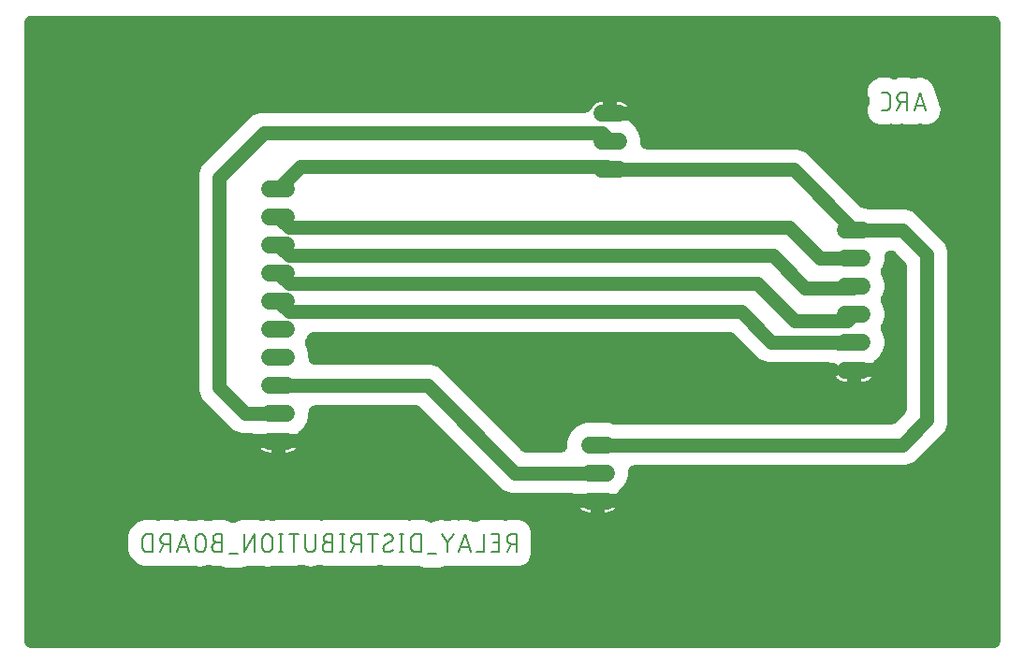
<source format=gbr>
G04 EAGLE Gerber RS-274X export*
G75*
%MOMM*%
%FSLAX34Y34*%
%LPD*%
%INBottom Copper*%
%IPPOS*%
%AMOC8*
5,1,8,0,0,1.08239X$1,22.5*%
G01*
%ADD10C,0.152400*%
%ADD11C,1.524000*%
%ADD12C,1.270000*%

G36*
X950003Y93651D02*
X950003Y93651D01*
X950006Y93651D01*
X950353Y93671D01*
X950711Y93691D01*
X950714Y93691D01*
X950717Y93691D01*
X951057Y93750D01*
X951414Y93810D01*
X951416Y93811D01*
X951419Y93811D01*
X951764Y93911D01*
X952098Y94007D01*
X952101Y94009D01*
X952104Y94009D01*
X952428Y94144D01*
X952756Y94280D01*
X952759Y94282D01*
X952761Y94283D01*
X953073Y94455D01*
X953380Y94625D01*
X953382Y94627D01*
X953385Y94628D01*
X953682Y94839D01*
X953961Y95038D01*
X953963Y95039D01*
X953965Y95041D01*
X954233Y95281D01*
X954492Y95512D01*
X954494Y95515D01*
X954496Y95516D01*
X954734Y95784D01*
X954966Y96044D01*
X954968Y96046D01*
X954970Y96048D01*
X955168Y96329D01*
X955378Y96625D01*
X955380Y96628D01*
X955381Y96630D01*
X955544Y96926D01*
X955722Y97249D01*
X955723Y97252D01*
X955725Y97254D01*
X955856Y97572D01*
X955994Y97907D01*
X955995Y97910D01*
X955996Y97913D01*
X956091Y98242D01*
X956191Y98592D01*
X956192Y98595D01*
X956192Y98598D01*
X956252Y98951D01*
X956310Y99294D01*
X956310Y99297D01*
X956311Y99300D01*
X956349Y100000D01*
X956349Y660000D01*
X956349Y660003D01*
X956349Y660006D01*
X956329Y660353D01*
X956309Y660711D01*
X956309Y660714D01*
X956309Y660717D01*
X956250Y661057D01*
X956190Y661414D01*
X956189Y661416D01*
X956189Y661419D01*
X956089Y661764D01*
X955993Y662098D01*
X955991Y662101D01*
X955991Y662104D01*
X955856Y662428D01*
X955720Y662756D01*
X955718Y662759D01*
X955717Y662761D01*
X955545Y663073D01*
X955375Y663380D01*
X955373Y663382D01*
X955372Y663385D01*
X955161Y663682D01*
X954963Y663961D01*
X954961Y663963D01*
X954959Y663965D01*
X954719Y664233D01*
X954488Y664492D01*
X954485Y664494D01*
X954484Y664496D01*
X954220Y664730D01*
X953956Y664966D01*
X953954Y664968D01*
X953952Y664970D01*
X953671Y665168D01*
X953375Y665378D01*
X953372Y665380D01*
X953370Y665381D01*
X953074Y665544D01*
X952751Y665722D01*
X952748Y665723D01*
X952746Y665725D01*
X952428Y665856D01*
X952093Y665994D01*
X952090Y665995D01*
X952087Y665996D01*
X951758Y666091D01*
X951408Y666191D01*
X951405Y666192D01*
X951403Y666192D01*
X951049Y666252D01*
X950706Y666310D01*
X950703Y666310D01*
X950700Y666311D01*
X950000Y666349D01*
X80000Y666349D01*
X79997Y666349D01*
X79994Y666349D01*
X79647Y666329D01*
X79289Y666309D01*
X79286Y666309D01*
X79283Y666309D01*
X78943Y666250D01*
X78586Y666190D01*
X78584Y666189D01*
X78581Y666189D01*
X78236Y666089D01*
X77902Y665993D01*
X77899Y665991D01*
X77896Y665991D01*
X77572Y665856D01*
X77244Y665720D01*
X77241Y665718D01*
X77239Y665717D01*
X76927Y665545D01*
X76620Y665375D01*
X76618Y665373D01*
X76615Y665372D01*
X76318Y665161D01*
X76039Y664963D01*
X76037Y664961D01*
X76035Y664959D01*
X75767Y664719D01*
X75508Y664488D01*
X75507Y664485D01*
X75504Y664484D01*
X75266Y664216D01*
X75034Y663956D01*
X75032Y663954D01*
X75030Y663952D01*
X74832Y663671D01*
X74622Y663375D01*
X74621Y663372D01*
X74619Y663370D01*
X74456Y663074D01*
X74278Y662751D01*
X74277Y662748D01*
X74275Y662746D01*
X74144Y662428D01*
X74006Y662093D01*
X74005Y662090D01*
X74004Y662087D01*
X73910Y661758D01*
X73809Y661408D01*
X73808Y661405D01*
X73808Y661403D01*
X73748Y661049D01*
X73690Y660706D01*
X73690Y660703D01*
X73689Y660700D01*
X73651Y660000D01*
X73651Y100000D01*
X73651Y99997D01*
X73651Y99994D01*
X73671Y99647D01*
X73691Y99289D01*
X73691Y99286D01*
X73691Y99283D01*
X73750Y98943D01*
X73810Y98586D01*
X73811Y98584D01*
X73811Y98581D01*
X73911Y98236D01*
X74007Y97902D01*
X74009Y97899D01*
X74009Y97896D01*
X74144Y97572D01*
X74280Y97244D01*
X74282Y97241D01*
X74283Y97239D01*
X74455Y96927D01*
X74625Y96620D01*
X74627Y96618D01*
X74628Y96615D01*
X74839Y96318D01*
X75038Y96039D01*
X75039Y96037D01*
X75041Y96035D01*
X75281Y95767D01*
X75512Y95508D01*
X75515Y95507D01*
X75516Y95504D01*
X75784Y95266D01*
X76044Y95034D01*
X76046Y95032D01*
X76048Y95030D01*
X76329Y94832D01*
X76625Y94622D01*
X76628Y94621D01*
X76630Y94619D01*
X76926Y94456D01*
X77249Y94278D01*
X77252Y94277D01*
X77254Y94275D01*
X77572Y94144D01*
X77907Y94006D01*
X77910Y94005D01*
X77913Y94004D01*
X78242Y93910D01*
X78592Y93809D01*
X78595Y93808D01*
X78598Y93808D01*
X78951Y93748D01*
X79294Y93690D01*
X79297Y93690D01*
X79300Y93689D01*
X80000Y93651D01*
X950000Y93651D01*
X950003Y93651D01*
G37*
%LPC*%
G36*
X583914Y216839D02*
X583914Y216839D01*
X582593Y217013D01*
X581307Y217358D01*
X580076Y217868D01*
X578923Y218534D01*
X577866Y219344D01*
X576924Y220286D01*
X576645Y220651D01*
X579034Y220651D01*
X579306Y220666D01*
X579579Y220674D01*
X579662Y220686D01*
X579746Y220691D01*
X580014Y220736D01*
X580284Y220775D01*
X580365Y220796D01*
X580448Y220810D01*
X580709Y220885D01*
X580973Y220954D01*
X581052Y220984D01*
X581133Y221007D01*
X581384Y221112D01*
X581638Y221209D01*
X581713Y221248D01*
X581791Y221280D01*
X582029Y221412D01*
X582271Y221537D01*
X582341Y221584D01*
X582414Y221625D01*
X582636Y221782D01*
X582862Y221934D01*
X582927Y221989D01*
X582995Y222037D01*
X583198Y222218D01*
X583406Y222395D01*
X583463Y222456D01*
X583526Y222512D01*
X583707Y222715D01*
X583894Y222914D01*
X583945Y222981D01*
X584001Y223044D01*
X584158Y223266D01*
X584321Y223484D01*
X584364Y223556D01*
X584413Y223625D01*
X584545Y223864D01*
X584682Y224098D01*
X584716Y224175D01*
X584757Y224249D01*
X584861Y224501D01*
X584971Y224749D01*
X584997Y224829D01*
X585029Y224907D01*
X585104Y225169D01*
X585186Y225428D01*
X585202Y225511D01*
X585226Y225592D01*
X585271Y225860D01*
X585324Y226127D01*
X585330Y226211D01*
X585344Y226294D01*
X585359Y226566D01*
X585382Y226837D01*
X585379Y226922D01*
X585384Y227006D01*
X585368Y227277D01*
X585360Y227550D01*
X585348Y227633D01*
X585343Y227717D01*
X585297Y227985D01*
X585258Y228255D01*
X585237Y228336D01*
X585223Y228419D01*
X585148Y228680D01*
X585079Y228944D01*
X585048Y229023D01*
X585025Y229103D01*
X584921Y229355D01*
X584823Y229609D01*
X584784Y229684D01*
X584752Y229761D01*
X584620Y229999D01*
X584494Y230241D01*
X584447Y230311D01*
X584406Y230384D01*
X584249Y230606D01*
X584097Y230832D01*
X584042Y230896D01*
X583993Y230965D01*
X583812Y231167D01*
X583635Y231375D01*
X583574Y231433D01*
X583518Y231495D01*
X583315Y231677D01*
X583116Y231863D01*
X583049Y231913D01*
X582986Y231969D01*
X582764Y232127D01*
X582546Y232290D01*
X582473Y232332D01*
X582405Y232381D01*
X582166Y232512D01*
X581931Y232650D01*
X581854Y232684D01*
X581780Y232725D01*
X581529Y232828D01*
X581280Y232939D01*
X581199Y232964D01*
X581122Y232996D01*
X580874Y233067D01*
X580611Y233150D01*
X580610Y233150D01*
X580523Y233168D01*
X580437Y233192D01*
X580436Y233193D01*
X580173Y233237D01*
X579911Y233288D01*
X579822Y233296D01*
X579733Y233311D01*
X579458Y233326D01*
X579201Y233347D01*
X579118Y233345D01*
X579033Y233349D01*
X570953Y233349D01*
X570821Y233422D01*
X570818Y233423D01*
X570816Y233425D01*
X570498Y233556D01*
X570163Y233694D01*
X570160Y233695D01*
X570157Y233696D01*
X569828Y233791D01*
X569478Y233891D01*
X569475Y233892D01*
X569473Y233892D01*
X569119Y233952D01*
X568776Y234010D01*
X568773Y234010D01*
X568770Y234011D01*
X568070Y234049D01*
X513950Y234049D01*
X507205Y236843D01*
X432359Y311690D01*
X432355Y311692D01*
X432352Y311696D01*
X432090Y311930D01*
X431827Y312164D01*
X431824Y312167D01*
X431821Y312170D01*
X431536Y312371D01*
X431246Y312577D01*
X431242Y312579D01*
X431239Y312581D01*
X430928Y312752D01*
X430623Y312921D01*
X430619Y312923D01*
X430615Y312925D01*
X430290Y313059D01*
X429964Y313194D01*
X429960Y313195D01*
X429956Y313196D01*
X429618Y313293D01*
X429280Y313391D01*
X429276Y313391D01*
X429271Y313392D01*
X428915Y313452D01*
X428577Y313510D01*
X428573Y313510D01*
X428569Y313511D01*
X427869Y313549D01*
X336890Y313549D01*
X336887Y313549D01*
X336884Y313549D01*
X336537Y313529D01*
X336179Y313509D01*
X336176Y313509D01*
X336173Y313509D01*
X335833Y313450D01*
X335476Y313390D01*
X335474Y313389D01*
X335471Y313389D01*
X335126Y313289D01*
X334792Y313193D01*
X334789Y313191D01*
X334786Y313191D01*
X334462Y313056D01*
X334134Y312920D01*
X334131Y312918D01*
X334129Y312917D01*
X333817Y312745D01*
X333510Y312575D01*
X333508Y312573D01*
X333505Y312572D01*
X333208Y312361D01*
X332929Y312163D01*
X332927Y312161D01*
X332925Y312159D01*
X332646Y311909D01*
X332398Y311688D01*
X332396Y311685D01*
X332394Y311684D01*
X332156Y311416D01*
X331924Y311156D01*
X331922Y311154D01*
X331920Y311152D01*
X331722Y310871D01*
X331512Y310575D01*
X331510Y310572D01*
X331509Y310570D01*
X331346Y310274D01*
X331168Y309951D01*
X331167Y309948D01*
X331165Y309946D01*
X331034Y309628D01*
X330896Y309293D01*
X330895Y309290D01*
X330894Y309287D01*
X330799Y308958D01*
X330699Y308608D01*
X330698Y308605D01*
X330698Y308603D01*
X330636Y308237D01*
X330580Y307906D01*
X330580Y307903D01*
X330579Y307900D01*
X330541Y307200D01*
X330541Y303917D01*
X329204Y298927D01*
X326620Y294453D01*
X322679Y290511D01*
X322640Y290481D01*
X322557Y290401D01*
X322469Y290328D01*
X322302Y290154D01*
X322127Y289986D01*
X322054Y289898D01*
X321975Y289815D01*
X321828Y289624D01*
X321674Y289437D01*
X321611Y289341D01*
X321541Y289250D01*
X321416Y289043D01*
X321284Y288840D01*
X321232Y288738D01*
X321173Y288640D01*
X321073Y288420D01*
X320964Y288204D01*
X320924Y288097D01*
X320876Y287992D01*
X320801Y287762D01*
X320717Y287536D01*
X320696Y287449D01*
X316467Y287449D01*
X316377Y287444D01*
X316287Y287447D01*
X316021Y287424D01*
X315755Y287409D01*
X315667Y287394D01*
X315577Y287387D01*
X315307Y287333D01*
X315053Y287290D01*
X315052Y287290D01*
X314973Y287267D01*
X314890Y287250D01*
X314889Y287250D01*
X314629Y287168D01*
X314367Y287092D01*
X314290Y287060D01*
X314209Y287035D01*
X313961Y286924D01*
X313709Y286820D01*
X313636Y286779D01*
X313559Y286745D01*
X313324Y286606D01*
X313086Y286475D01*
X313017Y286426D01*
X312945Y286383D01*
X312726Y286219D01*
X312505Y286062D01*
X312442Y286006D01*
X312375Y285956D01*
X312176Y285769D01*
X311974Y285587D01*
X311918Y285525D01*
X311857Y285467D01*
X311681Y285259D01*
X311499Y285056D01*
X311451Y284987D01*
X311396Y284923D01*
X311245Y284697D01*
X311087Y284475D01*
X311047Y284401D01*
X311000Y284331D01*
X310875Y284090D01*
X310743Y283851D01*
X310711Y283773D01*
X310672Y283699D01*
X310575Y283445D01*
X310471Y283193D01*
X310448Y283112D01*
X310418Y283033D01*
X310350Y282770D01*
X310274Y282508D01*
X310260Y282425D01*
X310239Y282344D01*
X310201Y282074D01*
X310156Y281805D01*
X310151Y281721D01*
X310139Y281638D01*
X310131Y281366D01*
X310116Y281094D01*
X310121Y281010D01*
X310119Y280926D01*
X310141Y280654D01*
X310157Y280383D01*
X310171Y280300D01*
X310178Y280216D01*
X310231Y279949D01*
X310277Y279681D01*
X310300Y279600D01*
X310317Y279517D01*
X310399Y279258D01*
X310475Y278996D01*
X310507Y278919D01*
X310533Y278838D01*
X310644Y278590D01*
X310748Y278338D01*
X310789Y278265D01*
X310823Y278188D01*
X310962Y277953D01*
X311094Y277715D01*
X311142Y277647D01*
X311185Y277574D01*
X311349Y277356D01*
X311507Y277135D01*
X311563Y277072D01*
X311613Y277005D01*
X311801Y276807D01*
X311982Y276604D01*
X312045Y276548D01*
X312103Y276487D01*
X312310Y276312D01*
X312514Y276130D01*
X312583Y276082D01*
X312647Y276027D01*
X312873Y275876D01*
X313095Y275719D01*
X313169Y275678D01*
X313239Y275631D01*
X313481Y275507D01*
X313720Y275375D01*
X313797Y275343D01*
X313872Y275304D01*
X314127Y275207D01*
X314378Y275104D01*
X314459Y275080D01*
X314538Y275050D01*
X314801Y274982D01*
X315063Y274907D01*
X315146Y274893D01*
X315227Y274872D01*
X315497Y274834D01*
X315766Y274789D01*
X315851Y274785D01*
X315933Y274773D01*
X316191Y274766D01*
X316466Y274751D01*
X318855Y274751D01*
X318576Y274386D01*
X317634Y273444D01*
X316577Y272634D01*
X315424Y271968D01*
X314193Y271458D01*
X312907Y271113D01*
X311586Y270939D01*
X309649Y270939D01*
X309649Y280530D01*
X309649Y280533D01*
X309649Y280536D01*
X309630Y280883D01*
X309609Y281241D01*
X309609Y281244D01*
X309609Y281247D01*
X309551Y281587D01*
X309490Y281944D01*
X309489Y281946D01*
X309489Y281949D01*
X309389Y282294D01*
X309293Y282628D01*
X309292Y282631D01*
X309291Y282634D01*
X309156Y282958D01*
X309020Y283286D01*
X309018Y283289D01*
X309017Y283291D01*
X308849Y283596D01*
X308675Y283910D01*
X308674Y283912D01*
X308672Y283915D01*
X308461Y284212D01*
X308263Y284491D01*
X308261Y284493D01*
X308259Y284495D01*
X308024Y284758D01*
X307788Y285022D01*
X307786Y285024D01*
X307784Y285026D01*
X307516Y285264D01*
X307256Y285496D01*
X307254Y285498D01*
X307252Y285500D01*
X306971Y285698D01*
X306675Y285908D01*
X306672Y285910D01*
X306670Y285911D01*
X306383Y286069D01*
X306051Y286252D01*
X306049Y286253D01*
X306046Y286255D01*
X305734Y286383D01*
X305393Y286524D01*
X305390Y286525D01*
X305388Y286526D01*
X305059Y286621D01*
X304708Y286721D01*
X304705Y286722D01*
X304703Y286722D01*
X304349Y286782D01*
X304006Y286840D01*
X304003Y286840D01*
X304000Y286841D01*
X303300Y286879D01*
X303297Y286879D01*
X303294Y286879D01*
X302947Y286859D01*
X302589Y286839D01*
X302586Y286839D01*
X302583Y286839D01*
X302242Y286780D01*
X301886Y286720D01*
X301883Y286719D01*
X301881Y286719D01*
X301535Y286619D01*
X301202Y286523D01*
X301199Y286521D01*
X301196Y286521D01*
X300872Y286386D01*
X300544Y286250D01*
X300541Y286248D01*
X300538Y286247D01*
X300227Y286075D01*
X299920Y285905D01*
X299918Y285903D01*
X299915Y285902D01*
X299614Y285688D01*
X299339Y285493D01*
X299337Y285491D01*
X299335Y285489D01*
X299067Y285249D01*
X298808Y285018D01*
X298806Y285015D01*
X298804Y285014D01*
X298566Y284746D01*
X298334Y284486D01*
X298332Y284484D01*
X298330Y284482D01*
X298130Y284198D01*
X297922Y283905D01*
X297920Y283902D01*
X297919Y283900D01*
X297751Y283596D01*
X297578Y283281D01*
X297576Y283278D01*
X297575Y283276D01*
X297439Y282947D01*
X297305Y282623D01*
X297305Y282620D01*
X297304Y282617D01*
X297209Y282288D01*
X297109Y281938D01*
X297108Y281935D01*
X297107Y281933D01*
X297048Y281577D01*
X296990Y281236D01*
X296990Y281233D01*
X296989Y281230D01*
X296951Y280530D01*
X296951Y270939D01*
X295014Y270939D01*
X293693Y271113D01*
X292407Y271458D01*
X291176Y271968D01*
X290023Y272634D01*
X288966Y273444D01*
X288024Y274386D01*
X287745Y274751D01*
X290134Y274751D01*
X290406Y274766D01*
X290679Y274774D01*
X290762Y274786D01*
X290846Y274791D01*
X291114Y274836D01*
X291384Y274875D01*
X291465Y274896D01*
X291548Y274910D01*
X291809Y274985D01*
X292073Y275054D01*
X292152Y275084D01*
X292233Y275107D01*
X292484Y275212D01*
X292738Y275309D01*
X292813Y275348D01*
X292891Y275380D01*
X293129Y275512D01*
X293371Y275637D01*
X293441Y275684D01*
X293514Y275725D01*
X293736Y275882D01*
X293962Y276034D01*
X294027Y276089D01*
X294095Y276137D01*
X294298Y276318D01*
X294506Y276495D01*
X294563Y276556D01*
X294626Y276612D01*
X294807Y276815D01*
X294994Y277014D01*
X295045Y277081D01*
X295101Y277144D01*
X295258Y277366D01*
X295421Y277584D01*
X295464Y277656D01*
X295513Y277725D01*
X295645Y277964D01*
X295782Y278198D01*
X295816Y278275D01*
X295857Y278349D01*
X295961Y278601D01*
X296071Y278849D01*
X296097Y278929D01*
X296129Y279007D01*
X296204Y279269D01*
X296286Y279528D01*
X296302Y279611D01*
X296326Y279692D01*
X296371Y279960D01*
X296424Y280227D01*
X296430Y280311D01*
X296444Y280394D01*
X296459Y280666D01*
X296482Y280937D01*
X296479Y281022D01*
X296484Y281106D01*
X296468Y281377D01*
X296460Y281650D01*
X296448Y281733D01*
X296443Y281817D01*
X296397Y282085D01*
X296358Y282355D01*
X296337Y282436D01*
X296323Y282519D01*
X296248Y282780D01*
X296179Y283044D01*
X296148Y283123D01*
X296125Y283203D01*
X296021Y283455D01*
X295923Y283709D01*
X295884Y283784D01*
X295852Y283861D01*
X295720Y284099D01*
X295594Y284341D01*
X295547Y284411D01*
X295506Y284484D01*
X295349Y284706D01*
X295197Y284932D01*
X295142Y284996D01*
X295093Y285065D01*
X294912Y285267D01*
X294735Y285475D01*
X294674Y285533D01*
X294618Y285595D01*
X294415Y285777D01*
X294216Y285963D01*
X294149Y286013D01*
X294086Y286069D01*
X293864Y286227D01*
X293646Y286390D01*
X293573Y286432D01*
X293505Y286481D01*
X293266Y286612D01*
X293031Y286750D01*
X292954Y286784D01*
X292880Y286825D01*
X292629Y286928D01*
X292380Y287039D01*
X292299Y287064D01*
X292222Y287096D01*
X291974Y287167D01*
X291711Y287250D01*
X291710Y287250D01*
X291623Y287268D01*
X291537Y287292D01*
X291536Y287293D01*
X291273Y287337D01*
X291011Y287388D01*
X290922Y287396D01*
X290833Y287411D01*
X290558Y287426D01*
X290301Y287447D01*
X290218Y287445D01*
X290133Y287449D01*
X282053Y287449D01*
X281921Y287522D01*
X281918Y287523D01*
X281916Y287525D01*
X281598Y287656D01*
X281263Y287794D01*
X281260Y287795D01*
X281257Y287796D01*
X280928Y287891D01*
X280578Y287991D01*
X280575Y287992D01*
X280573Y287992D01*
X280219Y288052D01*
X279876Y288110D01*
X279873Y288110D01*
X279870Y288111D01*
X279170Y288149D01*
X269850Y288149D01*
X263105Y290943D01*
X234443Y319605D01*
X231649Y326350D01*
X231649Y523650D01*
X234443Y530395D01*
X279605Y575557D01*
X286350Y578351D01*
X580668Y578351D01*
X580850Y578361D01*
X581031Y578361D01*
X581205Y578381D01*
X581379Y578391D01*
X581558Y578421D01*
X581739Y578442D01*
X581910Y578481D01*
X582081Y578510D01*
X582256Y578560D01*
X582434Y578601D01*
X582599Y578659D01*
X582766Y578707D01*
X582934Y578777D01*
X583106Y578837D01*
X583263Y578913D01*
X583424Y578980D01*
X583583Y579068D01*
X583747Y579147D01*
X583895Y579241D01*
X584048Y579325D01*
X584196Y579430D01*
X584350Y579527D01*
X584486Y579637D01*
X584628Y579737D01*
X584764Y579859D01*
X584906Y579972D01*
X585030Y580096D01*
X585159Y580212D01*
X585281Y580348D01*
X585409Y580477D01*
X585518Y580614D01*
X585634Y580744D01*
X585739Y580892D01*
X585852Y581035D01*
X585945Y581182D01*
X586046Y581325D01*
X586134Y581485D01*
X586230Y581639D01*
X586307Y581798D01*
X586390Y581949D01*
X586456Y582109D01*
X586534Y582271D01*
X586548Y582304D01*
X587214Y583457D01*
X588024Y584514D01*
X588966Y585456D01*
X590023Y586266D01*
X591176Y586932D01*
X592407Y587442D01*
X593693Y587787D01*
X595014Y587961D01*
X596951Y587961D01*
X596951Y583587D01*
X596963Y583367D01*
X596966Y583147D01*
X596983Y583012D01*
X596991Y582876D01*
X597027Y582659D01*
X597055Y582440D01*
X597087Y582307D01*
X597110Y582173D01*
X597171Y581962D01*
X597223Y581747D01*
X597270Y581620D01*
X597307Y581489D01*
X597392Y581285D01*
X597467Y581078D01*
X597528Y580957D01*
X597580Y580831D01*
X597687Y580638D01*
X597785Y580441D01*
X597859Y580326D01*
X597925Y580207D01*
X598052Y580028D01*
X598172Y579843D01*
X598259Y579737D01*
X598337Y579627D01*
X598484Y579463D01*
X598624Y579292D01*
X598722Y579197D01*
X598812Y579095D01*
X598977Y578949D01*
X599135Y578795D01*
X599242Y578712D01*
X599344Y578621D01*
X599524Y578493D01*
X599698Y578358D01*
X599814Y578288D01*
X599925Y578209D01*
X600118Y578102D01*
X600306Y577988D01*
X600431Y577930D01*
X600549Y577865D01*
X600743Y577784D01*
X600942Y577692D01*
X601076Y577647D01*
X601207Y577593D01*
X601414Y577533D01*
X601617Y577465D01*
X601756Y577435D01*
X601892Y577396D01*
X602104Y577360D01*
X602314Y577315D01*
X602455Y577301D01*
X602595Y577277D01*
X602809Y577265D01*
X603023Y577244D01*
X603164Y577246D01*
X603306Y577238D01*
X603520Y577250D01*
X603735Y577253D01*
X603876Y577270D01*
X604017Y577278D01*
X604228Y577314D01*
X604442Y577341D01*
X604580Y577375D01*
X604719Y577398D01*
X604926Y577458D01*
X605134Y577508D01*
X605268Y577557D01*
X605404Y577596D01*
X605602Y577679D01*
X605804Y577752D01*
X605931Y577815D01*
X606062Y577870D01*
X606250Y577974D01*
X606442Y578069D01*
X606561Y578146D01*
X606685Y578215D01*
X606860Y578340D01*
X607040Y578456D01*
X607150Y578546D01*
X607265Y578628D01*
X607425Y578771D01*
X607591Y578907D01*
X607690Y579009D01*
X607796Y579103D01*
X607939Y579264D01*
X608089Y579418D01*
X608175Y579529D01*
X608270Y579635D01*
X608394Y579811D01*
X608526Y579980D01*
X608599Y580101D01*
X608681Y580217D01*
X608785Y580405D01*
X608897Y580588D01*
X608957Y580717D01*
X609025Y580841D01*
X609107Y581039D01*
X609197Y581234D01*
X609242Y581369D01*
X609296Y581500D01*
X609356Y581706D01*
X609424Y581910D01*
X609454Y582048D01*
X609493Y582184D01*
X609528Y582396D01*
X609573Y582606D01*
X609587Y582747D01*
X609611Y582887D01*
X609623Y583106D01*
X609644Y583315D01*
X609642Y583449D01*
X609649Y583587D01*
X609649Y587961D01*
X611586Y587961D01*
X612907Y587787D01*
X614193Y587442D01*
X615424Y586932D01*
X616577Y586266D01*
X617634Y585456D01*
X618576Y584514D01*
X618855Y584149D01*
X616466Y584149D01*
X616157Y584132D01*
X615847Y584119D01*
X615801Y584112D01*
X615754Y584109D01*
X615450Y584058D01*
X615143Y584010D01*
X615098Y583998D01*
X615052Y583990D01*
X614755Y583904D01*
X614456Y583823D01*
X614412Y583806D01*
X614367Y583793D01*
X614082Y583674D01*
X613794Y583560D01*
X613752Y583538D01*
X613709Y583520D01*
X613439Y583370D01*
X613165Y583224D01*
X613127Y583198D01*
X613086Y583175D01*
X612835Y582997D01*
X612578Y582820D01*
X612543Y582790D01*
X612505Y582763D01*
X612275Y582557D01*
X612040Y582353D01*
X612009Y582319D01*
X611974Y582288D01*
X611768Y582057D01*
X611558Y581829D01*
X611531Y581791D01*
X611499Y581756D01*
X611320Y581503D01*
X611138Y581254D01*
X611115Y581213D01*
X611088Y581175D01*
X610937Y580903D01*
X610784Y580635D01*
X610766Y580592D01*
X610743Y580551D01*
X610625Y580266D01*
X610503Y579981D01*
X610489Y579936D01*
X610471Y579893D01*
X610386Y579596D01*
X610296Y579299D01*
X610287Y579253D01*
X610274Y579208D01*
X610223Y578902D01*
X610167Y578598D01*
X610163Y578552D01*
X610156Y578506D01*
X610139Y578198D01*
X610117Y577888D01*
X610119Y577841D01*
X610116Y577794D01*
X610134Y577486D01*
X610147Y577176D01*
X610154Y577130D01*
X610157Y577083D01*
X610209Y576779D01*
X610257Y576472D01*
X610269Y576427D01*
X610277Y576381D01*
X610363Y576084D01*
X610445Y575785D01*
X610462Y575741D01*
X610475Y575697D01*
X610593Y575411D01*
X610708Y575123D01*
X610730Y575082D01*
X610748Y575039D01*
X610898Y574768D01*
X611044Y574495D01*
X611071Y574456D01*
X611094Y574416D01*
X611272Y574164D01*
X611449Y573908D01*
X611480Y573873D01*
X611507Y573835D01*
X611712Y573606D01*
X611916Y573371D01*
X611951Y573339D01*
X611982Y573304D01*
X612213Y573099D01*
X612441Y572889D01*
X612479Y572862D01*
X612514Y572830D01*
X612766Y572652D01*
X613017Y572469D01*
X613058Y572446D01*
X613096Y572419D01*
X613366Y572270D01*
X613636Y572116D01*
X613679Y572098D01*
X613720Y572075D01*
X614006Y571957D01*
X614290Y571835D01*
X614335Y571821D01*
X614378Y571804D01*
X614653Y571725D01*
X614961Y571632D01*
X614962Y571631D01*
X615014Y571622D01*
X615063Y571608D01*
X615064Y571608D01*
X615064Y571607D01*
X615363Y571557D01*
X615663Y571502D01*
X615715Y571498D01*
X615767Y571489D01*
X616088Y571472D01*
X616374Y571451D01*
X616420Y571453D01*
X616467Y571451D01*
X620696Y571451D01*
X620720Y571353D01*
X620804Y571127D01*
X620881Y570897D01*
X620929Y570793D01*
X620968Y570685D01*
X621077Y570470D01*
X621179Y570250D01*
X621238Y570152D01*
X621290Y570050D01*
X621422Y569847D01*
X621548Y569640D01*
X621617Y569550D01*
X621680Y569454D01*
X621835Y569268D01*
X621982Y569076D01*
X622062Y568994D01*
X622135Y568905D01*
X622309Y568738D01*
X622478Y568564D01*
X622566Y568491D01*
X622649Y568412D01*
X622682Y568386D01*
X626620Y564447D01*
X629204Y559973D01*
X630541Y554983D01*
X630541Y551700D01*
X630541Y551697D01*
X630541Y551694D01*
X630561Y551347D01*
X630581Y550989D01*
X630581Y550986D01*
X630581Y550983D01*
X630640Y550643D01*
X630700Y550286D01*
X630701Y550284D01*
X630701Y550281D01*
X630802Y549934D01*
X630897Y549602D01*
X630899Y549599D01*
X630899Y549596D01*
X631034Y549272D01*
X631170Y548944D01*
X631172Y548941D01*
X631173Y548939D01*
X631349Y548621D01*
X631515Y548320D01*
X631517Y548318D01*
X631518Y548315D01*
X631730Y548018D01*
X631927Y547739D01*
X631929Y547737D01*
X631931Y547735D01*
X632176Y547462D01*
X632402Y547208D01*
X632405Y547206D01*
X632406Y547204D01*
X632674Y546966D01*
X632934Y546734D01*
X632936Y546732D01*
X632938Y546730D01*
X633219Y546532D01*
X633515Y546322D01*
X633518Y546320D01*
X633520Y546319D01*
X633816Y546156D01*
X634139Y545978D01*
X634142Y545977D01*
X634144Y545975D01*
X634462Y545844D01*
X634797Y545706D01*
X634800Y545705D01*
X634803Y545704D01*
X635132Y545609D01*
X635482Y545509D01*
X635485Y545508D01*
X635487Y545508D01*
X635841Y545448D01*
X636184Y545390D01*
X636187Y545390D01*
X636190Y545389D01*
X636890Y545351D01*
X773150Y545351D01*
X779895Y542557D01*
X828571Y493880D01*
X828575Y493878D01*
X828578Y493874D01*
X828840Y493640D01*
X829103Y493406D01*
X829106Y493403D01*
X829109Y493400D01*
X829394Y493199D01*
X829684Y492993D01*
X829688Y492991D01*
X829691Y492989D01*
X830002Y492818D01*
X830307Y492649D01*
X830311Y492647D01*
X830315Y492645D01*
X830640Y492511D01*
X830966Y492376D01*
X830970Y492375D01*
X830974Y492374D01*
X831312Y492277D01*
X831650Y492179D01*
X831654Y492179D01*
X831659Y492178D01*
X832015Y492118D01*
X832353Y492060D01*
X832357Y492060D01*
X832361Y492059D01*
X833061Y492021D01*
X834303Y492021D01*
X838235Y490967D01*
X838357Y490942D01*
X838476Y490908D01*
X838705Y490869D01*
X838933Y490822D01*
X839056Y490810D01*
X839179Y490789D01*
X839416Y490776D01*
X839642Y490755D01*
X839759Y490757D01*
X839879Y490751D01*
X871250Y490751D01*
X877995Y487957D01*
X905557Y460395D01*
X908351Y453650D01*
X908351Y296350D01*
X905557Y289605D01*
X878195Y262243D01*
X871450Y259449D01*
X625790Y259449D01*
X625787Y259449D01*
X625784Y259449D01*
X625437Y259429D01*
X625079Y259409D01*
X625076Y259409D01*
X625073Y259409D01*
X624733Y259350D01*
X624376Y259290D01*
X624374Y259289D01*
X624371Y259289D01*
X624026Y259189D01*
X623692Y259093D01*
X623689Y259091D01*
X623686Y259091D01*
X623362Y258956D01*
X623034Y258820D01*
X623031Y258818D01*
X623029Y258817D01*
X622717Y258645D01*
X622410Y258475D01*
X622408Y258473D01*
X622405Y258472D01*
X622108Y258261D01*
X621829Y258063D01*
X621827Y258061D01*
X621825Y258059D01*
X621557Y257819D01*
X621298Y257588D01*
X621296Y257585D01*
X621294Y257584D01*
X621052Y257312D01*
X620824Y257056D01*
X620822Y257054D01*
X620820Y257052D01*
X620622Y256771D01*
X620412Y256475D01*
X620410Y256472D01*
X620409Y256470D01*
X620243Y256169D01*
X620068Y255851D01*
X620067Y255848D01*
X620065Y255846D01*
X619934Y255527D01*
X619796Y255193D01*
X619795Y255190D01*
X619794Y255187D01*
X619698Y254855D01*
X619599Y254508D01*
X619598Y254505D01*
X619598Y254503D01*
X619538Y254149D01*
X619480Y253806D01*
X619480Y253803D01*
X619479Y253800D01*
X619441Y253100D01*
X619441Y249817D01*
X618104Y244827D01*
X615520Y240353D01*
X611579Y236411D01*
X611540Y236381D01*
X611457Y236301D01*
X611369Y236228D01*
X611202Y236054D01*
X611027Y235886D01*
X610954Y235798D01*
X610875Y235715D01*
X610728Y235524D01*
X610574Y235337D01*
X610511Y235241D01*
X610441Y235150D01*
X610316Y234943D01*
X610184Y234740D01*
X610132Y234638D01*
X610073Y234540D01*
X609973Y234320D01*
X609864Y234104D01*
X609824Y233997D01*
X609776Y233892D01*
X609701Y233662D01*
X609617Y233436D01*
X609596Y233349D01*
X605367Y233349D01*
X605277Y233344D01*
X605187Y233347D01*
X604921Y233324D01*
X604655Y233309D01*
X604567Y233294D01*
X604477Y233287D01*
X604207Y233233D01*
X603953Y233190D01*
X603952Y233190D01*
X603873Y233167D01*
X603790Y233150D01*
X603789Y233150D01*
X603529Y233068D01*
X603267Y232992D01*
X603190Y232960D01*
X603109Y232935D01*
X602861Y232824D01*
X602609Y232720D01*
X602536Y232679D01*
X602459Y232645D01*
X602224Y232506D01*
X601986Y232375D01*
X601917Y232326D01*
X601845Y232283D01*
X601626Y232119D01*
X601405Y231962D01*
X601342Y231906D01*
X601275Y231856D01*
X601076Y231669D01*
X600874Y231487D01*
X600818Y231425D01*
X600757Y231367D01*
X600581Y231159D01*
X600399Y230956D01*
X600351Y230887D01*
X600296Y230823D01*
X600145Y230597D01*
X599987Y230375D01*
X599947Y230301D01*
X599900Y230231D01*
X599775Y229990D01*
X599643Y229751D01*
X599611Y229673D01*
X599572Y229599D01*
X599475Y229345D01*
X599371Y229093D01*
X599348Y229012D01*
X599318Y228933D01*
X599250Y228670D01*
X599174Y228408D01*
X599160Y228325D01*
X599139Y228244D01*
X599101Y227974D01*
X599056Y227705D01*
X599051Y227621D01*
X599039Y227538D01*
X599031Y227266D01*
X599016Y226994D01*
X599021Y226910D01*
X599019Y226826D01*
X599041Y226554D01*
X599057Y226283D01*
X599071Y226200D01*
X599078Y226116D01*
X599131Y225849D01*
X599177Y225581D01*
X599200Y225500D01*
X599217Y225417D01*
X599299Y225158D01*
X599375Y224896D01*
X599407Y224819D01*
X599433Y224738D01*
X599544Y224490D01*
X599648Y224238D01*
X599689Y224165D01*
X599723Y224088D01*
X599862Y223853D01*
X599994Y223615D01*
X600042Y223547D01*
X600085Y223474D01*
X600249Y223256D01*
X600407Y223035D01*
X600463Y222972D01*
X600513Y222905D01*
X600701Y222707D01*
X600882Y222504D01*
X600945Y222448D01*
X601003Y222387D01*
X601210Y222212D01*
X601414Y222030D01*
X601483Y221982D01*
X601547Y221927D01*
X601773Y221776D01*
X601995Y221619D01*
X602069Y221578D01*
X602139Y221531D01*
X602381Y221407D01*
X602620Y221275D01*
X602697Y221243D01*
X602772Y221204D01*
X603027Y221107D01*
X603278Y221004D01*
X603359Y220980D01*
X603438Y220950D01*
X603701Y220882D01*
X603963Y220807D01*
X604046Y220793D01*
X604127Y220772D01*
X604397Y220734D01*
X604666Y220689D01*
X604751Y220685D01*
X604833Y220673D01*
X605091Y220666D01*
X605366Y220651D01*
X607755Y220651D01*
X607476Y220286D01*
X606534Y219344D01*
X605477Y218534D01*
X604324Y217868D01*
X603093Y217358D01*
X601807Y217013D01*
X600486Y216839D01*
X598549Y216839D01*
X598549Y226430D01*
X598549Y226433D01*
X598549Y226436D01*
X598530Y226783D01*
X598509Y227141D01*
X598509Y227144D01*
X598509Y227147D01*
X598451Y227487D01*
X598390Y227844D01*
X598389Y227846D01*
X598389Y227849D01*
X598289Y228194D01*
X598193Y228528D01*
X598192Y228531D01*
X598191Y228534D01*
X598061Y228847D01*
X597920Y229186D01*
X597918Y229189D01*
X597917Y229191D01*
X597749Y229496D01*
X597575Y229810D01*
X597574Y229812D01*
X597572Y229815D01*
X597361Y230112D01*
X597163Y230391D01*
X597161Y230393D01*
X597159Y230395D01*
X596919Y230663D01*
X596688Y230922D01*
X596686Y230924D01*
X596684Y230926D01*
X596416Y231164D01*
X596156Y231396D01*
X596154Y231398D01*
X596152Y231400D01*
X595871Y231598D01*
X595575Y231808D01*
X595572Y231810D01*
X595570Y231811D01*
X595283Y231969D01*
X594951Y232152D01*
X594949Y232153D01*
X594946Y232155D01*
X594634Y232283D01*
X594293Y232424D01*
X594290Y232425D01*
X594288Y232426D01*
X593959Y232521D01*
X593608Y232621D01*
X593605Y232622D01*
X593603Y232622D01*
X593249Y232682D01*
X592906Y232740D01*
X592903Y232740D01*
X592900Y232741D01*
X592200Y232779D01*
X592197Y232779D01*
X592194Y232779D01*
X591847Y232759D01*
X591489Y232739D01*
X591486Y232739D01*
X591483Y232739D01*
X591142Y232680D01*
X590786Y232620D01*
X590783Y232619D01*
X590781Y232619D01*
X590435Y232519D01*
X590102Y232423D01*
X590099Y232421D01*
X590096Y232421D01*
X589772Y232286D01*
X589444Y232150D01*
X589441Y232148D01*
X589438Y232147D01*
X589127Y231975D01*
X588820Y231805D01*
X588818Y231803D01*
X588815Y231802D01*
X588514Y231588D01*
X588239Y231393D01*
X588237Y231391D01*
X588235Y231389D01*
X587967Y231149D01*
X587708Y230918D01*
X587706Y230915D01*
X587704Y230914D01*
X587466Y230646D01*
X587234Y230386D01*
X587232Y230384D01*
X587230Y230382D01*
X587030Y230098D01*
X586822Y229805D01*
X586820Y229802D01*
X586819Y229800D01*
X586651Y229496D01*
X586478Y229181D01*
X586476Y229178D01*
X586475Y229176D01*
X586339Y228847D01*
X586205Y228523D01*
X586205Y228520D01*
X586204Y228517D01*
X586109Y228188D01*
X586009Y227838D01*
X586008Y227835D01*
X586007Y227833D01*
X585948Y227477D01*
X585890Y227136D01*
X585890Y227133D01*
X585889Y227130D01*
X585851Y226430D01*
X585851Y216839D01*
X583914Y216839D01*
G37*
%LPD*%
G36*
X558613Y270751D02*
X558613Y270751D01*
X558616Y270751D01*
X558963Y270771D01*
X559321Y270791D01*
X559324Y270791D01*
X559327Y270791D01*
X559667Y270850D01*
X560024Y270910D01*
X560026Y270911D01*
X560029Y270911D01*
X560374Y271011D01*
X560708Y271107D01*
X560711Y271109D01*
X560714Y271109D01*
X561038Y271244D01*
X561366Y271380D01*
X561369Y271382D01*
X561371Y271383D01*
X561676Y271551D01*
X561990Y271725D01*
X561992Y271727D01*
X561995Y271728D01*
X562281Y271932D01*
X562571Y272137D01*
X562573Y272139D01*
X562575Y272141D01*
X562842Y272380D01*
X563102Y272612D01*
X563104Y272615D01*
X563106Y272616D01*
X563344Y272884D01*
X563576Y273144D01*
X563578Y273146D01*
X563580Y273148D01*
X563775Y273425D01*
X563988Y273725D01*
X563990Y273728D01*
X563991Y273730D01*
X564153Y274023D01*
X564332Y274349D01*
X564333Y274352D01*
X564335Y274354D01*
X564466Y274672D01*
X564604Y275007D01*
X564605Y275010D01*
X564606Y275013D01*
X564694Y275317D01*
X564801Y275692D01*
X564802Y275695D01*
X564802Y275697D01*
X564862Y276051D01*
X564920Y276394D01*
X564920Y276397D01*
X564921Y276400D01*
X564959Y277100D01*
X564959Y280383D01*
X566296Y285373D01*
X568880Y289847D01*
X572533Y293500D01*
X577007Y296084D01*
X581997Y297421D01*
X602403Y297421D01*
X606335Y296367D01*
X606457Y296342D01*
X606576Y296308D01*
X606805Y296269D01*
X607033Y296222D01*
X607156Y296210D01*
X607279Y296189D01*
X607516Y296176D01*
X607742Y296155D01*
X607859Y296157D01*
X607979Y296151D01*
X857569Y296151D01*
X857573Y296151D01*
X857578Y296151D01*
X857931Y296171D01*
X858280Y296191D01*
X858284Y296191D01*
X858289Y296192D01*
X858640Y296252D01*
X858983Y296310D01*
X858987Y296311D01*
X858991Y296312D01*
X859343Y296414D01*
X859667Y296507D01*
X859671Y296509D01*
X859675Y296510D01*
X860001Y296646D01*
X860325Y296780D01*
X860329Y296782D01*
X860333Y296784D01*
X860640Y296954D01*
X860949Y297125D01*
X860952Y297127D01*
X860956Y297130D01*
X861255Y297342D01*
X861530Y297537D01*
X861533Y297540D01*
X861536Y297543D01*
X862059Y298010D01*
X869790Y305741D01*
X869792Y305745D01*
X869796Y305748D01*
X870030Y306010D01*
X870264Y306273D01*
X870267Y306276D01*
X870270Y306279D01*
X870462Y306551D01*
X870677Y306854D01*
X870679Y306858D01*
X870681Y306861D01*
X870852Y307172D01*
X871021Y307477D01*
X871023Y307481D01*
X871025Y307485D01*
X871159Y307810D01*
X871294Y308136D01*
X871295Y308140D01*
X871296Y308144D01*
X871393Y308482D01*
X871491Y308820D01*
X871491Y308824D01*
X871492Y308829D01*
X871552Y309185D01*
X871610Y309523D01*
X871610Y309527D01*
X871611Y309531D01*
X871649Y310231D01*
X871649Y439769D01*
X871649Y439773D01*
X871649Y439777D01*
X871629Y440130D01*
X871609Y440480D01*
X871609Y440484D01*
X871608Y440489D01*
X871549Y440835D01*
X871490Y441183D01*
X871489Y441187D01*
X871488Y441191D01*
X871387Y441540D01*
X871293Y441867D01*
X871291Y441871D01*
X871290Y441875D01*
X871156Y442197D01*
X871020Y442525D01*
X871018Y442529D01*
X871016Y442533D01*
X870849Y442835D01*
X870675Y443149D01*
X870673Y443152D01*
X870670Y443156D01*
X870462Y443449D01*
X870263Y443730D01*
X870260Y443733D01*
X870257Y443736D01*
X869790Y444259D01*
X862180Y451869D01*
X862179Y451870D01*
X862178Y451871D01*
X861900Y452118D01*
X861648Y452343D01*
X861647Y452344D01*
X861646Y452345D01*
X861325Y452572D01*
X861067Y452755D01*
X861066Y452756D01*
X861065Y452757D01*
X860738Y452938D01*
X860444Y453100D01*
X860442Y453101D01*
X860441Y453101D01*
X860123Y453233D01*
X859785Y453372D01*
X859784Y453373D01*
X859783Y453373D01*
X859438Y453472D01*
X859101Y453569D01*
X859100Y453570D01*
X859098Y453570D01*
X858737Y453631D01*
X858398Y453689D01*
X858397Y453689D01*
X858396Y453689D01*
X858047Y453708D01*
X857687Y453728D01*
X857686Y453728D01*
X857684Y453728D01*
X857349Y453709D01*
X856976Y453688D01*
X856974Y453688D01*
X856973Y453688D01*
X856661Y453634D01*
X856274Y453568D01*
X856272Y453568D01*
X856271Y453568D01*
X855935Y453470D01*
X855589Y453371D01*
X855588Y453370D01*
X855586Y453370D01*
X855254Y453231D01*
X854931Y453098D01*
X854930Y453097D01*
X854929Y453096D01*
X854628Y452929D01*
X854308Y452752D01*
X854307Y452752D01*
X854305Y452751D01*
X854055Y452573D01*
X853727Y452340D01*
X853726Y452339D01*
X853725Y452338D01*
X853486Y452124D01*
X853196Y451865D01*
X853195Y451863D01*
X853194Y451863D01*
X852943Y451580D01*
X852722Y451333D01*
X852721Y451332D01*
X852720Y451331D01*
X852502Y451022D01*
X852310Y450751D01*
X852310Y450750D01*
X852309Y450749D01*
X852134Y450431D01*
X851967Y450128D01*
X851966Y450126D01*
X851965Y450125D01*
X851832Y449801D01*
X851695Y449469D01*
X851694Y449468D01*
X851694Y449466D01*
X851600Y449139D01*
X851498Y448784D01*
X851498Y448783D01*
X851498Y448781D01*
X851441Y448442D01*
X851380Y448082D01*
X851380Y448080D01*
X851379Y448079D01*
X851341Y447379D01*
X851341Y444417D01*
X850004Y439427D01*
X848877Y437475D01*
X848821Y437365D01*
X848758Y437260D01*
X848661Y437047D01*
X848556Y436839D01*
X848513Y436724D01*
X848462Y436612D01*
X848389Y436390D01*
X848308Y436171D01*
X848278Y436052D01*
X848240Y435935D01*
X848193Y435706D01*
X848136Y435479D01*
X848120Y435358D01*
X848096Y435237D01*
X848074Y435005D01*
X848044Y434773D01*
X848041Y434650D01*
X848030Y434528D01*
X848035Y434294D01*
X848030Y434061D01*
X848042Y433939D01*
X848044Y433816D01*
X848075Y433584D01*
X848097Y433351D01*
X848122Y433231D01*
X848139Y433110D01*
X848195Y432882D01*
X848243Y432654D01*
X848281Y432538D01*
X848311Y432418D01*
X848393Y432199D01*
X848466Y431977D01*
X848517Y431866D01*
X848560Y431751D01*
X848668Y431537D01*
X848763Y431330D01*
X848823Y431231D01*
X848877Y431125D01*
X850004Y429173D01*
X851341Y424183D01*
X851341Y419017D01*
X850004Y414027D01*
X848877Y412075D01*
X848821Y411965D01*
X848758Y411860D01*
X848661Y411647D01*
X848556Y411439D01*
X848513Y411324D01*
X848462Y411212D01*
X848389Y410990D01*
X848308Y410771D01*
X848278Y410652D01*
X848240Y410535D01*
X848193Y410306D01*
X848136Y410079D01*
X848120Y409958D01*
X848096Y409837D01*
X848074Y409605D01*
X848044Y409373D01*
X848041Y409250D01*
X848030Y409128D01*
X848035Y408894D01*
X848030Y408661D01*
X848042Y408539D01*
X848044Y408416D01*
X848075Y408184D01*
X848097Y407951D01*
X848122Y407831D01*
X848139Y407710D01*
X848195Y407482D01*
X848243Y407254D01*
X848281Y407138D01*
X848311Y407018D01*
X848393Y406799D01*
X848466Y406577D01*
X848517Y406466D01*
X848560Y406351D01*
X848668Y406137D01*
X848763Y405930D01*
X848823Y405831D01*
X848877Y405725D01*
X850004Y403773D01*
X851341Y398783D01*
X851341Y393617D01*
X850004Y388627D01*
X848877Y386675D01*
X848821Y386565D01*
X848758Y386460D01*
X848661Y386247D01*
X848556Y386039D01*
X848513Y385924D01*
X848462Y385812D01*
X848389Y385590D01*
X848308Y385371D01*
X848278Y385252D01*
X848240Y385135D01*
X848193Y384906D01*
X848136Y384679D01*
X848120Y384558D01*
X848096Y384437D01*
X848074Y384205D01*
X848044Y383973D01*
X848041Y383850D01*
X848030Y383728D01*
X848035Y383494D01*
X848030Y383261D01*
X848042Y383139D01*
X848044Y383016D01*
X848075Y382784D01*
X848097Y382551D01*
X848122Y382431D01*
X848139Y382310D01*
X848195Y382082D01*
X848243Y381854D01*
X848281Y381738D01*
X848311Y381618D01*
X848393Y381399D01*
X848466Y381177D01*
X848517Y381066D01*
X848560Y380951D01*
X848668Y380737D01*
X848763Y380530D01*
X848823Y380431D01*
X848877Y380325D01*
X850004Y378373D01*
X851341Y373383D01*
X851341Y368217D01*
X850004Y363227D01*
X847420Y358753D01*
X843479Y354811D01*
X843440Y354781D01*
X843357Y354701D01*
X843269Y354628D01*
X843102Y354454D01*
X842927Y354286D01*
X842854Y354198D01*
X842775Y354115D01*
X842628Y353924D01*
X842474Y353737D01*
X842411Y353641D01*
X842341Y353550D01*
X842216Y353343D01*
X842084Y353140D01*
X842032Y353038D01*
X841973Y352940D01*
X841873Y352720D01*
X841764Y352504D01*
X841724Y352397D01*
X841676Y352292D01*
X841601Y352062D01*
X841517Y351836D01*
X841496Y351749D01*
X837267Y351749D01*
X837196Y351745D01*
X837125Y351748D01*
X836840Y351725D01*
X836555Y351709D01*
X836486Y351698D01*
X836415Y351692D01*
X836122Y351636D01*
X835853Y351590D01*
X835852Y351590D01*
X835791Y351572D01*
X835727Y351560D01*
X835726Y351560D01*
X835447Y351473D01*
X835167Y351392D01*
X835107Y351367D01*
X835045Y351348D01*
X834779Y351231D01*
X834509Y351120D01*
X834452Y351088D01*
X834393Y351062D01*
X834140Y350916D01*
X833886Y350775D01*
X833833Y350737D01*
X833777Y350705D01*
X833542Y350530D01*
X833305Y350362D01*
X833257Y350319D01*
X833204Y350280D01*
X832991Y350081D01*
X832774Y349887D01*
X832731Y349839D01*
X832683Y349795D01*
X832494Y349574D01*
X832299Y349356D01*
X832262Y349303D01*
X832220Y349254D01*
X832056Y349013D01*
X831887Y348775D01*
X831856Y348718D01*
X831820Y348664D01*
X831684Y348406D01*
X831543Y348151D01*
X831518Y348091D01*
X831488Y348033D01*
X831382Y347762D01*
X831271Y347493D01*
X831253Y347430D01*
X831230Y347370D01*
X831155Y347088D01*
X831074Y346808D01*
X831063Y346744D01*
X831047Y346681D01*
X831004Y346392D01*
X830956Y346105D01*
X830952Y346041D01*
X830942Y345976D01*
X830932Y345685D01*
X830916Y345394D01*
X830920Y345329D01*
X830918Y345264D01*
X830940Y344973D01*
X830957Y344683D01*
X830968Y344619D01*
X830973Y344554D01*
X831028Y344267D01*
X831077Y343981D01*
X831095Y343918D01*
X831107Y343854D01*
X831194Y343576D01*
X831275Y343296D01*
X831300Y343236D01*
X831319Y343174D01*
X831436Y342908D01*
X831548Y342638D01*
X831580Y342582D01*
X831606Y342522D01*
X831752Y342270D01*
X831894Y342015D01*
X831931Y341962D01*
X831964Y341906D01*
X832138Y341672D01*
X832307Y341435D01*
X832350Y341386D01*
X832389Y341334D01*
X832588Y341121D01*
X832782Y340904D01*
X832830Y340861D01*
X832875Y340813D01*
X833096Y340624D01*
X833314Y340430D01*
X833367Y340393D01*
X833416Y340350D01*
X833658Y340187D01*
X833895Y340019D01*
X833952Y339987D01*
X834006Y339951D01*
X834265Y339815D01*
X834519Y339675D01*
X834579Y339650D01*
X834637Y339620D01*
X834909Y339514D01*
X835178Y339404D01*
X835241Y339386D01*
X835301Y339362D01*
X835583Y339287D01*
X835863Y339207D01*
X835927Y339197D01*
X835990Y339180D01*
X836278Y339138D01*
X836566Y339089D01*
X836631Y339086D01*
X836695Y339076D01*
X836968Y339067D01*
X837265Y339051D01*
X839655Y339051D01*
X839376Y338686D01*
X838434Y337744D01*
X837377Y336934D01*
X836224Y336268D01*
X834993Y335758D01*
X833707Y335413D01*
X832386Y335239D01*
X830449Y335239D01*
X830449Y344830D01*
X830449Y344833D01*
X830449Y344836D01*
X830430Y345183D01*
X830409Y345541D01*
X830409Y345544D01*
X830409Y345547D01*
X830351Y345887D01*
X830290Y346244D01*
X830289Y346246D01*
X830289Y346249D01*
X830193Y346580D01*
X830093Y346928D01*
X830092Y346931D01*
X830091Y346934D01*
X829956Y347258D01*
X829820Y347586D01*
X829818Y347589D01*
X829817Y347591D01*
X829649Y347896D01*
X829475Y348210D01*
X829474Y348212D01*
X829472Y348215D01*
X829261Y348512D01*
X829063Y348791D01*
X829061Y348793D01*
X829059Y348795D01*
X828819Y349063D01*
X828588Y349322D01*
X828586Y349324D01*
X828584Y349326D01*
X828316Y349564D01*
X828056Y349796D01*
X828054Y349798D01*
X828052Y349800D01*
X827771Y349998D01*
X827475Y350208D01*
X827472Y350210D01*
X827470Y350211D01*
X827174Y350374D01*
X826851Y350552D01*
X826849Y350553D01*
X826846Y350555D01*
X826528Y350686D01*
X826193Y350824D01*
X826190Y350825D01*
X826188Y350826D01*
X825865Y350919D01*
X825508Y351021D01*
X825505Y351022D01*
X825503Y351022D01*
X825149Y351082D01*
X824806Y351140D01*
X824803Y351140D01*
X824800Y351141D01*
X824100Y351179D01*
X824097Y351179D01*
X824094Y351179D01*
X823747Y351159D01*
X823389Y351139D01*
X823386Y351139D01*
X823383Y351139D01*
X823042Y351080D01*
X822686Y351020D01*
X822683Y351019D01*
X822681Y351019D01*
X822335Y350919D01*
X822002Y350823D01*
X821999Y350821D01*
X821996Y350821D01*
X821671Y350686D01*
X821344Y350550D01*
X821341Y350548D01*
X821338Y350547D01*
X821022Y350372D01*
X820720Y350205D01*
X820718Y350203D01*
X820715Y350202D01*
X820412Y349987D01*
X820139Y349793D01*
X820137Y349791D01*
X820135Y349789D01*
X819867Y349549D01*
X819608Y349318D01*
X819606Y349315D01*
X819604Y349314D01*
X819366Y349046D01*
X819134Y348786D01*
X819132Y348784D01*
X819130Y348782D01*
X818930Y348498D01*
X818722Y348205D01*
X818720Y348202D01*
X818719Y348200D01*
X818551Y347896D01*
X818378Y347581D01*
X818376Y347578D01*
X818375Y347576D01*
X818244Y347258D01*
X818105Y346923D01*
X818105Y346920D01*
X818104Y346917D01*
X818007Y346580D01*
X817909Y346238D01*
X817908Y346235D01*
X817907Y346233D01*
X817848Y345877D01*
X817790Y345536D01*
X817790Y345533D01*
X817789Y345530D01*
X817751Y344830D01*
X817751Y335239D01*
X815814Y335239D01*
X814493Y335413D01*
X813207Y335758D01*
X811976Y336268D01*
X810823Y336934D01*
X809766Y337744D01*
X808824Y338686D01*
X808014Y339743D01*
X807943Y339864D01*
X808061Y339925D01*
X808141Y339978D01*
X808226Y340025D01*
X808437Y340175D01*
X808654Y340319D01*
X808728Y340382D01*
X808807Y340437D01*
X809000Y340610D01*
X809199Y340778D01*
X809266Y340848D01*
X809338Y340912D01*
X809511Y341106D01*
X809690Y341295D01*
X809748Y341372D01*
X809812Y341444D01*
X809962Y341656D01*
X810119Y341863D01*
X810168Y341946D01*
X810224Y342025D01*
X810350Y342253D01*
X810482Y342476D01*
X810522Y342564D01*
X810568Y342649D01*
X810668Y342889D01*
X810774Y343126D01*
X810803Y343218D01*
X810840Y343307D01*
X810912Y343557D01*
X810991Y343804D01*
X811010Y343899D01*
X811037Y343992D01*
X811080Y344248D01*
X811132Y344503D01*
X811140Y344599D01*
X811156Y344694D01*
X811170Y344953D01*
X811192Y345213D01*
X811190Y345309D01*
X811195Y345406D01*
X811180Y345665D01*
X811173Y345925D01*
X811160Y346020D01*
X811155Y346117D01*
X811111Y346373D01*
X811075Y346630D01*
X811051Y346724D01*
X811035Y346819D01*
X810962Y347069D01*
X810898Y347320D01*
X810863Y347411D01*
X810837Y347503D01*
X810737Y347744D01*
X810644Y347986D01*
X810600Y348072D01*
X810563Y348161D01*
X810437Y348389D01*
X810318Y348620D01*
X810265Y348700D01*
X810218Y348784D01*
X810067Y348996D01*
X809923Y349212D01*
X809861Y349286D01*
X809805Y349365D01*
X809631Y349558D01*
X809464Y349757D01*
X809394Y349824D01*
X809329Y349895D01*
X809136Y350068D01*
X808947Y350247D01*
X808870Y350305D01*
X808798Y350369D01*
X808585Y350520D01*
X808378Y350676D01*
X808295Y350725D01*
X808216Y350781D01*
X807988Y350906D01*
X807765Y351038D01*
X807676Y351078D01*
X807592Y351125D01*
X807364Y351219D01*
X807125Y351326D01*
X807124Y351326D01*
X807027Y351357D01*
X806933Y351396D01*
X806688Y351466D01*
X806446Y351544D01*
X806346Y351564D01*
X806248Y351593D01*
X805997Y351635D01*
X805748Y351685D01*
X805646Y351694D01*
X805545Y351711D01*
X805283Y351725D01*
X805038Y351746D01*
X804943Y351744D01*
X804845Y351749D01*
X803024Y351749D01*
X802721Y351916D01*
X802718Y351917D01*
X802716Y351919D01*
X802398Y352050D01*
X802063Y352188D01*
X802060Y352189D01*
X802057Y352190D01*
X801728Y352285D01*
X801378Y352385D01*
X801375Y352386D01*
X801373Y352386D01*
X801019Y352446D01*
X800676Y352504D01*
X800673Y352504D01*
X800670Y352505D01*
X799970Y352543D01*
X745456Y352543D01*
X738711Y355337D01*
X732656Y361392D01*
X716065Y377984D01*
X716061Y377986D01*
X716058Y377990D01*
X715796Y378224D01*
X715533Y378458D01*
X715530Y378461D01*
X715527Y378464D01*
X715247Y378661D01*
X714952Y378871D01*
X714948Y378873D01*
X714945Y378875D01*
X714635Y379046D01*
X714329Y379215D01*
X714325Y379217D01*
X714321Y379219D01*
X713996Y379353D01*
X713670Y379488D01*
X713666Y379489D01*
X713662Y379490D01*
X713324Y379587D01*
X712986Y379685D01*
X712982Y379685D01*
X712977Y379686D01*
X712621Y379746D01*
X712283Y379804D01*
X712279Y379804D01*
X712275Y379805D01*
X711575Y379843D01*
X335339Y379843D01*
X335099Y379830D01*
X334858Y379825D01*
X334743Y379810D01*
X334628Y379803D01*
X334391Y379763D01*
X334152Y379731D01*
X334039Y379703D01*
X333926Y379684D01*
X333694Y379617D01*
X333460Y379559D01*
X333352Y379519D01*
X333241Y379487D01*
X333019Y379394D01*
X332793Y379310D01*
X332690Y379258D01*
X332583Y379214D01*
X332372Y379097D01*
X332157Y378988D01*
X332061Y378925D01*
X331960Y378869D01*
X331763Y378730D01*
X331562Y378597D01*
X331473Y378523D01*
X331379Y378457D01*
X331199Y378296D01*
X331014Y378142D01*
X330934Y378059D01*
X330848Y377982D01*
X330687Y377802D01*
X330520Y377628D01*
X330450Y377536D01*
X330373Y377450D01*
X330234Y377253D01*
X330088Y377062D01*
X330028Y376963D01*
X329961Y376869D01*
X329845Y376658D01*
X329721Y376451D01*
X329673Y376346D01*
X329617Y376245D01*
X329525Y376022D01*
X329425Y375803D01*
X329389Y375692D01*
X329345Y375587D01*
X329282Y375366D01*
X329206Y375137D01*
X329204Y375127D01*
X328077Y373175D01*
X328021Y373065D01*
X327958Y372960D01*
X327861Y372747D01*
X327756Y372539D01*
X327713Y372424D01*
X327662Y372312D01*
X327589Y372090D01*
X327508Y371871D01*
X327478Y371752D01*
X327440Y371635D01*
X327393Y371406D01*
X327336Y371179D01*
X327320Y371058D01*
X327296Y370937D01*
X327274Y370705D01*
X327244Y370473D01*
X327241Y370350D01*
X327230Y370228D01*
X327235Y369994D01*
X327230Y369761D01*
X327242Y369639D01*
X327244Y369516D01*
X327275Y369284D01*
X327297Y369051D01*
X327322Y368931D01*
X327339Y368810D01*
X327395Y368582D01*
X327443Y368354D01*
X327481Y368238D01*
X327511Y368118D01*
X327593Y367899D01*
X327666Y367677D01*
X327717Y367566D01*
X327760Y367451D01*
X327868Y367237D01*
X327963Y367030D01*
X328023Y366931D01*
X328077Y366825D01*
X329204Y364873D01*
X330541Y359883D01*
X330541Y356600D01*
X330541Y356597D01*
X330541Y356594D01*
X330561Y356247D01*
X330581Y355889D01*
X330581Y355886D01*
X330581Y355883D01*
X330642Y355529D01*
X330700Y355186D01*
X330701Y355184D01*
X330701Y355181D01*
X330808Y354813D01*
X330897Y354502D01*
X330899Y354499D01*
X330899Y354496D01*
X331034Y354172D01*
X331170Y353844D01*
X331172Y353841D01*
X331173Y353839D01*
X331349Y353521D01*
X331515Y353220D01*
X331517Y353218D01*
X331518Y353215D01*
X331733Y352914D01*
X331927Y352639D01*
X331929Y352637D01*
X331931Y352635D01*
X332176Y352362D01*
X332402Y352108D01*
X332405Y352106D01*
X332406Y352104D01*
X332680Y351860D01*
X332934Y351634D01*
X332936Y351632D01*
X332938Y351630D01*
X333219Y351432D01*
X333515Y351222D01*
X333518Y351220D01*
X333520Y351219D01*
X333816Y351056D01*
X334139Y350878D01*
X334142Y350877D01*
X334144Y350875D01*
X334462Y350744D01*
X334797Y350606D01*
X334800Y350605D01*
X334803Y350604D01*
X335132Y350509D01*
X335482Y350409D01*
X335485Y350408D01*
X335487Y350408D01*
X335841Y350348D01*
X336184Y350290D01*
X336187Y350290D01*
X336190Y350289D01*
X336890Y350251D01*
X441750Y350251D01*
X448495Y347457D01*
X523341Y272610D01*
X523345Y272608D01*
X523348Y272604D01*
X523617Y272364D01*
X523873Y272136D01*
X523876Y272133D01*
X523879Y272130D01*
X524164Y271929D01*
X524454Y271723D01*
X524458Y271721D01*
X524461Y271719D01*
X524772Y271548D01*
X525077Y271379D01*
X525081Y271377D01*
X525085Y271375D01*
X525410Y271241D01*
X525736Y271106D01*
X525740Y271105D01*
X525744Y271104D01*
X526082Y271007D01*
X526420Y270909D01*
X526424Y270909D01*
X526429Y270908D01*
X526785Y270848D01*
X527123Y270790D01*
X527127Y270790D01*
X527131Y270789D01*
X527831Y270751D01*
X558610Y270751D01*
X558613Y270751D01*
G37*
%LPC*%
G36*
X256479Y166193D02*
X256479Y166193D01*
X253285Y167516D01*
X253112Y167576D01*
X252943Y167646D01*
X252777Y167694D01*
X252613Y167751D01*
X252434Y167792D01*
X252258Y167842D01*
X252087Y167871D01*
X251918Y167910D01*
X251736Y167930D01*
X251556Y167961D01*
X251380Y167970D01*
X251210Y167989D01*
X251036Y167989D01*
X250856Y167999D01*
X244783Y167999D01*
X243007Y168646D01*
X242775Y168716D01*
X242546Y168794D01*
X242435Y168818D01*
X242325Y168851D01*
X242087Y168895D01*
X241850Y168947D01*
X241737Y168959D01*
X241624Y168979D01*
X241383Y168996D01*
X241142Y169021D01*
X241028Y169020D01*
X240914Y169028D01*
X240671Y169018D01*
X240429Y169016D01*
X240315Y169002D01*
X240202Y168997D01*
X239974Y168961D01*
X239733Y168932D01*
X232931Y167733D01*
X228667Y168485D01*
X228513Y168503D01*
X228359Y168531D01*
X228159Y168545D01*
X227960Y168569D01*
X227804Y168570D01*
X227649Y168580D01*
X227448Y168572D01*
X227248Y168573D01*
X227093Y168557D01*
X226937Y168550D01*
X226739Y168519D01*
X226539Y168498D01*
X226387Y168464D01*
X226233Y168440D01*
X226036Y168386D01*
X225844Y168343D01*
X225704Y168295D01*
X225557Y168255D01*
X224346Y167851D01*
X218919Y168237D01*
X218804Y168272D01*
X218707Y168290D01*
X218611Y168316D01*
X218357Y168355D01*
X218103Y168402D01*
X218005Y168409D01*
X217907Y168424D01*
X217649Y168434D01*
X217393Y168452D01*
X217294Y168448D01*
X217195Y168452D01*
X216938Y168433D01*
X216681Y168423D01*
X216584Y168407D01*
X216485Y168400D01*
X216231Y168353D01*
X215977Y168313D01*
X215882Y168287D01*
X215784Y168269D01*
X215679Y168237D01*
X210166Y167845D01*
X210141Y167849D01*
X210100Y167860D01*
X209789Y167908D01*
X209479Y167961D01*
X209437Y167963D01*
X209396Y167969D01*
X209107Y167981D01*
X208780Y167999D01*
X203017Y167999D01*
X202998Y168007D01*
X202787Y168071D01*
X202578Y168144D01*
X202446Y168174D01*
X202316Y168214D01*
X202099Y168254D01*
X201884Y168303D01*
X201749Y168318D01*
X201616Y168342D01*
X201395Y168358D01*
X201176Y168382D01*
X201040Y168382D01*
X200905Y168392D01*
X200684Y168382D01*
X200463Y168382D01*
X200329Y168367D01*
X200193Y168361D01*
X199975Y168327D01*
X199755Y168302D01*
X199623Y168272D01*
X199489Y168251D01*
X199272Y168192D01*
X199061Y168144D01*
X198940Y168101D01*
X198813Y168066D01*
X198168Y167851D01*
X194136Y168138D01*
X194084Y168139D01*
X194032Y168144D01*
X193728Y168144D01*
X193423Y168149D01*
X193371Y168143D01*
X193319Y168143D01*
X193017Y168109D01*
X192714Y168079D01*
X192663Y168068D01*
X192612Y168062D01*
X192337Y167999D01*
X188797Y167999D01*
X188796Y167999D01*
X188789Y167999D01*
X188788Y167999D01*
X182258Y167999D01*
X177053Y169691D01*
X172625Y172908D01*
X169408Y177336D01*
X167717Y182541D01*
X167717Y195239D01*
X169408Y200444D01*
X172625Y204872D01*
X177053Y208089D01*
X182258Y209781D01*
X192049Y209781D01*
X192556Y209571D01*
X192765Y209498D01*
X192972Y209415D01*
X193101Y209380D01*
X193228Y209336D01*
X193444Y209286D01*
X193659Y209228D01*
X193792Y209207D01*
X193923Y209177D01*
X194143Y209152D01*
X194363Y209118D01*
X194498Y209113D01*
X194631Y209098D01*
X194853Y209098D01*
X195075Y209088D01*
X195209Y209098D01*
X195343Y209098D01*
X195564Y209123D01*
X195786Y209138D01*
X195917Y209163D01*
X196051Y209178D01*
X196268Y209227D01*
X196486Y209268D01*
X196616Y209307D01*
X196745Y209336D01*
X196945Y209407D01*
X197157Y209471D01*
X198009Y209781D01*
X208110Y209781D01*
X208811Y209490D01*
X209028Y209415D01*
X209241Y209330D01*
X209363Y209297D01*
X209483Y209255D01*
X209707Y209204D01*
X209929Y209144D01*
X210054Y209125D01*
X210178Y209097D01*
X210406Y209071D01*
X210633Y209036D01*
X210760Y209031D01*
X210886Y209017D01*
X211115Y209017D01*
X211345Y209008D01*
X211472Y209017D01*
X211598Y209017D01*
X211826Y209043D01*
X212055Y209060D01*
X212180Y209083D01*
X212306Y209097D01*
X212530Y209148D01*
X212756Y209190D01*
X212877Y209228D01*
X213001Y209256D01*
X213217Y209332D01*
X213437Y209399D01*
X213555Y209450D01*
X213673Y209492D01*
X213828Y209566D01*
X213992Y209578D01*
X214080Y209589D01*
X214169Y209593D01*
X214433Y209634D01*
X214698Y209668D01*
X214785Y209689D01*
X214873Y209703D01*
X215140Y209776D01*
X215390Y209837D01*
X215468Y209865D01*
X215550Y209888D01*
X215672Y209929D01*
X216849Y209845D01*
X216950Y209843D01*
X217049Y209834D01*
X217312Y209838D01*
X217562Y209834D01*
X217655Y209843D01*
X217750Y209845D01*
X218927Y209929D01*
X219050Y209888D01*
X219136Y209864D01*
X219220Y209834D01*
X219479Y209771D01*
X219737Y209701D01*
X219826Y209687D01*
X219912Y209666D01*
X220186Y209631D01*
X220441Y209592D01*
X220524Y209588D01*
X220608Y209578D01*
X220737Y209569D01*
X221538Y209168D01*
X221803Y209053D01*
X222066Y208933D01*
X222130Y208912D01*
X222192Y208886D01*
X222469Y208801D01*
X222743Y208712D01*
X222809Y208698D01*
X222874Y208678D01*
X223157Y208626D01*
X223440Y208567D01*
X223508Y208561D01*
X223574Y208549D01*
X223862Y208528D01*
X224150Y208502D01*
X224217Y208503D01*
X224285Y208498D01*
X224574Y208510D01*
X224862Y208516D01*
X224929Y208525D01*
X224997Y208528D01*
X225283Y208572D01*
X225568Y208610D01*
X225634Y208627D01*
X225701Y208637D01*
X225980Y208713D01*
X226259Y208783D01*
X226323Y208807D01*
X226388Y208824D01*
X226657Y208931D01*
X226707Y208950D01*
X232931Y210047D01*
X239840Y208829D01*
X240081Y208800D01*
X240321Y208763D01*
X240435Y208758D01*
X240548Y208745D01*
X240790Y208743D01*
X241032Y208733D01*
X241146Y208741D01*
X241260Y208740D01*
X241501Y208766D01*
X241743Y208783D01*
X241856Y208804D01*
X241969Y208816D01*
X242205Y208868D01*
X242444Y208912D01*
X242554Y208946D01*
X242664Y208970D01*
X242882Y209045D01*
X243115Y209115D01*
X244943Y209781D01*
X254884Y209781D01*
X260095Y207622D01*
X260099Y207621D01*
X260103Y207619D01*
X260430Y207505D01*
X260767Y207387D01*
X260772Y207386D01*
X260776Y207385D01*
X261117Y207307D01*
X261462Y207229D01*
X261466Y207228D01*
X261470Y207227D01*
X261817Y207189D01*
X262170Y207149D01*
X262174Y207149D01*
X262179Y207149D01*
X262536Y207149D01*
X262882Y207149D01*
X262886Y207150D01*
X262891Y207150D01*
X263254Y207191D01*
X263590Y207229D01*
X263594Y207230D01*
X263599Y207231D01*
X263943Y207310D01*
X264285Y207388D01*
X264289Y207389D01*
X264293Y207390D01*
X264954Y207622D01*
X270165Y209781D01*
X275326Y209781D01*
X275462Y209733D01*
X275466Y209732D01*
X275470Y209731D01*
X275805Y209655D01*
X276157Y209575D01*
X276161Y209574D01*
X276165Y209573D01*
X276509Y209535D01*
X276865Y209495D01*
X276869Y209495D01*
X276873Y209494D01*
X277231Y209495D01*
X277577Y209495D01*
X277581Y209496D01*
X277585Y209496D01*
X277939Y209536D01*
X278285Y209575D01*
X278289Y209576D01*
X278293Y209577D01*
X278640Y209656D01*
X278979Y209734D01*
X278983Y209735D01*
X278988Y209736D01*
X279125Y209785D01*
X279234Y209791D01*
X279411Y209791D01*
X279590Y209811D01*
X279769Y209821D01*
X279943Y209850D01*
X280119Y209870D01*
X280297Y209910D01*
X280472Y209940D01*
X280633Y209987D01*
X280647Y209990D01*
X282105Y209822D01*
X282117Y209822D01*
X282129Y209819D01*
X282572Y209795D01*
X282816Y209781D01*
X282823Y209781D01*
X282829Y209781D01*
X284297Y209781D01*
X284312Y209775D01*
X284476Y209708D01*
X284649Y209658D01*
X284818Y209598D01*
X284990Y209559D01*
X285160Y209510D01*
X285341Y209479D01*
X285513Y209440D01*
X285680Y209421D01*
X285851Y209392D01*
X286404Y209328D01*
X286407Y209328D01*
X286723Y209255D01*
X286754Y209251D01*
X286785Y209244D01*
X287108Y209211D01*
X287431Y209173D01*
X287462Y209173D01*
X287494Y209170D01*
X287819Y209173D01*
X288143Y209172D01*
X288175Y209176D01*
X288206Y209176D01*
X288561Y209218D01*
X288851Y209250D01*
X288876Y209256D01*
X288902Y209259D01*
X293372Y210047D01*
X297724Y209280D01*
X297748Y209277D01*
X297772Y209272D01*
X298102Y209235D01*
X298431Y209196D01*
X298456Y209196D01*
X298480Y209193D01*
X298814Y209193D01*
X299144Y209191D01*
X299168Y209194D01*
X299193Y209194D01*
X299524Y209232D01*
X299852Y209267D01*
X299876Y209272D01*
X299901Y209275D01*
X300224Y209349D01*
X300548Y209421D01*
X300571Y209429D01*
X300595Y209435D01*
X300949Y209559D01*
X301222Y209652D01*
X301238Y209660D01*
X301256Y209667D01*
X301532Y209781D01*
X330556Y209781D01*
X330692Y209733D01*
X330696Y209732D01*
X330701Y209731D01*
X331050Y209651D01*
X331387Y209575D01*
X331391Y209574D01*
X331396Y209573D01*
X331746Y209534D01*
X332095Y209495D01*
X332099Y209495D01*
X332104Y209494D01*
X332450Y209495D01*
X332807Y209495D01*
X332812Y209496D01*
X332816Y209496D01*
X333164Y209535D01*
X333515Y209575D01*
X333519Y209576D01*
X333524Y209577D01*
X333873Y209657D01*
X334210Y209734D01*
X334214Y209735D01*
X334218Y209736D01*
X334345Y209781D01*
X339504Y209781D01*
X339785Y209664D01*
X339995Y209591D01*
X340201Y209509D01*
X340331Y209473D01*
X340458Y209429D01*
X340675Y209379D01*
X340889Y209321D01*
X341021Y209300D01*
X341152Y209270D01*
X341374Y209246D01*
X341593Y209211D01*
X341726Y209206D01*
X341860Y209191D01*
X342083Y209191D01*
X342304Y209182D01*
X342439Y209191D01*
X342573Y209191D01*
X342793Y209216D01*
X343015Y209231D01*
X343147Y209256D01*
X343281Y209271D01*
X343497Y209320D01*
X343716Y209361D01*
X343846Y209400D01*
X343975Y209430D01*
X344175Y209500D01*
X344387Y209564D01*
X344983Y209781D01*
X365452Y209781D01*
X365519Y209753D01*
X365730Y209679D01*
X365936Y209597D01*
X366065Y209562D01*
X366192Y209517D01*
X366409Y209468D01*
X366623Y209409D01*
X366756Y209389D01*
X366886Y209359D01*
X367107Y209334D01*
X367327Y209300D01*
X367461Y209294D01*
X367594Y209279D01*
X367816Y209279D01*
X368039Y209270D01*
X368173Y209279D01*
X368307Y209279D01*
X368528Y209304D01*
X368749Y209320D01*
X368881Y209344D01*
X369015Y209359D01*
X369231Y209409D01*
X369450Y209449D01*
X369580Y209489D01*
X369709Y209518D01*
X369909Y209588D01*
X370121Y209652D01*
X370474Y209781D01*
X395805Y209781D01*
X395966Y209732D01*
X396175Y209659D01*
X396307Y209629D01*
X396436Y209590D01*
X396654Y209550D01*
X396869Y209501D01*
X397004Y209485D01*
X397137Y209461D01*
X397358Y209446D01*
X397577Y209421D01*
X397713Y209421D01*
X397848Y209412D01*
X398068Y209421D01*
X398289Y209421D01*
X398424Y209436D01*
X398560Y209442D01*
X398778Y209476D01*
X398997Y209501D01*
X399130Y209531D01*
X399264Y209552D01*
X399481Y209612D01*
X399692Y209660D01*
X399813Y209702D01*
X399940Y209737D01*
X400071Y209781D01*
X405835Y209781D01*
X406182Y209668D01*
X406289Y209640D01*
X406395Y209603D01*
X406634Y209549D01*
X406871Y209486D01*
X406981Y209470D01*
X407090Y209445D01*
X407333Y209418D01*
X407575Y209383D01*
X407687Y209379D01*
X407798Y209367D01*
X408043Y209367D01*
X408287Y209359D01*
X408399Y209368D01*
X408510Y209368D01*
X408754Y209396D01*
X408998Y209415D01*
X409107Y209436D01*
X409218Y209449D01*
X409457Y209504D01*
X409697Y209550D01*
X409804Y209584D01*
X409913Y209609D01*
X410149Y209692D01*
X410377Y209763D01*
X410417Y209781D01*
X419119Y209781D01*
X419568Y209595D01*
X419673Y209558D01*
X419775Y209513D01*
X420009Y209440D01*
X420241Y209359D01*
X420349Y209335D01*
X420456Y209302D01*
X420696Y209256D01*
X420935Y209201D01*
X421046Y209188D01*
X421155Y209168D01*
X421399Y209149D01*
X421643Y209121D01*
X421755Y209121D01*
X421866Y209113D01*
X422111Y209121D01*
X422356Y209121D01*
X422466Y209134D01*
X422578Y209138D01*
X422820Y209174D01*
X423063Y209201D01*
X423172Y209226D01*
X423282Y209243D01*
X423525Y209307D01*
X423758Y209360D01*
X423857Y209395D01*
X423960Y209422D01*
X425064Y209781D01*
X434854Y209781D01*
X439268Y207952D01*
X439609Y207833D01*
X439933Y207719D01*
X439937Y207718D01*
X439941Y207717D01*
X440285Y207638D01*
X440628Y207560D01*
X440632Y207560D01*
X440635Y207559D01*
X440987Y207519D01*
X441336Y207479D01*
X441339Y207479D01*
X441343Y207479D01*
X441693Y207479D01*
X442048Y207479D01*
X442052Y207479D01*
X442056Y207479D01*
X442399Y207518D01*
X442756Y207558D01*
X442760Y207559D01*
X442764Y207559D01*
X443114Y207639D01*
X443451Y207716D01*
X443454Y207717D01*
X443458Y207718D01*
X443793Y207835D01*
X444123Y207951D01*
X444127Y207952D01*
X444130Y207954D01*
X444446Y208106D01*
X444765Y208259D01*
X444769Y208261D01*
X444772Y208263D01*
X444942Y208370D01*
X445360Y208631D01*
X445753Y208909D01*
X450705Y210026D01*
X455379Y209221D01*
X455399Y209218D01*
X455419Y209214D01*
X455749Y209178D01*
X456086Y209139D01*
X456107Y209139D01*
X456127Y209137D01*
X456462Y209138D01*
X456799Y209138D01*
X456819Y209140D01*
X456840Y209140D01*
X457229Y209185D01*
X457507Y209216D01*
X457521Y209219D01*
X457536Y209221D01*
X462209Y210026D01*
X465069Y209381D01*
X465112Y209374D01*
X465155Y209362D01*
X465462Y209315D01*
X465771Y209264D01*
X465815Y209261D01*
X465859Y209255D01*
X466171Y209242D01*
X466483Y209225D01*
X466526Y209228D01*
X466571Y209226D01*
X466883Y209249D01*
X467194Y209267D01*
X467237Y209275D01*
X467281Y209278D01*
X467588Y209335D01*
X467896Y209388D01*
X467938Y209401D01*
X467981Y209409D01*
X468280Y209500D01*
X468471Y209556D01*
X468781Y209578D01*
X468869Y209589D01*
X468958Y209593D01*
X469222Y209634D01*
X469487Y209668D01*
X469574Y209689D01*
X469662Y209703D01*
X469929Y209776D01*
X470179Y209837D01*
X470257Y209865D01*
X470339Y209888D01*
X470461Y209929D01*
X471639Y209845D01*
X471739Y209843D01*
X471838Y209834D01*
X472101Y209838D01*
X472351Y209834D01*
X472444Y209843D01*
X472539Y209845D01*
X473716Y209929D01*
X473839Y209888D01*
X473925Y209864D01*
X474009Y209834D01*
X474268Y209771D01*
X474526Y209701D01*
X474615Y209687D01*
X474701Y209666D01*
X474975Y209631D01*
X475230Y209592D01*
X475313Y209588D01*
X475397Y209578D01*
X475526Y209569D01*
X476582Y209041D01*
X476673Y209001D01*
X476761Y208954D01*
X477007Y208857D01*
X477236Y208758D01*
X477325Y208731D01*
X477413Y208696D01*
X479061Y208147D01*
X479191Y208112D01*
X479319Y208067D01*
X479535Y208018D01*
X479748Y207960D01*
X479882Y207939D01*
X480014Y207909D01*
X480234Y207885D01*
X480452Y207851D01*
X480587Y207846D01*
X480722Y207831D01*
X480943Y207831D01*
X481164Y207822D01*
X481299Y207832D01*
X481435Y207832D01*
X481654Y207857D01*
X481874Y207873D01*
X482008Y207897D01*
X482142Y207913D01*
X482357Y207962D01*
X482575Y208003D01*
X482705Y208042D01*
X482837Y208073D01*
X483050Y208147D01*
X483256Y208210D01*
X483374Y208261D01*
X483498Y208305D01*
X487062Y209781D01*
X505686Y209781D01*
X506207Y209565D01*
X506416Y209492D01*
X506623Y209410D01*
X506752Y209374D01*
X506879Y209330D01*
X507096Y209280D01*
X507310Y209222D01*
X507442Y209201D01*
X507574Y209171D01*
X507795Y209147D01*
X508014Y209112D01*
X508148Y209107D01*
X508281Y209092D01*
X508504Y209092D01*
X508726Y209083D01*
X508860Y209092D01*
X508994Y209092D01*
X509214Y209117D01*
X509436Y209132D01*
X509569Y209157D01*
X509702Y209172D01*
X509918Y209221D01*
X510137Y209262D01*
X510267Y209301D01*
X510396Y209331D01*
X510596Y209401D01*
X510808Y209465D01*
X511676Y209781D01*
X521777Y209781D01*
X526468Y207838D01*
X530058Y204248D01*
X532001Y199557D01*
X532001Y178223D01*
X530058Y173532D01*
X526468Y169942D01*
X521777Y167999D01*
X516684Y167999D01*
X516665Y168007D01*
X516453Y168071D01*
X516245Y168144D01*
X516113Y168174D01*
X515983Y168214D01*
X515766Y168254D01*
X515550Y168303D01*
X515416Y168318D01*
X515282Y168342D01*
X515062Y168358D01*
X514842Y168382D01*
X514707Y168382D01*
X514572Y168392D01*
X514351Y168382D01*
X514130Y168382D01*
X513995Y168367D01*
X513860Y168361D01*
X513641Y168327D01*
X513422Y168302D01*
X513290Y168272D01*
X513156Y168251D01*
X512939Y168192D01*
X512728Y168144D01*
X512606Y168101D01*
X512480Y168066D01*
X511834Y167851D01*
X507777Y168140D01*
X507725Y168141D01*
X507673Y168146D01*
X507369Y168146D01*
X507065Y168150D01*
X507013Y168145D01*
X506961Y168145D01*
X506659Y168111D01*
X506356Y168081D01*
X506304Y168070D01*
X506253Y168064D01*
X505970Y167999D01*
X480609Y167999D01*
X480295Y167982D01*
X479981Y167968D01*
X479939Y167962D01*
X479897Y167959D01*
X479589Y167907D01*
X479277Y167858D01*
X479236Y167847D01*
X479225Y167845D01*
X473708Y168237D01*
X473593Y168272D01*
X473496Y168290D01*
X473400Y168316D01*
X473146Y168355D01*
X472893Y168402D01*
X472794Y168409D01*
X472696Y168424D01*
X472438Y168434D01*
X472182Y168452D01*
X472083Y168448D01*
X471984Y168452D01*
X471727Y168433D01*
X471470Y168423D01*
X471373Y168407D01*
X471274Y168400D01*
X471020Y168353D01*
X470766Y168313D01*
X470671Y168287D01*
X470573Y168269D01*
X470468Y168237D01*
X465042Y167851D01*
X463743Y168285D01*
X463612Y168320D01*
X463484Y168365D01*
X463268Y168414D01*
X463055Y168472D01*
X462921Y168492D01*
X462789Y168522D01*
X462569Y168547D01*
X462351Y168581D01*
X462216Y168586D01*
X462081Y168601D01*
X461860Y168601D01*
X461639Y168610D01*
X461504Y168600D01*
X461369Y168600D01*
X461149Y168575D01*
X460929Y168559D01*
X460795Y168534D01*
X460661Y168519D01*
X460446Y168470D01*
X460228Y168429D01*
X460098Y168390D01*
X459966Y168359D01*
X459754Y168285D01*
X459547Y168222D01*
X459429Y168171D01*
X459305Y168127D01*
X458996Y167999D01*
X454164Y167999D01*
X453981Y167989D01*
X453798Y167989D01*
X453626Y167969D01*
X453453Y167959D01*
X453272Y167929D01*
X453090Y167908D01*
X452921Y167869D01*
X452750Y167840D01*
X452574Y167789D01*
X452396Y167748D01*
X452230Y167690D01*
X452066Y167643D01*
X451904Y167576D01*
X451734Y167516D01*
X448540Y166193D01*
X436238Y166193D01*
X433045Y167516D01*
X432872Y167576D01*
X432702Y167646D01*
X432536Y167694D01*
X432372Y167751D01*
X432193Y167792D01*
X432017Y167842D01*
X431847Y167871D01*
X431678Y167910D01*
X431495Y167930D01*
X431315Y167961D01*
X431139Y167970D01*
X430970Y167989D01*
X430795Y167989D01*
X430615Y167999D01*
X425064Y167999D01*
X423960Y168358D01*
X423852Y168386D01*
X423747Y168423D01*
X423508Y168477D01*
X423271Y168540D01*
X423161Y168556D01*
X423052Y168580D01*
X422808Y168608D01*
X422566Y168643D01*
X422455Y168647D01*
X422344Y168659D01*
X422099Y168659D01*
X421854Y168667D01*
X421743Y168658D01*
X421632Y168658D01*
X421388Y168630D01*
X421144Y168611D01*
X421035Y168590D01*
X420924Y168577D01*
X420685Y168522D01*
X420445Y168476D01*
X420338Y168442D01*
X420230Y168417D01*
X419992Y168334D01*
X419765Y168263D01*
X419669Y168221D01*
X419568Y168185D01*
X419119Y167999D01*
X410429Y167999D01*
X410122Y168126D01*
X409834Y168227D01*
X409547Y168333D01*
X409498Y168345D01*
X409450Y168362D01*
X409151Y168430D01*
X408855Y168502D01*
X408805Y168509D01*
X408755Y168520D01*
X408450Y168554D01*
X408148Y168593D01*
X408098Y168594D01*
X408047Y168600D01*
X407741Y168600D01*
X407436Y168605D01*
X407385Y168600D01*
X407335Y168600D01*
X407032Y168565D01*
X406727Y168536D01*
X406677Y168525D01*
X406627Y168520D01*
X406351Y168457D01*
X406041Y168391D01*
X404586Y167999D01*
X399294Y167999D01*
X397020Y168738D01*
X396912Y168767D01*
X396807Y168803D01*
X396568Y168857D01*
X396331Y168920D01*
X396221Y168936D01*
X396112Y168961D01*
X395868Y168988D01*
X395626Y169023D01*
X395515Y169027D01*
X395404Y169039D01*
X395159Y169039D01*
X394914Y169047D01*
X394803Y169038D01*
X394691Y169038D01*
X394448Y169010D01*
X394204Y168991D01*
X394094Y168970D01*
X393984Y168957D01*
X393745Y168903D01*
X393504Y168856D01*
X393398Y168823D01*
X393289Y168798D01*
X393053Y168715D01*
X392824Y168643D01*
X392729Y168601D01*
X392628Y168566D01*
X391261Y167999D01*
X386183Y167999D01*
X385809Y168154D01*
X385805Y168156D01*
X385801Y168158D01*
X385464Y168275D01*
X385136Y168390D01*
X385132Y168391D01*
X385128Y168392D01*
X384774Y168472D01*
X384442Y168548D01*
X384438Y168549D01*
X384433Y168550D01*
X384068Y168590D01*
X383734Y168628D01*
X383730Y168628D01*
X383725Y168628D01*
X383368Y168628D01*
X383021Y168628D01*
X383017Y168627D01*
X383013Y168627D01*
X382667Y168588D01*
X382314Y168548D01*
X382309Y168547D01*
X382305Y168546D01*
X381961Y168467D01*
X381619Y168389D01*
X381615Y168388D01*
X381611Y168387D01*
X380949Y168154D01*
X380575Y167999D01*
X375481Y167999D01*
X375463Y168007D01*
X375251Y168071D01*
X375043Y168144D01*
X374910Y168174D01*
X374781Y168214D01*
X374564Y168254D01*
X374348Y168303D01*
X374213Y168318D01*
X374080Y168342D01*
X373860Y168358D01*
X373640Y168382D01*
X373505Y168382D01*
X373369Y168392D01*
X373149Y168382D01*
X372928Y168382D01*
X372793Y168367D01*
X372658Y168361D01*
X372439Y168327D01*
X372220Y168302D01*
X372088Y168272D01*
X371954Y168251D01*
X371736Y168192D01*
X371525Y168144D01*
X371404Y168101D01*
X371278Y168066D01*
X370632Y167851D01*
X367401Y168081D01*
X367348Y168082D01*
X367296Y168088D01*
X366992Y168087D01*
X366689Y168092D01*
X366636Y168087D01*
X366584Y168086D01*
X366282Y168052D01*
X365979Y168022D01*
X365928Y168011D01*
X365876Y168005D01*
X365849Y167999D01*
X351672Y167999D01*
X351671Y167999D01*
X344823Y167999D01*
X342856Y168715D01*
X342585Y168797D01*
X342316Y168885D01*
X342244Y168900D01*
X342174Y168921D01*
X341895Y168972D01*
X341618Y169029D01*
X341545Y169036D01*
X341473Y169049D01*
X341191Y169068D01*
X340909Y169094D01*
X340835Y169093D01*
X340762Y169098D01*
X340480Y169085D01*
X340196Y169080D01*
X340124Y169070D01*
X340050Y169067D01*
X339772Y169023D01*
X339490Y168985D01*
X339419Y168967D01*
X339347Y168956D01*
X339276Y168936D01*
X332450Y167733D01*
X326075Y168857D01*
X325910Y168918D01*
X325849Y168933D01*
X325788Y168954D01*
X325502Y169019D01*
X325219Y169089D01*
X325156Y169097D01*
X325094Y169112D01*
X324802Y169144D01*
X324513Y169182D01*
X324449Y169183D01*
X324386Y169190D01*
X324093Y169190D01*
X323800Y169195D01*
X323737Y169189D01*
X323673Y169189D01*
X323382Y169156D01*
X323091Y169129D01*
X323029Y169116D01*
X322965Y169108D01*
X322680Y169043D01*
X322394Y168983D01*
X322333Y168963D01*
X322271Y168949D01*
X321982Y168847D01*
X321717Y168760D01*
X321665Y168736D01*
X321610Y168716D01*
X319878Y167999D01*
X314776Y167999D01*
X314605Y168059D01*
X314268Y168177D01*
X314264Y168177D01*
X314260Y168179D01*
X313926Y168255D01*
X313574Y168335D01*
X313570Y168335D01*
X313565Y168336D01*
X313222Y168375D01*
X312866Y168415D01*
X312862Y168415D01*
X312857Y168415D01*
X312500Y168415D01*
X312154Y168414D01*
X312149Y168414D01*
X312145Y168414D01*
X311791Y168374D01*
X311446Y168334D01*
X311441Y168334D01*
X311437Y168333D01*
X311102Y168256D01*
X310751Y168176D01*
X310747Y168174D01*
X310743Y168173D01*
X310247Y167999D01*
X301532Y167999D01*
X301256Y168113D01*
X301233Y168121D01*
X301211Y168132D01*
X300897Y168239D01*
X300584Y168349D01*
X300560Y168354D01*
X300537Y168362D01*
X300214Y168433D01*
X299889Y168507D01*
X299865Y168510D01*
X299841Y168515D01*
X299513Y168549D01*
X299181Y168587D01*
X299157Y168587D01*
X299132Y168589D01*
X298801Y168587D01*
X298469Y168587D01*
X298445Y168584D01*
X298420Y168584D01*
X298046Y168539D01*
X297761Y168507D01*
X297743Y168502D01*
X297724Y168500D01*
X293372Y167733D01*
X288361Y168616D01*
X288337Y168619D01*
X288313Y168624D01*
X287983Y168661D01*
X287654Y168700D01*
X287629Y168700D01*
X287605Y168703D01*
X287271Y168703D01*
X286941Y168705D01*
X286917Y168702D01*
X286893Y168702D01*
X286562Y168664D01*
X286233Y168629D01*
X286209Y168624D01*
X286185Y168621D01*
X285862Y168547D01*
X285538Y168475D01*
X285514Y168467D01*
X285490Y168461D01*
X285138Y168338D01*
X284864Y168244D01*
X284847Y168236D01*
X284829Y168229D01*
X284274Y167999D01*
X279113Y167999D01*
X278977Y168047D01*
X278972Y168048D01*
X278968Y168049D01*
X278635Y168125D01*
X278282Y168205D01*
X278278Y168206D01*
X278274Y168207D01*
X277930Y168245D01*
X277574Y168285D01*
X277570Y168285D01*
X277566Y168286D01*
X277208Y168285D01*
X276862Y168285D01*
X276858Y168284D01*
X276853Y168284D01*
X276498Y168244D01*
X276154Y168205D01*
X276150Y168204D01*
X276145Y168203D01*
X275799Y168124D01*
X275459Y168046D01*
X275455Y168045D01*
X275451Y168044D01*
X275313Y167995D01*
X275204Y167989D01*
X275028Y167989D01*
X274849Y167969D01*
X274669Y167959D01*
X274495Y167930D01*
X274320Y167910D01*
X274141Y167870D01*
X273967Y167840D01*
X273805Y167793D01*
X273636Y167755D01*
X273575Y167737D01*
X273432Y167737D01*
X273266Y167718D01*
X273100Y167709D01*
X272913Y167678D01*
X272724Y167656D01*
X272562Y167619D01*
X272397Y167591D01*
X272215Y167539D01*
X272029Y167497D01*
X271870Y167441D01*
X271712Y167396D01*
X271545Y167327D01*
X271368Y167265D01*
X268781Y166193D01*
X256479Y166193D01*
G37*
%LPD*%
%LPC*%
G36*
X876660Y567849D02*
X876660Y567849D01*
X876620Y567860D01*
X876309Y567908D01*
X875999Y567961D01*
X875957Y567963D01*
X875916Y567969D01*
X875627Y567981D01*
X875299Y567999D01*
X869537Y567999D01*
X869518Y568007D01*
X869306Y568071D01*
X869098Y568144D01*
X868966Y568174D01*
X868836Y568214D01*
X868619Y568254D01*
X868403Y568303D01*
X868269Y568318D01*
X868135Y568342D01*
X867915Y568358D01*
X867695Y568382D01*
X867560Y568382D01*
X867425Y568392D01*
X867204Y568382D01*
X866983Y568382D01*
X866848Y568367D01*
X866713Y568361D01*
X866495Y568327D01*
X866275Y568302D01*
X866143Y568272D01*
X866009Y568251D01*
X865792Y568192D01*
X865581Y568144D01*
X865459Y568101D01*
X865333Y568066D01*
X864688Y567851D01*
X859019Y568254D01*
X858943Y568268D01*
X858614Y568331D01*
X858595Y568333D01*
X858576Y568336D01*
X858239Y568360D01*
X857904Y568386D01*
X857885Y568385D01*
X857865Y568387D01*
X857529Y568373D01*
X857192Y568361D01*
X857173Y568358D01*
X857153Y568357D01*
X856819Y568305D01*
X856487Y568256D01*
X856469Y568251D01*
X856449Y568248D01*
X856170Y568172D01*
X855810Y568077D01*
X855572Y567999D01*
X846827Y567999D01*
X842136Y569942D01*
X838546Y573532D01*
X836603Y578223D01*
X836603Y583301D01*
X837912Y586460D01*
X837913Y586464D01*
X837915Y586468D01*
X837983Y586663D01*
X838040Y586799D01*
X838080Y586941D01*
X838147Y587133D01*
X838148Y587137D01*
X838150Y587141D01*
X838195Y587339D01*
X838236Y587484D01*
X838261Y587633D01*
X838306Y587827D01*
X838306Y587832D01*
X838307Y587836D01*
X838329Y588034D01*
X838355Y588187D01*
X838364Y588341D01*
X838385Y588535D01*
X838385Y588540D01*
X838386Y588544D01*
X838386Y588739D01*
X838394Y588898D01*
X838385Y589057D01*
X838385Y589248D01*
X838385Y589252D01*
X838385Y589256D01*
X838363Y589446D01*
X838354Y589609D01*
X838326Y589771D01*
X838305Y589956D01*
X838304Y589960D01*
X838304Y589964D01*
X838262Y590145D01*
X838234Y590311D01*
X838187Y590474D01*
X838147Y590650D01*
X838145Y590654D01*
X838144Y590658D01*
X838083Y590832D01*
X838036Y590996D01*
X837971Y591152D01*
X837912Y591320D01*
X836603Y594479D01*
X836603Y599557D01*
X838546Y604248D01*
X842136Y607838D01*
X846827Y609781D01*
X855572Y609781D01*
X858225Y608919D01*
X858542Y608835D01*
X858861Y608748D01*
X858888Y608744D01*
X858914Y608737D01*
X859238Y608689D01*
X859565Y608638D01*
X859592Y608637D01*
X859619Y608633D01*
X859946Y608622D01*
X860277Y608609D01*
X860304Y608610D01*
X860331Y608610D01*
X860659Y608635D01*
X860987Y608659D01*
X861014Y608663D01*
X861041Y608666D01*
X861365Y608728D01*
X861688Y608788D01*
X861714Y608796D01*
X861740Y608801D01*
X862020Y608888D01*
X862359Y608991D01*
X864529Y609781D01*
X874630Y609781D01*
X875331Y609490D01*
X875547Y609415D01*
X875761Y609330D01*
X875883Y609297D01*
X876003Y609255D01*
X876227Y609204D01*
X876448Y609144D01*
X876574Y609125D01*
X876698Y609097D01*
X876926Y609071D01*
X877153Y609036D01*
X877279Y609031D01*
X877406Y609017D01*
X877635Y609017D01*
X877864Y609008D01*
X877991Y609017D01*
X878118Y609017D01*
X878345Y609043D01*
X878575Y609060D01*
X878700Y609083D01*
X878826Y609097D01*
X879049Y609148D01*
X879275Y609190D01*
X879397Y609228D01*
X879520Y609256D01*
X879737Y609332D01*
X879956Y609399D01*
X880074Y609450D01*
X880193Y609492D01*
X880348Y609566D01*
X880511Y609578D01*
X880600Y609589D01*
X880689Y609593D01*
X880953Y609634D01*
X881218Y609668D01*
X881305Y609689D01*
X881393Y609703D01*
X881659Y609776D01*
X881910Y609837D01*
X881988Y609865D01*
X882069Y609888D01*
X882192Y609929D01*
X883369Y609845D01*
X883469Y609843D01*
X883569Y609834D01*
X883832Y609838D01*
X884082Y609834D01*
X884174Y609843D01*
X884269Y609845D01*
X885447Y609929D01*
X885569Y609888D01*
X885656Y609864D01*
X885739Y609834D01*
X885998Y609771D01*
X886257Y609701D01*
X886345Y609687D01*
X886432Y609666D01*
X886705Y609631D01*
X886961Y609592D01*
X887043Y609588D01*
X887127Y609578D01*
X887256Y609569D01*
X888312Y609041D01*
X888404Y609001D01*
X888492Y608954D01*
X888737Y608857D01*
X888966Y608758D01*
X889055Y608731D01*
X889144Y608696D01*
X890264Y608323D01*
X890361Y608238D01*
X890432Y608184D01*
X890498Y608123D01*
X890714Y607966D01*
X890925Y607802D01*
X891001Y607756D01*
X891073Y607703D01*
X891313Y607567D01*
X891534Y607432D01*
X891609Y607398D01*
X891682Y607356D01*
X891798Y607298D01*
X892571Y606406D01*
X892641Y606335D01*
X892704Y606258D01*
X892894Y606074D01*
X893067Y605895D01*
X893139Y605836D01*
X893208Y605770D01*
X894099Y604996D01*
X894157Y604881D01*
X894202Y604803D01*
X894239Y604722D01*
X894378Y604494D01*
X894511Y604262D01*
X894564Y604190D01*
X894610Y604114D01*
X894779Y603896D01*
X894932Y603688D01*
X894988Y603627D01*
X895040Y603560D01*
X895124Y603462D01*
X895498Y602343D01*
X895534Y602250D01*
X895564Y602154D01*
X895669Y601912D01*
X895760Y601680D01*
X895804Y601598D01*
X895842Y601511D01*
X896370Y600455D01*
X896379Y600326D01*
X896390Y600238D01*
X896394Y600148D01*
X896436Y599884D01*
X896469Y599619D01*
X896491Y599533D01*
X896504Y599444D01*
X896577Y599178D01*
X896638Y598927D01*
X896667Y598850D01*
X896689Y598768D01*
X899777Y589506D01*
X899858Y589301D01*
X899934Y589084D01*
X900680Y587283D01*
X900684Y587258D01*
X900686Y587216D01*
X900739Y586906D01*
X900787Y586596D01*
X900798Y586555D01*
X900805Y586514D01*
X900885Y586238D01*
X900972Y585920D01*
X902149Y582390D01*
X901789Y577325D01*
X899518Y572784D01*
X895682Y569457D01*
X890866Y567851D01*
X885438Y568237D01*
X885324Y568272D01*
X885226Y568290D01*
X885131Y568316D01*
X884876Y568355D01*
X884623Y568402D01*
X884525Y568409D01*
X884427Y568424D01*
X884169Y568434D01*
X883913Y568452D01*
X883814Y568448D01*
X883715Y568452D01*
X883457Y568433D01*
X883201Y568423D01*
X883103Y568407D01*
X883004Y568400D01*
X882751Y568353D01*
X882497Y568313D01*
X882401Y568287D01*
X882304Y568269D01*
X882199Y568237D01*
X876685Y567845D01*
X876660Y567849D01*
G37*
%LPD*%
D10*
X889238Y580762D02*
X883819Y597018D01*
X878401Y580762D01*
X879755Y584826D02*
X887883Y584826D01*
X872091Y580762D02*
X872091Y597018D01*
X867576Y597018D01*
X867443Y597016D01*
X867311Y597010D01*
X867179Y597000D01*
X867047Y596987D01*
X866915Y596969D01*
X866785Y596948D01*
X866654Y596923D01*
X866525Y596894D01*
X866397Y596861D01*
X866269Y596825D01*
X866143Y596785D01*
X866018Y596741D01*
X865894Y596693D01*
X865772Y596642D01*
X865651Y596587D01*
X865532Y596529D01*
X865414Y596467D01*
X865299Y596402D01*
X865185Y596333D01*
X865074Y596262D01*
X864965Y596186D01*
X864858Y596108D01*
X864753Y596027D01*
X864651Y595942D01*
X864551Y595855D01*
X864454Y595765D01*
X864359Y595672D01*
X864268Y595576D01*
X864179Y595478D01*
X864093Y595377D01*
X864010Y595273D01*
X863930Y595167D01*
X863854Y595059D01*
X863780Y594949D01*
X863710Y594836D01*
X863643Y594722D01*
X863580Y594605D01*
X863520Y594487D01*
X863463Y594367D01*
X863410Y594245D01*
X863361Y594122D01*
X863315Y593998D01*
X863273Y593872D01*
X863235Y593745D01*
X863200Y593617D01*
X863169Y593488D01*
X863142Y593359D01*
X863119Y593228D01*
X863099Y593097D01*
X863084Y592965D01*
X863072Y592833D01*
X863064Y592701D01*
X863060Y592568D01*
X863060Y592436D01*
X863064Y592303D01*
X863072Y592171D01*
X863084Y592039D01*
X863099Y591907D01*
X863119Y591776D01*
X863142Y591645D01*
X863169Y591516D01*
X863200Y591387D01*
X863235Y591259D01*
X863273Y591132D01*
X863315Y591006D01*
X863361Y590882D01*
X863410Y590759D01*
X863463Y590637D01*
X863520Y590517D01*
X863580Y590399D01*
X863643Y590282D01*
X863710Y590168D01*
X863780Y590055D01*
X863854Y589945D01*
X863930Y589837D01*
X864010Y589731D01*
X864093Y589627D01*
X864179Y589526D01*
X864268Y589428D01*
X864359Y589332D01*
X864454Y589239D01*
X864551Y589149D01*
X864651Y589062D01*
X864753Y588977D01*
X864858Y588896D01*
X864965Y588818D01*
X865074Y588742D01*
X865185Y588671D01*
X865299Y588602D01*
X865414Y588537D01*
X865532Y588475D01*
X865651Y588417D01*
X865772Y588362D01*
X865894Y588311D01*
X866018Y588263D01*
X866143Y588219D01*
X866269Y588179D01*
X866397Y588143D01*
X866525Y588110D01*
X866654Y588081D01*
X866785Y588056D01*
X866915Y588035D01*
X867047Y588017D01*
X867179Y588004D01*
X867311Y587994D01*
X867443Y587988D01*
X867576Y587986D01*
X867576Y587987D02*
X872091Y587987D01*
X866672Y587987D02*
X863060Y580762D01*
X852978Y580762D02*
X849366Y580762D01*
X852978Y580762D02*
X853096Y580764D01*
X853214Y580770D01*
X853332Y580779D01*
X853449Y580793D01*
X853566Y580810D01*
X853683Y580831D01*
X853798Y580856D01*
X853913Y580885D01*
X854027Y580918D01*
X854139Y580954D01*
X854250Y580994D01*
X854360Y581037D01*
X854469Y581084D01*
X854576Y581134D01*
X854681Y581189D01*
X854784Y581246D01*
X854885Y581307D01*
X854985Y581371D01*
X855082Y581438D01*
X855177Y581508D01*
X855269Y581582D01*
X855360Y581658D01*
X855447Y581738D01*
X855532Y581820D01*
X855614Y581905D01*
X855694Y581992D01*
X855770Y582083D01*
X855844Y582175D01*
X855914Y582270D01*
X855981Y582367D01*
X856045Y582467D01*
X856106Y582568D01*
X856163Y582671D01*
X856218Y582776D01*
X856268Y582883D01*
X856315Y582992D01*
X856358Y583102D01*
X856398Y583213D01*
X856434Y583325D01*
X856467Y583439D01*
X856496Y583554D01*
X856521Y583669D01*
X856542Y583786D01*
X856559Y583903D01*
X856573Y584020D01*
X856582Y584138D01*
X856588Y584256D01*
X856590Y584374D01*
X856591Y584374D02*
X856591Y593406D01*
X856590Y593406D02*
X856588Y593524D01*
X856582Y593642D01*
X856573Y593760D01*
X856559Y593877D01*
X856542Y593994D01*
X856521Y594111D01*
X856496Y594226D01*
X856467Y594341D01*
X856434Y594455D01*
X856398Y594567D01*
X856358Y594678D01*
X856315Y594788D01*
X856268Y594897D01*
X856218Y595004D01*
X856163Y595109D01*
X856106Y595212D01*
X856045Y595313D01*
X855981Y595413D01*
X855914Y595510D01*
X855844Y595605D01*
X855770Y595697D01*
X855694Y595788D01*
X855614Y595875D01*
X855532Y595960D01*
X855447Y596042D01*
X855360Y596122D01*
X855269Y596198D01*
X855177Y596272D01*
X855082Y596342D01*
X854985Y596409D01*
X854885Y596473D01*
X854784Y596534D01*
X854681Y596591D01*
X854576Y596646D01*
X854469Y596696D01*
X854360Y596743D01*
X854250Y596786D01*
X854139Y596826D01*
X854027Y596862D01*
X853913Y596895D01*
X853798Y596924D01*
X853683Y596949D01*
X853566Y596970D01*
X853449Y596987D01*
X853332Y597001D01*
X853214Y597010D01*
X853096Y597016D01*
X852978Y597018D01*
X849366Y597018D01*
X883819Y597018D02*
X889238Y580762D01*
X878401Y580762D02*
X883819Y597018D01*
X879755Y584826D02*
X887883Y584826D01*
X872091Y580762D02*
X872091Y597018D01*
X867576Y597018D01*
X867443Y597016D01*
X867311Y597010D01*
X867179Y597000D01*
X867047Y596987D01*
X866915Y596969D01*
X866785Y596948D01*
X866654Y596923D01*
X866525Y596894D01*
X866397Y596861D01*
X866269Y596825D01*
X866143Y596785D01*
X866018Y596741D01*
X865894Y596693D01*
X865772Y596642D01*
X865651Y596587D01*
X865532Y596529D01*
X865414Y596467D01*
X865299Y596402D01*
X865185Y596333D01*
X865074Y596262D01*
X864965Y596186D01*
X864858Y596108D01*
X864753Y596027D01*
X864651Y595942D01*
X864551Y595855D01*
X864454Y595765D01*
X864359Y595672D01*
X864268Y595576D01*
X864179Y595478D01*
X864093Y595377D01*
X864010Y595273D01*
X863930Y595167D01*
X863854Y595059D01*
X863780Y594949D01*
X863710Y594836D01*
X863643Y594722D01*
X863580Y594605D01*
X863520Y594487D01*
X863463Y594367D01*
X863410Y594245D01*
X863361Y594122D01*
X863315Y593998D01*
X863273Y593872D01*
X863235Y593745D01*
X863200Y593617D01*
X863169Y593488D01*
X863142Y593359D01*
X863119Y593228D01*
X863099Y593097D01*
X863084Y592965D01*
X863072Y592833D01*
X863064Y592701D01*
X863060Y592568D01*
X863060Y592436D01*
X863064Y592303D01*
X863072Y592171D01*
X863084Y592039D01*
X863099Y591907D01*
X863119Y591776D01*
X863142Y591645D01*
X863169Y591516D01*
X863200Y591387D01*
X863235Y591259D01*
X863273Y591132D01*
X863315Y591006D01*
X863361Y590882D01*
X863410Y590759D01*
X863463Y590637D01*
X863520Y590517D01*
X863580Y590399D01*
X863643Y590282D01*
X863710Y590168D01*
X863780Y590055D01*
X863854Y589945D01*
X863930Y589837D01*
X864010Y589731D01*
X864093Y589627D01*
X864179Y589526D01*
X864268Y589428D01*
X864359Y589332D01*
X864454Y589239D01*
X864551Y589149D01*
X864651Y589062D01*
X864753Y588977D01*
X864858Y588896D01*
X864965Y588818D01*
X865074Y588742D01*
X865185Y588671D01*
X865299Y588602D01*
X865414Y588537D01*
X865532Y588475D01*
X865651Y588417D01*
X865772Y588362D01*
X865894Y588311D01*
X866018Y588263D01*
X866143Y588219D01*
X866269Y588179D01*
X866397Y588143D01*
X866525Y588110D01*
X866654Y588081D01*
X866785Y588056D01*
X866915Y588035D01*
X867047Y588017D01*
X867179Y588004D01*
X867311Y587994D01*
X867443Y587988D01*
X867576Y587986D01*
X867576Y587987D02*
X872091Y587987D01*
X866672Y587987D02*
X863060Y580762D01*
X852978Y580762D02*
X849366Y580762D01*
X852978Y580762D02*
X853096Y580764D01*
X853214Y580770D01*
X853332Y580779D01*
X853449Y580793D01*
X853566Y580810D01*
X853683Y580831D01*
X853798Y580856D01*
X853913Y580885D01*
X854027Y580918D01*
X854139Y580954D01*
X854250Y580994D01*
X854360Y581037D01*
X854469Y581084D01*
X854576Y581134D01*
X854681Y581189D01*
X854784Y581246D01*
X854885Y581307D01*
X854985Y581371D01*
X855082Y581438D01*
X855177Y581508D01*
X855269Y581582D01*
X855360Y581658D01*
X855447Y581738D01*
X855532Y581820D01*
X855614Y581905D01*
X855694Y581992D01*
X855770Y582083D01*
X855844Y582175D01*
X855914Y582270D01*
X855981Y582367D01*
X856045Y582467D01*
X856106Y582568D01*
X856163Y582671D01*
X856218Y582776D01*
X856268Y582883D01*
X856315Y582992D01*
X856358Y583102D01*
X856398Y583213D01*
X856434Y583325D01*
X856467Y583439D01*
X856496Y583554D01*
X856521Y583669D01*
X856542Y583786D01*
X856559Y583903D01*
X856573Y584020D01*
X856582Y584138D01*
X856588Y584256D01*
X856590Y584374D01*
X856591Y584374D02*
X856591Y593406D01*
X856590Y593406D02*
X856588Y593524D01*
X856582Y593642D01*
X856573Y593760D01*
X856559Y593877D01*
X856542Y593994D01*
X856521Y594111D01*
X856496Y594226D01*
X856467Y594341D01*
X856434Y594455D01*
X856398Y594567D01*
X856358Y594678D01*
X856315Y594788D01*
X856268Y594897D01*
X856218Y595004D01*
X856163Y595109D01*
X856106Y595212D01*
X856045Y595313D01*
X855981Y595413D01*
X855914Y595510D01*
X855844Y595605D01*
X855770Y595697D01*
X855694Y595788D01*
X855614Y595875D01*
X855532Y595960D01*
X855447Y596042D01*
X855360Y596122D01*
X855269Y596198D01*
X855177Y596272D01*
X855082Y596342D01*
X854985Y596409D01*
X854885Y596473D01*
X854784Y596534D01*
X854681Y596591D01*
X854576Y596646D01*
X854469Y596696D01*
X854360Y596743D01*
X854250Y596786D01*
X854139Y596826D01*
X854027Y596862D01*
X853913Y596895D01*
X853798Y596924D01*
X853683Y596949D01*
X853566Y596970D01*
X853449Y596987D01*
X853332Y597001D01*
X853214Y597010D01*
X853096Y597016D01*
X852978Y597018D01*
X849366Y597018D01*
X883819Y597018D02*
X889238Y580762D01*
X878401Y580762D02*
X883819Y597018D01*
X879755Y584826D02*
X887883Y584826D01*
X872091Y580762D02*
X872091Y597018D01*
X867576Y597018D01*
X867443Y597016D01*
X867311Y597010D01*
X867179Y597000D01*
X867047Y596987D01*
X866915Y596969D01*
X866785Y596948D01*
X866654Y596923D01*
X866525Y596894D01*
X866397Y596861D01*
X866269Y596825D01*
X866143Y596785D01*
X866018Y596741D01*
X865894Y596693D01*
X865772Y596642D01*
X865651Y596587D01*
X865532Y596529D01*
X865414Y596467D01*
X865299Y596402D01*
X865185Y596333D01*
X865074Y596262D01*
X864965Y596186D01*
X864858Y596108D01*
X864753Y596027D01*
X864651Y595942D01*
X864551Y595855D01*
X864454Y595765D01*
X864359Y595672D01*
X864268Y595576D01*
X864179Y595478D01*
X864093Y595377D01*
X864010Y595273D01*
X863930Y595167D01*
X863854Y595059D01*
X863780Y594949D01*
X863710Y594836D01*
X863643Y594722D01*
X863580Y594605D01*
X863520Y594487D01*
X863463Y594367D01*
X863410Y594245D01*
X863361Y594122D01*
X863315Y593998D01*
X863273Y593872D01*
X863235Y593745D01*
X863200Y593617D01*
X863169Y593488D01*
X863142Y593359D01*
X863119Y593228D01*
X863099Y593097D01*
X863084Y592965D01*
X863072Y592833D01*
X863064Y592701D01*
X863060Y592568D01*
X863060Y592436D01*
X863064Y592303D01*
X863072Y592171D01*
X863084Y592039D01*
X863099Y591907D01*
X863119Y591776D01*
X863142Y591645D01*
X863169Y591516D01*
X863200Y591387D01*
X863235Y591259D01*
X863273Y591132D01*
X863315Y591006D01*
X863361Y590882D01*
X863410Y590759D01*
X863463Y590637D01*
X863520Y590517D01*
X863580Y590399D01*
X863643Y590282D01*
X863710Y590168D01*
X863780Y590055D01*
X863854Y589945D01*
X863930Y589837D01*
X864010Y589731D01*
X864093Y589627D01*
X864179Y589526D01*
X864268Y589428D01*
X864359Y589332D01*
X864454Y589239D01*
X864551Y589149D01*
X864651Y589062D01*
X864753Y588977D01*
X864858Y588896D01*
X864965Y588818D01*
X865074Y588742D01*
X865185Y588671D01*
X865299Y588602D01*
X865414Y588537D01*
X865532Y588475D01*
X865651Y588417D01*
X865772Y588362D01*
X865894Y588311D01*
X866018Y588263D01*
X866143Y588219D01*
X866269Y588179D01*
X866397Y588143D01*
X866525Y588110D01*
X866654Y588081D01*
X866785Y588056D01*
X866915Y588035D01*
X867047Y588017D01*
X867179Y588004D01*
X867311Y587994D01*
X867443Y587988D01*
X867576Y587986D01*
X867576Y587987D02*
X872091Y587987D01*
X866672Y587987D02*
X863060Y580762D01*
X852978Y580762D02*
X849366Y580762D01*
X852978Y580762D02*
X853096Y580764D01*
X853214Y580770D01*
X853332Y580779D01*
X853449Y580793D01*
X853566Y580810D01*
X853683Y580831D01*
X853798Y580856D01*
X853913Y580885D01*
X854027Y580918D01*
X854139Y580954D01*
X854250Y580994D01*
X854360Y581037D01*
X854469Y581084D01*
X854576Y581134D01*
X854681Y581189D01*
X854784Y581246D01*
X854885Y581307D01*
X854985Y581371D01*
X855082Y581438D01*
X855177Y581508D01*
X855269Y581582D01*
X855360Y581658D01*
X855447Y581738D01*
X855532Y581820D01*
X855614Y581905D01*
X855694Y581992D01*
X855770Y582083D01*
X855844Y582175D01*
X855914Y582270D01*
X855981Y582367D01*
X856045Y582467D01*
X856106Y582568D01*
X856163Y582671D01*
X856218Y582776D01*
X856268Y582883D01*
X856315Y582992D01*
X856358Y583102D01*
X856398Y583213D01*
X856434Y583325D01*
X856467Y583439D01*
X856496Y583554D01*
X856521Y583669D01*
X856542Y583786D01*
X856559Y583903D01*
X856573Y584020D01*
X856582Y584138D01*
X856588Y584256D01*
X856590Y584374D01*
X856591Y584374D02*
X856591Y593406D01*
X856590Y593406D02*
X856588Y593524D01*
X856582Y593642D01*
X856573Y593760D01*
X856559Y593877D01*
X856542Y593994D01*
X856521Y594111D01*
X856496Y594226D01*
X856467Y594341D01*
X856434Y594455D01*
X856398Y594567D01*
X856358Y594678D01*
X856315Y594788D01*
X856268Y594897D01*
X856218Y595004D01*
X856163Y595109D01*
X856106Y595212D01*
X856045Y595313D01*
X855981Y595413D01*
X855914Y595510D01*
X855844Y595605D01*
X855770Y595697D01*
X855694Y595788D01*
X855614Y595875D01*
X855532Y595960D01*
X855447Y596042D01*
X855360Y596122D01*
X855269Y596198D01*
X855177Y596272D01*
X855082Y596342D01*
X854985Y596409D01*
X854885Y596473D01*
X854784Y596534D01*
X854681Y596591D01*
X854576Y596646D01*
X854469Y596696D01*
X854360Y596743D01*
X854250Y596786D01*
X854139Y596826D01*
X854027Y596862D01*
X853913Y596895D01*
X853798Y596924D01*
X853683Y596949D01*
X853566Y596970D01*
X853449Y596987D01*
X853332Y597001D01*
X853214Y597010D01*
X853096Y597016D01*
X852978Y597018D01*
X849366Y597018D01*
X883819Y597018D02*
X889238Y580762D01*
X878401Y580762D02*
X883819Y597018D01*
X879755Y584826D02*
X887883Y584826D01*
X872091Y580762D02*
X872091Y597018D01*
X867576Y597018D01*
X867443Y597016D01*
X867311Y597010D01*
X867179Y597000D01*
X867047Y596987D01*
X866915Y596969D01*
X866785Y596948D01*
X866654Y596923D01*
X866525Y596894D01*
X866397Y596861D01*
X866269Y596825D01*
X866143Y596785D01*
X866018Y596741D01*
X865894Y596693D01*
X865772Y596642D01*
X865651Y596587D01*
X865532Y596529D01*
X865414Y596467D01*
X865299Y596402D01*
X865185Y596333D01*
X865074Y596262D01*
X864965Y596186D01*
X864858Y596108D01*
X864753Y596027D01*
X864651Y595942D01*
X864551Y595855D01*
X864454Y595765D01*
X864359Y595672D01*
X864268Y595576D01*
X864179Y595478D01*
X864093Y595377D01*
X864010Y595273D01*
X863930Y595167D01*
X863854Y595059D01*
X863780Y594949D01*
X863710Y594836D01*
X863643Y594722D01*
X863580Y594605D01*
X863520Y594487D01*
X863463Y594367D01*
X863410Y594245D01*
X863361Y594122D01*
X863315Y593998D01*
X863273Y593872D01*
X863235Y593745D01*
X863200Y593617D01*
X863169Y593488D01*
X863142Y593359D01*
X863119Y593228D01*
X863099Y593097D01*
X863084Y592965D01*
X863072Y592833D01*
X863064Y592701D01*
X863060Y592568D01*
X863060Y592436D01*
X863064Y592303D01*
X863072Y592171D01*
X863084Y592039D01*
X863099Y591907D01*
X863119Y591776D01*
X863142Y591645D01*
X863169Y591516D01*
X863200Y591387D01*
X863235Y591259D01*
X863273Y591132D01*
X863315Y591006D01*
X863361Y590882D01*
X863410Y590759D01*
X863463Y590637D01*
X863520Y590517D01*
X863580Y590399D01*
X863643Y590282D01*
X863710Y590168D01*
X863780Y590055D01*
X863854Y589945D01*
X863930Y589837D01*
X864010Y589731D01*
X864093Y589627D01*
X864179Y589526D01*
X864268Y589428D01*
X864359Y589332D01*
X864454Y589239D01*
X864551Y589149D01*
X864651Y589062D01*
X864753Y588977D01*
X864858Y588896D01*
X864965Y588818D01*
X865074Y588742D01*
X865185Y588671D01*
X865299Y588602D01*
X865414Y588537D01*
X865532Y588475D01*
X865651Y588417D01*
X865772Y588362D01*
X865894Y588311D01*
X866018Y588263D01*
X866143Y588219D01*
X866269Y588179D01*
X866397Y588143D01*
X866525Y588110D01*
X866654Y588081D01*
X866785Y588056D01*
X866915Y588035D01*
X867047Y588017D01*
X867179Y588004D01*
X867311Y587994D01*
X867443Y587988D01*
X867576Y587986D01*
X867576Y587987D02*
X872091Y587987D01*
X866672Y587987D02*
X863060Y580762D01*
X852978Y580762D02*
X849366Y580762D01*
X852978Y580762D02*
X853096Y580764D01*
X853214Y580770D01*
X853332Y580779D01*
X853449Y580793D01*
X853566Y580810D01*
X853683Y580831D01*
X853798Y580856D01*
X853913Y580885D01*
X854027Y580918D01*
X854139Y580954D01*
X854250Y580994D01*
X854360Y581037D01*
X854469Y581084D01*
X854576Y581134D01*
X854681Y581189D01*
X854784Y581246D01*
X854885Y581307D01*
X854985Y581371D01*
X855082Y581438D01*
X855177Y581508D01*
X855269Y581582D01*
X855360Y581658D01*
X855447Y581738D01*
X855532Y581820D01*
X855614Y581905D01*
X855694Y581992D01*
X855770Y582083D01*
X855844Y582175D01*
X855914Y582270D01*
X855981Y582367D01*
X856045Y582467D01*
X856106Y582568D01*
X856163Y582671D01*
X856218Y582776D01*
X856268Y582883D01*
X856315Y582992D01*
X856358Y583102D01*
X856398Y583213D01*
X856434Y583325D01*
X856467Y583439D01*
X856496Y583554D01*
X856521Y583669D01*
X856542Y583786D01*
X856559Y583903D01*
X856573Y584020D01*
X856582Y584138D01*
X856588Y584256D01*
X856590Y584374D01*
X856591Y584374D02*
X856591Y593406D01*
X856590Y593406D02*
X856588Y593524D01*
X856582Y593642D01*
X856573Y593760D01*
X856559Y593877D01*
X856542Y593994D01*
X856521Y594111D01*
X856496Y594226D01*
X856467Y594341D01*
X856434Y594455D01*
X856398Y594567D01*
X856358Y594678D01*
X856315Y594788D01*
X856268Y594897D01*
X856218Y595004D01*
X856163Y595109D01*
X856106Y595212D01*
X856045Y595313D01*
X855981Y595413D01*
X855914Y595510D01*
X855844Y595605D01*
X855770Y595697D01*
X855694Y595788D01*
X855614Y595875D01*
X855532Y595960D01*
X855447Y596042D01*
X855360Y596122D01*
X855269Y596198D01*
X855177Y596272D01*
X855082Y596342D01*
X854985Y596409D01*
X854885Y596473D01*
X854784Y596534D01*
X854681Y596591D01*
X854576Y596646D01*
X854469Y596696D01*
X854360Y596743D01*
X854250Y596786D01*
X854139Y596826D01*
X854027Y596862D01*
X853913Y596895D01*
X853798Y596924D01*
X853683Y596949D01*
X853566Y596970D01*
X853449Y596987D01*
X853332Y597001D01*
X853214Y597010D01*
X853096Y597016D01*
X852978Y597018D01*
X849366Y597018D01*
X883819Y597018D02*
X889238Y580762D01*
X878401Y580762D02*
X883819Y597018D01*
X879755Y584826D02*
X887883Y584826D01*
X872091Y580762D02*
X872091Y597018D01*
X867576Y597018D01*
X867443Y597016D01*
X867311Y597010D01*
X867179Y597000D01*
X867047Y596987D01*
X866915Y596969D01*
X866785Y596948D01*
X866654Y596923D01*
X866525Y596894D01*
X866397Y596861D01*
X866269Y596825D01*
X866143Y596785D01*
X866018Y596741D01*
X865894Y596693D01*
X865772Y596642D01*
X865651Y596587D01*
X865532Y596529D01*
X865414Y596467D01*
X865299Y596402D01*
X865185Y596333D01*
X865074Y596262D01*
X864965Y596186D01*
X864858Y596108D01*
X864753Y596027D01*
X864651Y595942D01*
X864551Y595855D01*
X864454Y595765D01*
X864359Y595672D01*
X864268Y595576D01*
X864179Y595478D01*
X864093Y595377D01*
X864010Y595273D01*
X863930Y595167D01*
X863854Y595059D01*
X863780Y594949D01*
X863710Y594836D01*
X863643Y594722D01*
X863580Y594605D01*
X863520Y594487D01*
X863463Y594367D01*
X863410Y594245D01*
X863361Y594122D01*
X863315Y593998D01*
X863273Y593872D01*
X863235Y593745D01*
X863200Y593617D01*
X863169Y593488D01*
X863142Y593359D01*
X863119Y593228D01*
X863099Y593097D01*
X863084Y592965D01*
X863072Y592833D01*
X863064Y592701D01*
X863060Y592568D01*
X863060Y592436D01*
X863064Y592303D01*
X863072Y592171D01*
X863084Y592039D01*
X863099Y591907D01*
X863119Y591776D01*
X863142Y591645D01*
X863169Y591516D01*
X863200Y591387D01*
X863235Y591259D01*
X863273Y591132D01*
X863315Y591006D01*
X863361Y590882D01*
X863410Y590759D01*
X863463Y590637D01*
X863520Y590517D01*
X863580Y590399D01*
X863643Y590282D01*
X863710Y590168D01*
X863780Y590055D01*
X863854Y589945D01*
X863930Y589837D01*
X864010Y589731D01*
X864093Y589627D01*
X864179Y589526D01*
X864268Y589428D01*
X864359Y589332D01*
X864454Y589239D01*
X864551Y589149D01*
X864651Y589062D01*
X864753Y588977D01*
X864858Y588896D01*
X864965Y588818D01*
X865074Y588742D01*
X865185Y588671D01*
X865299Y588602D01*
X865414Y588537D01*
X865532Y588475D01*
X865651Y588417D01*
X865772Y588362D01*
X865894Y588311D01*
X866018Y588263D01*
X866143Y588219D01*
X866269Y588179D01*
X866397Y588143D01*
X866525Y588110D01*
X866654Y588081D01*
X866785Y588056D01*
X866915Y588035D01*
X867047Y588017D01*
X867179Y588004D01*
X867311Y587994D01*
X867443Y587988D01*
X867576Y587986D01*
X867576Y587987D02*
X872091Y587987D01*
X866672Y587987D02*
X863060Y580762D01*
X852978Y580762D02*
X849366Y580762D01*
X852978Y580762D02*
X853096Y580764D01*
X853214Y580770D01*
X853332Y580779D01*
X853449Y580793D01*
X853566Y580810D01*
X853683Y580831D01*
X853798Y580856D01*
X853913Y580885D01*
X854027Y580918D01*
X854139Y580954D01*
X854250Y580994D01*
X854360Y581037D01*
X854469Y581084D01*
X854576Y581134D01*
X854681Y581189D01*
X854784Y581246D01*
X854885Y581307D01*
X854985Y581371D01*
X855082Y581438D01*
X855177Y581508D01*
X855269Y581582D01*
X855360Y581658D01*
X855447Y581738D01*
X855532Y581820D01*
X855614Y581905D01*
X855694Y581992D01*
X855770Y582083D01*
X855844Y582175D01*
X855914Y582270D01*
X855981Y582367D01*
X856045Y582467D01*
X856106Y582568D01*
X856163Y582671D01*
X856218Y582776D01*
X856268Y582883D01*
X856315Y582992D01*
X856358Y583102D01*
X856398Y583213D01*
X856434Y583325D01*
X856467Y583439D01*
X856496Y583554D01*
X856521Y583669D01*
X856542Y583786D01*
X856559Y583903D01*
X856573Y584020D01*
X856582Y584138D01*
X856588Y584256D01*
X856590Y584374D01*
X856591Y584374D02*
X856591Y593406D01*
X856590Y593406D02*
X856588Y593524D01*
X856582Y593642D01*
X856573Y593760D01*
X856559Y593877D01*
X856542Y593994D01*
X856521Y594111D01*
X856496Y594226D01*
X856467Y594341D01*
X856434Y594455D01*
X856398Y594567D01*
X856358Y594678D01*
X856315Y594788D01*
X856268Y594897D01*
X856218Y595004D01*
X856163Y595109D01*
X856106Y595212D01*
X856045Y595313D01*
X855981Y595413D01*
X855914Y595510D01*
X855844Y595605D01*
X855770Y595697D01*
X855694Y595788D01*
X855614Y595875D01*
X855532Y595960D01*
X855447Y596042D01*
X855360Y596122D01*
X855269Y596198D01*
X855177Y596272D01*
X855082Y596342D01*
X854985Y596409D01*
X854885Y596473D01*
X854784Y596534D01*
X854681Y596591D01*
X854576Y596646D01*
X854469Y596696D01*
X854360Y596743D01*
X854250Y596786D01*
X854139Y596826D01*
X854027Y596862D01*
X853913Y596895D01*
X853798Y596924D01*
X853683Y596949D01*
X853566Y596970D01*
X853449Y596987D01*
X853332Y597001D01*
X853214Y597010D01*
X853096Y597016D01*
X852978Y597018D01*
X849366Y597018D01*
X883819Y597018D02*
X889238Y580762D01*
X878401Y580762D02*
X883819Y597018D01*
X879755Y584826D02*
X887883Y584826D01*
X872091Y580762D02*
X872091Y597018D01*
X867576Y597018D01*
X867443Y597016D01*
X867311Y597010D01*
X867179Y597000D01*
X867047Y596987D01*
X866915Y596969D01*
X866785Y596948D01*
X866654Y596923D01*
X866525Y596894D01*
X866397Y596861D01*
X866269Y596825D01*
X866143Y596785D01*
X866018Y596741D01*
X865894Y596693D01*
X865772Y596642D01*
X865651Y596587D01*
X865532Y596529D01*
X865414Y596467D01*
X865299Y596402D01*
X865185Y596333D01*
X865074Y596262D01*
X864965Y596186D01*
X864858Y596108D01*
X864753Y596027D01*
X864651Y595942D01*
X864551Y595855D01*
X864454Y595765D01*
X864359Y595672D01*
X864268Y595576D01*
X864179Y595478D01*
X864093Y595377D01*
X864010Y595273D01*
X863930Y595167D01*
X863854Y595059D01*
X863780Y594949D01*
X863710Y594836D01*
X863643Y594722D01*
X863580Y594605D01*
X863520Y594487D01*
X863463Y594367D01*
X863410Y594245D01*
X863361Y594122D01*
X863315Y593998D01*
X863273Y593872D01*
X863235Y593745D01*
X863200Y593617D01*
X863169Y593488D01*
X863142Y593359D01*
X863119Y593228D01*
X863099Y593097D01*
X863084Y592965D01*
X863072Y592833D01*
X863064Y592701D01*
X863060Y592568D01*
X863060Y592436D01*
X863064Y592303D01*
X863072Y592171D01*
X863084Y592039D01*
X863099Y591907D01*
X863119Y591776D01*
X863142Y591645D01*
X863169Y591516D01*
X863200Y591387D01*
X863235Y591259D01*
X863273Y591132D01*
X863315Y591006D01*
X863361Y590882D01*
X863410Y590759D01*
X863463Y590637D01*
X863520Y590517D01*
X863580Y590399D01*
X863643Y590282D01*
X863710Y590168D01*
X863780Y590055D01*
X863854Y589945D01*
X863930Y589837D01*
X864010Y589731D01*
X864093Y589627D01*
X864179Y589526D01*
X864268Y589428D01*
X864359Y589332D01*
X864454Y589239D01*
X864551Y589149D01*
X864651Y589062D01*
X864753Y588977D01*
X864858Y588896D01*
X864965Y588818D01*
X865074Y588742D01*
X865185Y588671D01*
X865299Y588602D01*
X865414Y588537D01*
X865532Y588475D01*
X865651Y588417D01*
X865772Y588362D01*
X865894Y588311D01*
X866018Y588263D01*
X866143Y588219D01*
X866269Y588179D01*
X866397Y588143D01*
X866525Y588110D01*
X866654Y588081D01*
X866785Y588056D01*
X866915Y588035D01*
X867047Y588017D01*
X867179Y588004D01*
X867311Y587994D01*
X867443Y587988D01*
X867576Y587986D01*
X867576Y587987D02*
X872091Y587987D01*
X866672Y587987D02*
X863060Y580762D01*
X852978Y580762D02*
X849366Y580762D01*
X852978Y580762D02*
X853096Y580764D01*
X853214Y580770D01*
X853332Y580779D01*
X853449Y580793D01*
X853566Y580810D01*
X853683Y580831D01*
X853798Y580856D01*
X853913Y580885D01*
X854027Y580918D01*
X854139Y580954D01*
X854250Y580994D01*
X854360Y581037D01*
X854469Y581084D01*
X854576Y581134D01*
X854681Y581189D01*
X854784Y581246D01*
X854885Y581307D01*
X854985Y581371D01*
X855082Y581438D01*
X855177Y581508D01*
X855269Y581582D01*
X855360Y581658D01*
X855447Y581738D01*
X855532Y581820D01*
X855614Y581905D01*
X855694Y581992D01*
X855770Y582083D01*
X855844Y582175D01*
X855914Y582270D01*
X855981Y582367D01*
X856045Y582467D01*
X856106Y582568D01*
X856163Y582671D01*
X856218Y582776D01*
X856268Y582883D01*
X856315Y582992D01*
X856358Y583102D01*
X856398Y583213D01*
X856434Y583325D01*
X856467Y583439D01*
X856496Y583554D01*
X856521Y583669D01*
X856542Y583786D01*
X856559Y583903D01*
X856573Y584020D01*
X856582Y584138D01*
X856588Y584256D01*
X856590Y584374D01*
X856591Y584374D02*
X856591Y593406D01*
X856590Y593406D02*
X856588Y593524D01*
X856582Y593642D01*
X856573Y593760D01*
X856559Y593877D01*
X856542Y593994D01*
X856521Y594111D01*
X856496Y594226D01*
X856467Y594341D01*
X856434Y594455D01*
X856398Y594567D01*
X856358Y594678D01*
X856315Y594788D01*
X856268Y594897D01*
X856218Y595004D01*
X856163Y595109D01*
X856106Y595212D01*
X856045Y595313D01*
X855981Y595413D01*
X855914Y595510D01*
X855844Y595605D01*
X855770Y595697D01*
X855694Y595788D01*
X855614Y595875D01*
X855532Y595960D01*
X855447Y596042D01*
X855360Y596122D01*
X855269Y596198D01*
X855177Y596272D01*
X855082Y596342D01*
X854985Y596409D01*
X854885Y596473D01*
X854784Y596534D01*
X854681Y596591D01*
X854576Y596646D01*
X854469Y596696D01*
X854360Y596743D01*
X854250Y596786D01*
X854139Y596826D01*
X854027Y596862D01*
X853913Y596895D01*
X853798Y596924D01*
X853683Y596949D01*
X853566Y596970D01*
X853449Y596987D01*
X853332Y597001D01*
X853214Y597010D01*
X853096Y597016D01*
X852978Y597018D01*
X849366Y597018D01*
X883819Y597018D02*
X889238Y580762D01*
X878401Y580762D02*
X883819Y597018D01*
X879755Y584826D02*
X887883Y584826D01*
X872091Y580762D02*
X872091Y597018D01*
X867576Y597018D01*
X867443Y597016D01*
X867311Y597010D01*
X867179Y597000D01*
X867047Y596987D01*
X866915Y596969D01*
X866785Y596948D01*
X866654Y596923D01*
X866525Y596894D01*
X866397Y596861D01*
X866269Y596825D01*
X866143Y596785D01*
X866018Y596741D01*
X865894Y596693D01*
X865772Y596642D01*
X865651Y596587D01*
X865532Y596529D01*
X865414Y596467D01*
X865299Y596402D01*
X865185Y596333D01*
X865074Y596262D01*
X864965Y596186D01*
X864858Y596108D01*
X864753Y596027D01*
X864651Y595942D01*
X864551Y595855D01*
X864454Y595765D01*
X864359Y595672D01*
X864268Y595576D01*
X864179Y595478D01*
X864093Y595377D01*
X864010Y595273D01*
X863930Y595167D01*
X863854Y595059D01*
X863780Y594949D01*
X863710Y594836D01*
X863643Y594722D01*
X863580Y594605D01*
X863520Y594487D01*
X863463Y594367D01*
X863410Y594245D01*
X863361Y594122D01*
X863315Y593998D01*
X863273Y593872D01*
X863235Y593745D01*
X863200Y593617D01*
X863169Y593488D01*
X863142Y593359D01*
X863119Y593228D01*
X863099Y593097D01*
X863084Y592965D01*
X863072Y592833D01*
X863064Y592701D01*
X863060Y592568D01*
X863060Y592436D01*
X863064Y592303D01*
X863072Y592171D01*
X863084Y592039D01*
X863099Y591907D01*
X863119Y591776D01*
X863142Y591645D01*
X863169Y591516D01*
X863200Y591387D01*
X863235Y591259D01*
X863273Y591132D01*
X863315Y591006D01*
X863361Y590882D01*
X863410Y590759D01*
X863463Y590637D01*
X863520Y590517D01*
X863580Y590399D01*
X863643Y590282D01*
X863710Y590168D01*
X863780Y590055D01*
X863854Y589945D01*
X863930Y589837D01*
X864010Y589731D01*
X864093Y589627D01*
X864179Y589526D01*
X864268Y589428D01*
X864359Y589332D01*
X864454Y589239D01*
X864551Y589149D01*
X864651Y589062D01*
X864753Y588977D01*
X864858Y588896D01*
X864965Y588818D01*
X865074Y588742D01*
X865185Y588671D01*
X865299Y588602D01*
X865414Y588537D01*
X865532Y588475D01*
X865651Y588417D01*
X865772Y588362D01*
X865894Y588311D01*
X866018Y588263D01*
X866143Y588219D01*
X866269Y588179D01*
X866397Y588143D01*
X866525Y588110D01*
X866654Y588081D01*
X866785Y588056D01*
X866915Y588035D01*
X867047Y588017D01*
X867179Y588004D01*
X867311Y587994D01*
X867443Y587988D01*
X867576Y587986D01*
X867576Y587987D02*
X872091Y587987D01*
X866672Y587987D02*
X863060Y580762D01*
X852978Y580762D02*
X849366Y580762D01*
X852978Y580762D02*
X853096Y580764D01*
X853214Y580770D01*
X853332Y580779D01*
X853449Y580793D01*
X853566Y580810D01*
X853683Y580831D01*
X853798Y580856D01*
X853913Y580885D01*
X854027Y580918D01*
X854139Y580954D01*
X854250Y580994D01*
X854360Y581037D01*
X854469Y581084D01*
X854576Y581134D01*
X854681Y581189D01*
X854784Y581246D01*
X854885Y581307D01*
X854985Y581371D01*
X855082Y581438D01*
X855177Y581508D01*
X855269Y581582D01*
X855360Y581658D01*
X855447Y581738D01*
X855532Y581820D01*
X855614Y581905D01*
X855694Y581992D01*
X855770Y582083D01*
X855844Y582175D01*
X855914Y582270D01*
X855981Y582367D01*
X856045Y582467D01*
X856106Y582568D01*
X856163Y582671D01*
X856218Y582776D01*
X856268Y582883D01*
X856315Y582992D01*
X856358Y583102D01*
X856398Y583213D01*
X856434Y583325D01*
X856467Y583439D01*
X856496Y583554D01*
X856521Y583669D01*
X856542Y583786D01*
X856559Y583903D01*
X856573Y584020D01*
X856582Y584138D01*
X856588Y584256D01*
X856590Y584374D01*
X856591Y584374D02*
X856591Y593406D01*
X856590Y593406D02*
X856588Y593524D01*
X856582Y593642D01*
X856573Y593760D01*
X856559Y593877D01*
X856542Y593994D01*
X856521Y594111D01*
X856496Y594226D01*
X856467Y594341D01*
X856434Y594455D01*
X856398Y594567D01*
X856358Y594678D01*
X856315Y594788D01*
X856268Y594897D01*
X856218Y595004D01*
X856163Y595109D01*
X856106Y595212D01*
X856045Y595313D01*
X855981Y595413D01*
X855914Y595510D01*
X855844Y595605D01*
X855770Y595697D01*
X855694Y595788D01*
X855614Y595875D01*
X855532Y595960D01*
X855447Y596042D01*
X855360Y596122D01*
X855269Y596198D01*
X855177Y596272D01*
X855082Y596342D01*
X854985Y596409D01*
X854885Y596473D01*
X854784Y596534D01*
X854681Y596591D01*
X854576Y596646D01*
X854469Y596696D01*
X854360Y596743D01*
X854250Y596786D01*
X854139Y596826D01*
X854027Y596862D01*
X853913Y596895D01*
X853798Y596924D01*
X853683Y596949D01*
X853566Y596970D01*
X853449Y596987D01*
X853332Y597001D01*
X853214Y597010D01*
X853096Y597016D01*
X852978Y597018D01*
X849366Y597018D01*
X883819Y597018D02*
X889238Y580762D01*
X878401Y580762D02*
X883819Y597018D01*
X879755Y584826D02*
X887883Y584826D01*
X872091Y580762D02*
X872091Y597018D01*
X867576Y597018D01*
X867443Y597016D01*
X867311Y597010D01*
X867179Y597000D01*
X867047Y596987D01*
X866915Y596969D01*
X866785Y596948D01*
X866654Y596923D01*
X866525Y596894D01*
X866397Y596861D01*
X866269Y596825D01*
X866143Y596785D01*
X866018Y596741D01*
X865894Y596693D01*
X865772Y596642D01*
X865651Y596587D01*
X865532Y596529D01*
X865414Y596467D01*
X865299Y596402D01*
X865185Y596333D01*
X865074Y596262D01*
X864965Y596186D01*
X864858Y596108D01*
X864753Y596027D01*
X864651Y595942D01*
X864551Y595855D01*
X864454Y595765D01*
X864359Y595672D01*
X864268Y595576D01*
X864179Y595478D01*
X864093Y595377D01*
X864010Y595273D01*
X863930Y595167D01*
X863854Y595059D01*
X863780Y594949D01*
X863710Y594836D01*
X863643Y594722D01*
X863580Y594605D01*
X863520Y594487D01*
X863463Y594367D01*
X863410Y594245D01*
X863361Y594122D01*
X863315Y593998D01*
X863273Y593872D01*
X863235Y593745D01*
X863200Y593617D01*
X863169Y593488D01*
X863142Y593359D01*
X863119Y593228D01*
X863099Y593097D01*
X863084Y592965D01*
X863072Y592833D01*
X863064Y592701D01*
X863060Y592568D01*
X863060Y592436D01*
X863064Y592303D01*
X863072Y592171D01*
X863084Y592039D01*
X863099Y591907D01*
X863119Y591776D01*
X863142Y591645D01*
X863169Y591516D01*
X863200Y591387D01*
X863235Y591259D01*
X863273Y591132D01*
X863315Y591006D01*
X863361Y590882D01*
X863410Y590759D01*
X863463Y590637D01*
X863520Y590517D01*
X863580Y590399D01*
X863643Y590282D01*
X863710Y590168D01*
X863780Y590055D01*
X863854Y589945D01*
X863930Y589837D01*
X864010Y589731D01*
X864093Y589627D01*
X864179Y589526D01*
X864268Y589428D01*
X864359Y589332D01*
X864454Y589239D01*
X864551Y589149D01*
X864651Y589062D01*
X864753Y588977D01*
X864858Y588896D01*
X864965Y588818D01*
X865074Y588742D01*
X865185Y588671D01*
X865299Y588602D01*
X865414Y588537D01*
X865532Y588475D01*
X865651Y588417D01*
X865772Y588362D01*
X865894Y588311D01*
X866018Y588263D01*
X866143Y588219D01*
X866269Y588179D01*
X866397Y588143D01*
X866525Y588110D01*
X866654Y588081D01*
X866785Y588056D01*
X866915Y588035D01*
X867047Y588017D01*
X867179Y588004D01*
X867311Y587994D01*
X867443Y587988D01*
X867576Y587986D01*
X867576Y587987D02*
X872091Y587987D01*
X866672Y587987D02*
X863060Y580762D01*
X852978Y580762D02*
X849366Y580762D01*
X852978Y580762D02*
X853096Y580764D01*
X853214Y580770D01*
X853332Y580779D01*
X853449Y580793D01*
X853566Y580810D01*
X853683Y580831D01*
X853798Y580856D01*
X853913Y580885D01*
X854027Y580918D01*
X854139Y580954D01*
X854250Y580994D01*
X854360Y581037D01*
X854469Y581084D01*
X854576Y581134D01*
X854681Y581189D01*
X854784Y581246D01*
X854885Y581307D01*
X854985Y581371D01*
X855082Y581438D01*
X855177Y581508D01*
X855269Y581582D01*
X855360Y581658D01*
X855447Y581738D01*
X855532Y581820D01*
X855614Y581905D01*
X855694Y581992D01*
X855770Y582083D01*
X855844Y582175D01*
X855914Y582270D01*
X855981Y582367D01*
X856045Y582467D01*
X856106Y582568D01*
X856163Y582671D01*
X856218Y582776D01*
X856268Y582883D01*
X856315Y582992D01*
X856358Y583102D01*
X856398Y583213D01*
X856434Y583325D01*
X856467Y583439D01*
X856496Y583554D01*
X856521Y583669D01*
X856542Y583786D01*
X856559Y583903D01*
X856573Y584020D01*
X856582Y584138D01*
X856588Y584256D01*
X856590Y584374D01*
X856591Y584374D02*
X856591Y593406D01*
X856590Y593406D02*
X856588Y593524D01*
X856582Y593642D01*
X856573Y593760D01*
X856559Y593877D01*
X856542Y593994D01*
X856521Y594111D01*
X856496Y594226D01*
X856467Y594341D01*
X856434Y594455D01*
X856398Y594567D01*
X856358Y594678D01*
X856315Y594788D01*
X856268Y594897D01*
X856218Y595004D01*
X856163Y595109D01*
X856106Y595212D01*
X856045Y595313D01*
X855981Y595413D01*
X855914Y595510D01*
X855844Y595605D01*
X855770Y595697D01*
X855694Y595788D01*
X855614Y595875D01*
X855532Y595960D01*
X855447Y596042D01*
X855360Y596122D01*
X855269Y596198D01*
X855177Y596272D01*
X855082Y596342D01*
X854985Y596409D01*
X854885Y596473D01*
X854784Y596534D01*
X854681Y596591D01*
X854576Y596646D01*
X854469Y596696D01*
X854360Y596743D01*
X854250Y596786D01*
X854139Y596826D01*
X854027Y596862D01*
X853913Y596895D01*
X853798Y596924D01*
X853683Y596949D01*
X853566Y596970D01*
X853449Y596987D01*
X853332Y597001D01*
X853214Y597010D01*
X853096Y597016D01*
X852978Y597018D01*
X849366Y597018D01*
X519238Y197018D02*
X519238Y180762D01*
X519238Y197018D02*
X514722Y197018D01*
X514589Y197016D01*
X514457Y197010D01*
X514325Y197000D01*
X514193Y196987D01*
X514061Y196969D01*
X513931Y196948D01*
X513800Y196923D01*
X513671Y196894D01*
X513543Y196861D01*
X513415Y196825D01*
X513289Y196785D01*
X513164Y196741D01*
X513040Y196693D01*
X512918Y196642D01*
X512797Y196587D01*
X512678Y196529D01*
X512560Y196467D01*
X512445Y196402D01*
X512331Y196333D01*
X512220Y196262D01*
X512111Y196186D01*
X512004Y196108D01*
X511899Y196027D01*
X511797Y195942D01*
X511697Y195855D01*
X511600Y195765D01*
X511505Y195672D01*
X511414Y195576D01*
X511325Y195478D01*
X511239Y195377D01*
X511156Y195273D01*
X511076Y195167D01*
X511000Y195059D01*
X510926Y194949D01*
X510856Y194836D01*
X510789Y194722D01*
X510726Y194605D01*
X510666Y194487D01*
X510609Y194367D01*
X510556Y194245D01*
X510507Y194122D01*
X510461Y193998D01*
X510419Y193872D01*
X510381Y193745D01*
X510346Y193617D01*
X510315Y193488D01*
X510288Y193359D01*
X510265Y193228D01*
X510245Y193097D01*
X510230Y192965D01*
X510218Y192833D01*
X510210Y192701D01*
X510206Y192568D01*
X510206Y192436D01*
X510210Y192303D01*
X510218Y192171D01*
X510230Y192039D01*
X510245Y191907D01*
X510265Y191776D01*
X510288Y191645D01*
X510315Y191516D01*
X510346Y191387D01*
X510381Y191259D01*
X510419Y191132D01*
X510461Y191006D01*
X510507Y190882D01*
X510556Y190759D01*
X510609Y190637D01*
X510666Y190517D01*
X510726Y190399D01*
X510789Y190282D01*
X510856Y190168D01*
X510926Y190055D01*
X511000Y189945D01*
X511076Y189837D01*
X511156Y189731D01*
X511239Y189627D01*
X511325Y189526D01*
X511414Y189428D01*
X511505Y189332D01*
X511600Y189239D01*
X511697Y189149D01*
X511797Y189062D01*
X511899Y188977D01*
X512004Y188896D01*
X512111Y188818D01*
X512220Y188742D01*
X512331Y188671D01*
X512445Y188602D01*
X512560Y188537D01*
X512678Y188475D01*
X512797Y188417D01*
X512918Y188362D01*
X513040Y188311D01*
X513164Y188263D01*
X513289Y188219D01*
X513415Y188179D01*
X513543Y188143D01*
X513671Y188110D01*
X513800Y188081D01*
X513931Y188056D01*
X514061Y188035D01*
X514193Y188017D01*
X514325Y188004D01*
X514457Y187994D01*
X514589Y187988D01*
X514722Y187986D01*
X514722Y187987D02*
X519238Y187987D01*
X513819Y187987D02*
X510207Y180762D01*
X503148Y180762D02*
X495923Y180762D01*
X503148Y180762D02*
X503148Y197018D01*
X495923Y197018D01*
X497729Y189793D02*
X503148Y189793D01*
X489600Y197018D02*
X489600Y180762D01*
X482376Y180762D01*
X477507Y180762D02*
X472089Y197018D01*
X466670Y180762D01*
X468025Y184826D02*
X476153Y184826D01*
X461876Y197018D02*
X456457Y189342D01*
X451039Y197018D01*
X456457Y189342D02*
X456457Y180762D01*
X446002Y178956D02*
X438777Y178956D01*
X432316Y180762D02*
X432316Y197018D01*
X427800Y197018D01*
X427669Y197016D01*
X427537Y197010D01*
X427406Y197001D01*
X427276Y196987D01*
X427145Y196970D01*
X427016Y196949D01*
X426887Y196925D01*
X426759Y196896D01*
X426631Y196864D01*
X426505Y196828D01*
X426380Y196789D01*
X426255Y196746D01*
X426133Y196699D01*
X426011Y196649D01*
X425891Y196595D01*
X425773Y196538D01*
X425657Y196477D01*
X425542Y196413D01*
X425429Y196346D01*
X425318Y196275D01*
X425210Y196201D01*
X425103Y196124D01*
X424999Y196044D01*
X424897Y195961D01*
X424798Y195876D01*
X424701Y195787D01*
X424607Y195695D01*
X424515Y195601D01*
X424426Y195504D01*
X424341Y195405D01*
X424258Y195303D01*
X424178Y195199D01*
X424101Y195092D01*
X424027Y194984D01*
X423956Y194873D01*
X423889Y194760D01*
X423825Y194645D01*
X423764Y194529D01*
X423707Y194411D01*
X423653Y194291D01*
X423603Y194169D01*
X423556Y194047D01*
X423513Y193922D01*
X423474Y193797D01*
X423438Y193671D01*
X423406Y193543D01*
X423377Y193415D01*
X423353Y193286D01*
X423332Y193157D01*
X423315Y193026D01*
X423301Y192896D01*
X423292Y192765D01*
X423286Y192633D01*
X423284Y192502D01*
X423285Y192502D02*
X423285Y185278D01*
X423284Y185278D02*
X423286Y185147D01*
X423292Y185015D01*
X423301Y184884D01*
X423315Y184754D01*
X423332Y184623D01*
X423353Y184494D01*
X423377Y184365D01*
X423406Y184237D01*
X423438Y184109D01*
X423474Y183983D01*
X423513Y183858D01*
X423556Y183733D01*
X423603Y183611D01*
X423653Y183489D01*
X423707Y183369D01*
X423764Y183251D01*
X423825Y183135D01*
X423889Y183020D01*
X423956Y182907D01*
X424027Y182796D01*
X424101Y182688D01*
X424178Y182581D01*
X424258Y182477D01*
X424341Y182375D01*
X424426Y182276D01*
X424515Y182179D01*
X424607Y182085D01*
X424701Y181993D01*
X424798Y181904D01*
X424897Y181819D01*
X424999Y181736D01*
X425103Y181656D01*
X425210Y181579D01*
X425318Y181505D01*
X425429Y181434D01*
X425542Y181367D01*
X425657Y181303D01*
X425773Y181242D01*
X425891Y181185D01*
X426011Y181131D01*
X426133Y181081D01*
X426255Y181034D01*
X426380Y180991D01*
X426505Y180952D01*
X426631Y180916D01*
X426759Y180884D01*
X426887Y180855D01*
X427016Y180831D01*
X427145Y180810D01*
X427276Y180793D01*
X427406Y180779D01*
X427537Y180770D01*
X427669Y180764D01*
X427800Y180762D01*
X432316Y180762D01*
X414774Y180762D02*
X414774Y197018D01*
X416580Y180762D02*
X412968Y180762D01*
X412968Y197018D02*
X416580Y197018D01*
X401887Y180762D02*
X401769Y180764D01*
X401651Y180770D01*
X401533Y180779D01*
X401416Y180793D01*
X401299Y180810D01*
X401182Y180831D01*
X401067Y180856D01*
X400952Y180885D01*
X400838Y180918D01*
X400726Y180954D01*
X400615Y180994D01*
X400505Y181037D01*
X400396Y181084D01*
X400289Y181134D01*
X400184Y181189D01*
X400081Y181246D01*
X399980Y181307D01*
X399880Y181371D01*
X399783Y181438D01*
X399688Y181508D01*
X399596Y181582D01*
X399505Y181658D01*
X399418Y181738D01*
X399333Y181820D01*
X399251Y181905D01*
X399171Y181992D01*
X399095Y182083D01*
X399021Y182175D01*
X398951Y182270D01*
X398884Y182367D01*
X398820Y182467D01*
X398759Y182568D01*
X398702Y182671D01*
X398647Y182776D01*
X398597Y182883D01*
X398550Y182992D01*
X398507Y183102D01*
X398467Y183213D01*
X398431Y183325D01*
X398398Y183439D01*
X398369Y183554D01*
X398344Y183669D01*
X398323Y183786D01*
X398306Y183903D01*
X398292Y184020D01*
X398283Y184138D01*
X398277Y184256D01*
X398275Y184374D01*
X401887Y180762D02*
X402070Y180764D01*
X402252Y180771D01*
X402434Y180782D01*
X402616Y180797D01*
X402798Y180817D01*
X402979Y180841D01*
X403159Y180869D01*
X403339Y180901D01*
X403518Y180938D01*
X403695Y180979D01*
X403872Y181025D01*
X404048Y181074D01*
X404223Y181128D01*
X404396Y181186D01*
X404567Y181248D01*
X404738Y181314D01*
X404906Y181385D01*
X405073Y181459D01*
X405238Y181537D01*
X405401Y181619D01*
X405562Y181705D01*
X405721Y181795D01*
X405878Y181889D01*
X406032Y181986D01*
X406184Y182087D01*
X406334Y182192D01*
X406481Y182300D01*
X406625Y182411D01*
X406767Y182526D01*
X406906Y182645D01*
X407042Y182767D01*
X407175Y182892D01*
X407305Y183020D01*
X406854Y193406D02*
X406852Y193524D01*
X406846Y193642D01*
X406837Y193760D01*
X406823Y193877D01*
X406806Y193994D01*
X406785Y194111D01*
X406760Y194226D01*
X406731Y194341D01*
X406698Y194455D01*
X406662Y194567D01*
X406622Y194678D01*
X406579Y194788D01*
X406532Y194897D01*
X406482Y195004D01*
X406427Y195109D01*
X406370Y195212D01*
X406309Y195313D01*
X406245Y195413D01*
X406178Y195510D01*
X406108Y195605D01*
X406034Y195697D01*
X405958Y195788D01*
X405878Y195875D01*
X405796Y195960D01*
X405711Y196042D01*
X405624Y196122D01*
X405533Y196198D01*
X405441Y196272D01*
X405346Y196342D01*
X405249Y196409D01*
X405149Y196473D01*
X405048Y196534D01*
X404945Y196591D01*
X404840Y196646D01*
X404733Y196696D01*
X404624Y196743D01*
X404514Y196786D01*
X404403Y196826D01*
X404291Y196862D01*
X404177Y196895D01*
X404062Y196924D01*
X403947Y196949D01*
X403830Y196970D01*
X403713Y196987D01*
X403596Y197001D01*
X403478Y197010D01*
X403360Y197016D01*
X403242Y197018D01*
X403081Y197016D01*
X402919Y197010D01*
X402758Y197001D01*
X402597Y196987D01*
X402437Y196970D01*
X402277Y196949D01*
X402117Y196924D01*
X401958Y196895D01*
X401800Y196863D01*
X401643Y196827D01*
X401487Y196787D01*
X401331Y196743D01*
X401177Y196695D01*
X401024Y196644D01*
X400872Y196590D01*
X400721Y196531D01*
X400572Y196470D01*
X400425Y196404D01*
X400279Y196335D01*
X400134Y196263D01*
X399992Y196187D01*
X399851Y196108D01*
X399712Y196026D01*
X399576Y195940D01*
X399441Y195851D01*
X399308Y195759D01*
X399178Y195663D01*
X405048Y190245D02*
X405149Y190307D01*
X405249Y190372D01*
X405346Y190441D01*
X405441Y190513D01*
X405534Y190587D01*
X405624Y190665D01*
X405712Y190746D01*
X405797Y190829D01*
X405879Y190915D01*
X405958Y191004D01*
X406035Y191095D01*
X406108Y191189D01*
X406179Y191285D01*
X406246Y191383D01*
X406310Y191483D01*
X406371Y191586D01*
X406428Y191690D01*
X406482Y191796D01*
X406532Y191904D01*
X406579Y192013D01*
X406623Y192124D01*
X406663Y192236D01*
X406699Y192350D01*
X406731Y192464D01*
X406760Y192580D01*
X406785Y192696D01*
X406806Y192813D01*
X406823Y192931D01*
X406837Y193049D01*
X406846Y193168D01*
X406852Y193287D01*
X406854Y193406D01*
X400081Y187535D02*
X399980Y187473D01*
X399880Y187408D01*
X399783Y187339D01*
X399688Y187267D01*
X399595Y187193D01*
X399505Y187115D01*
X399417Y187034D01*
X399332Y186951D01*
X399250Y186865D01*
X399171Y186776D01*
X399094Y186685D01*
X399021Y186591D01*
X398950Y186495D01*
X398883Y186397D01*
X398819Y186297D01*
X398758Y186194D01*
X398701Y186090D01*
X398647Y185984D01*
X398597Y185876D01*
X398550Y185767D01*
X398506Y185656D01*
X398466Y185544D01*
X398430Y185430D01*
X398398Y185316D01*
X398369Y185200D01*
X398344Y185084D01*
X398323Y184967D01*
X398306Y184849D01*
X398292Y184731D01*
X398283Y184612D01*
X398277Y184493D01*
X398275Y184374D01*
X400081Y187535D02*
X405048Y190245D01*
X388722Y197018D02*
X388722Y180762D01*
X393238Y197018D02*
X384207Y197018D01*
X378036Y197018D02*
X378036Y180762D01*
X378036Y197018D02*
X373520Y197018D01*
X373387Y197016D01*
X373255Y197010D01*
X373123Y197000D01*
X372991Y196987D01*
X372859Y196969D01*
X372729Y196948D01*
X372598Y196923D01*
X372469Y196894D01*
X372341Y196861D01*
X372213Y196825D01*
X372087Y196785D01*
X371962Y196741D01*
X371838Y196693D01*
X371716Y196642D01*
X371595Y196587D01*
X371476Y196529D01*
X371358Y196467D01*
X371243Y196402D01*
X371129Y196333D01*
X371018Y196262D01*
X370909Y196186D01*
X370802Y196108D01*
X370697Y196027D01*
X370595Y195942D01*
X370495Y195855D01*
X370398Y195765D01*
X370303Y195672D01*
X370212Y195576D01*
X370123Y195478D01*
X370037Y195377D01*
X369954Y195273D01*
X369874Y195167D01*
X369798Y195059D01*
X369724Y194949D01*
X369654Y194836D01*
X369587Y194722D01*
X369524Y194605D01*
X369464Y194487D01*
X369407Y194367D01*
X369354Y194245D01*
X369305Y194122D01*
X369259Y193998D01*
X369217Y193872D01*
X369179Y193745D01*
X369144Y193617D01*
X369113Y193488D01*
X369086Y193359D01*
X369063Y193228D01*
X369043Y193097D01*
X369028Y192965D01*
X369016Y192833D01*
X369008Y192701D01*
X369004Y192568D01*
X369004Y192436D01*
X369008Y192303D01*
X369016Y192171D01*
X369028Y192039D01*
X369043Y191907D01*
X369063Y191776D01*
X369086Y191645D01*
X369113Y191516D01*
X369144Y191387D01*
X369179Y191259D01*
X369217Y191132D01*
X369259Y191006D01*
X369305Y190882D01*
X369354Y190759D01*
X369407Y190637D01*
X369464Y190517D01*
X369524Y190399D01*
X369587Y190282D01*
X369654Y190168D01*
X369724Y190055D01*
X369798Y189945D01*
X369874Y189837D01*
X369954Y189731D01*
X370037Y189627D01*
X370123Y189526D01*
X370212Y189428D01*
X370303Y189332D01*
X370398Y189239D01*
X370495Y189149D01*
X370595Y189062D01*
X370697Y188977D01*
X370802Y188896D01*
X370909Y188818D01*
X371018Y188742D01*
X371129Y188671D01*
X371243Y188602D01*
X371358Y188537D01*
X371476Y188475D01*
X371595Y188417D01*
X371716Y188362D01*
X371838Y188311D01*
X371962Y188263D01*
X372087Y188219D01*
X372213Y188179D01*
X372341Y188143D01*
X372469Y188110D01*
X372598Y188081D01*
X372729Y188056D01*
X372859Y188035D01*
X372991Y188017D01*
X373123Y188004D01*
X373255Y187994D01*
X373387Y187988D01*
X373520Y187986D01*
X373520Y187987D02*
X378036Y187987D01*
X372617Y187987D02*
X369005Y180762D01*
X361107Y180762D02*
X361107Y197018D01*
X362913Y180762D02*
X359301Y180762D01*
X359301Y197018D02*
X362913Y197018D01*
X352386Y189793D02*
X347870Y189793D01*
X347870Y189794D02*
X347737Y189792D01*
X347605Y189786D01*
X347473Y189776D01*
X347341Y189763D01*
X347209Y189745D01*
X347079Y189724D01*
X346948Y189699D01*
X346819Y189670D01*
X346691Y189637D01*
X346563Y189601D01*
X346437Y189561D01*
X346312Y189517D01*
X346188Y189469D01*
X346066Y189418D01*
X345945Y189363D01*
X345826Y189305D01*
X345708Y189243D01*
X345593Y189178D01*
X345479Y189109D01*
X345368Y189038D01*
X345259Y188962D01*
X345152Y188884D01*
X345047Y188803D01*
X344945Y188718D01*
X344845Y188631D01*
X344748Y188541D01*
X344653Y188448D01*
X344562Y188352D01*
X344473Y188254D01*
X344387Y188153D01*
X344304Y188049D01*
X344224Y187943D01*
X344148Y187835D01*
X344074Y187725D01*
X344004Y187612D01*
X343937Y187498D01*
X343874Y187381D01*
X343814Y187263D01*
X343757Y187143D01*
X343704Y187021D01*
X343655Y186898D01*
X343609Y186774D01*
X343567Y186648D01*
X343529Y186521D01*
X343494Y186393D01*
X343463Y186264D01*
X343436Y186135D01*
X343413Y186004D01*
X343393Y185873D01*
X343378Y185741D01*
X343366Y185609D01*
X343358Y185477D01*
X343354Y185344D01*
X343354Y185212D01*
X343358Y185079D01*
X343366Y184947D01*
X343378Y184815D01*
X343393Y184683D01*
X343413Y184552D01*
X343436Y184421D01*
X343463Y184292D01*
X343494Y184163D01*
X343529Y184035D01*
X343567Y183908D01*
X343609Y183782D01*
X343655Y183658D01*
X343704Y183535D01*
X343757Y183413D01*
X343814Y183293D01*
X343874Y183175D01*
X343937Y183058D01*
X344004Y182944D01*
X344074Y182831D01*
X344148Y182721D01*
X344224Y182613D01*
X344304Y182507D01*
X344387Y182403D01*
X344473Y182302D01*
X344562Y182204D01*
X344653Y182108D01*
X344748Y182015D01*
X344845Y181925D01*
X344945Y181838D01*
X345047Y181753D01*
X345152Y181672D01*
X345259Y181594D01*
X345368Y181518D01*
X345479Y181447D01*
X345593Y181378D01*
X345708Y181313D01*
X345826Y181251D01*
X345945Y181193D01*
X346066Y181138D01*
X346188Y181087D01*
X346312Y181039D01*
X346437Y180995D01*
X346563Y180955D01*
X346691Y180919D01*
X346819Y180886D01*
X346948Y180857D01*
X347079Y180832D01*
X347209Y180811D01*
X347341Y180793D01*
X347473Y180780D01*
X347605Y180770D01*
X347737Y180764D01*
X347870Y180762D01*
X352386Y180762D01*
X352386Y197018D01*
X347870Y197018D01*
X347751Y197016D01*
X347631Y197010D01*
X347512Y197000D01*
X347394Y196986D01*
X347275Y196969D01*
X347158Y196947D01*
X347041Y196922D01*
X346926Y196892D01*
X346811Y196859D01*
X346697Y196822D01*
X346585Y196782D01*
X346474Y196737D01*
X346365Y196689D01*
X346257Y196638D01*
X346151Y196583D01*
X346047Y196524D01*
X345945Y196462D01*
X345845Y196397D01*
X345747Y196328D01*
X345651Y196256D01*
X345558Y196181D01*
X345468Y196104D01*
X345380Y196023D01*
X345295Y195939D01*
X345213Y195852D01*
X345133Y195763D01*
X345057Y195671D01*
X344983Y195577D01*
X344913Y195480D01*
X344846Y195382D01*
X344782Y195281D01*
X344722Y195177D01*
X344665Y195072D01*
X344612Y194965D01*
X344562Y194857D01*
X344516Y194747D01*
X344474Y194635D01*
X344435Y194522D01*
X344400Y194408D01*
X344369Y194293D01*
X344341Y194176D01*
X344318Y194059D01*
X344298Y193942D01*
X344282Y193823D01*
X344270Y193704D01*
X344262Y193585D01*
X344258Y193466D01*
X344258Y193346D01*
X344262Y193227D01*
X344270Y193108D01*
X344282Y192989D01*
X344298Y192870D01*
X344318Y192753D01*
X344341Y192636D01*
X344369Y192519D01*
X344400Y192404D01*
X344435Y192290D01*
X344474Y192177D01*
X344516Y192065D01*
X344562Y191955D01*
X344612Y191847D01*
X344665Y191740D01*
X344722Y191635D01*
X344782Y191531D01*
X344846Y191430D01*
X344913Y191332D01*
X344983Y191235D01*
X345057Y191141D01*
X345133Y191049D01*
X345213Y190960D01*
X345295Y190873D01*
X345380Y190789D01*
X345468Y190708D01*
X345558Y190631D01*
X345651Y190556D01*
X345747Y190484D01*
X345845Y190415D01*
X345945Y190350D01*
X346047Y190288D01*
X346151Y190229D01*
X346257Y190174D01*
X346365Y190123D01*
X346474Y190075D01*
X346585Y190030D01*
X346697Y189990D01*
X346811Y189953D01*
X346926Y189920D01*
X347041Y189890D01*
X347158Y189865D01*
X347275Y189843D01*
X347394Y189826D01*
X347512Y189812D01*
X347631Y189802D01*
X347751Y189796D01*
X347870Y189794D01*
X336965Y185278D02*
X336965Y197018D01*
X336966Y185278D02*
X336964Y185145D01*
X336958Y185013D01*
X336948Y184881D01*
X336935Y184749D01*
X336917Y184617D01*
X336896Y184487D01*
X336871Y184356D01*
X336842Y184227D01*
X336809Y184099D01*
X336773Y183971D01*
X336733Y183845D01*
X336689Y183720D01*
X336641Y183596D01*
X336590Y183474D01*
X336535Y183353D01*
X336477Y183234D01*
X336415Y183116D01*
X336350Y183001D01*
X336281Y182887D01*
X336210Y182776D01*
X336134Y182667D01*
X336056Y182560D01*
X335975Y182455D01*
X335890Y182353D01*
X335803Y182253D01*
X335713Y182156D01*
X335620Y182061D01*
X335524Y181970D01*
X335426Y181881D01*
X335325Y181795D01*
X335221Y181712D01*
X335115Y181632D01*
X335007Y181556D01*
X334897Y181482D01*
X334784Y181412D01*
X334670Y181345D01*
X334553Y181282D01*
X334435Y181222D01*
X334315Y181165D01*
X334193Y181112D01*
X334070Y181063D01*
X333946Y181017D01*
X333820Y180975D01*
X333693Y180937D01*
X333565Y180902D01*
X333436Y180871D01*
X333307Y180844D01*
X333176Y180821D01*
X333045Y180801D01*
X332913Y180786D01*
X332781Y180774D01*
X332649Y180766D01*
X332516Y180762D01*
X332384Y180762D01*
X332251Y180766D01*
X332119Y180774D01*
X331987Y180786D01*
X331855Y180801D01*
X331724Y180821D01*
X331593Y180844D01*
X331464Y180871D01*
X331335Y180902D01*
X331207Y180937D01*
X331080Y180975D01*
X330954Y181017D01*
X330830Y181063D01*
X330707Y181112D01*
X330585Y181165D01*
X330465Y181222D01*
X330347Y181282D01*
X330230Y181345D01*
X330116Y181412D01*
X330003Y181482D01*
X329893Y181556D01*
X329785Y181632D01*
X329679Y181712D01*
X329575Y181795D01*
X329474Y181881D01*
X329376Y181970D01*
X329280Y182061D01*
X329187Y182156D01*
X329097Y182253D01*
X329010Y182353D01*
X328925Y182455D01*
X328844Y182560D01*
X328766Y182667D01*
X328690Y182776D01*
X328619Y182887D01*
X328550Y183001D01*
X328485Y183116D01*
X328423Y183234D01*
X328365Y183353D01*
X328310Y183474D01*
X328259Y183596D01*
X328211Y183720D01*
X328167Y183845D01*
X328127Y183971D01*
X328091Y184099D01*
X328058Y184227D01*
X328029Y184356D01*
X328004Y184487D01*
X327983Y184617D01*
X327965Y184749D01*
X327952Y184881D01*
X327942Y185013D01*
X327936Y185145D01*
X327934Y185278D01*
X327934Y197018D01*
X317339Y197018D02*
X317339Y180762D01*
X321855Y197018D02*
X312824Y197018D01*
X305877Y197018D02*
X305877Y180762D01*
X307683Y180762D02*
X304070Y180762D01*
X304070Y197018D02*
X307683Y197018D01*
X297887Y192502D02*
X297887Y185278D01*
X297888Y192502D02*
X297886Y192635D01*
X297880Y192767D01*
X297870Y192899D01*
X297857Y193031D01*
X297839Y193163D01*
X297818Y193293D01*
X297793Y193424D01*
X297764Y193553D01*
X297731Y193681D01*
X297695Y193809D01*
X297655Y193935D01*
X297611Y194060D01*
X297563Y194184D01*
X297512Y194306D01*
X297457Y194427D01*
X297399Y194546D01*
X297337Y194664D01*
X297272Y194779D01*
X297203Y194893D01*
X297132Y195004D01*
X297056Y195113D01*
X296978Y195220D01*
X296897Y195325D01*
X296812Y195427D01*
X296725Y195527D01*
X296635Y195624D01*
X296542Y195719D01*
X296446Y195810D01*
X296348Y195899D01*
X296247Y195985D01*
X296143Y196068D01*
X296037Y196148D01*
X295929Y196224D01*
X295819Y196298D01*
X295706Y196368D01*
X295592Y196435D01*
X295475Y196498D01*
X295357Y196558D01*
X295237Y196615D01*
X295115Y196668D01*
X294992Y196717D01*
X294868Y196763D01*
X294742Y196805D01*
X294615Y196843D01*
X294487Y196878D01*
X294358Y196909D01*
X294229Y196936D01*
X294098Y196959D01*
X293967Y196979D01*
X293835Y196994D01*
X293703Y197006D01*
X293571Y197014D01*
X293438Y197018D01*
X293306Y197018D01*
X293173Y197014D01*
X293041Y197006D01*
X292909Y196994D01*
X292777Y196979D01*
X292646Y196959D01*
X292515Y196936D01*
X292386Y196909D01*
X292257Y196878D01*
X292129Y196843D01*
X292002Y196805D01*
X291876Y196763D01*
X291752Y196717D01*
X291629Y196668D01*
X291507Y196615D01*
X291387Y196558D01*
X291269Y196498D01*
X291152Y196435D01*
X291038Y196368D01*
X290925Y196298D01*
X290815Y196224D01*
X290707Y196148D01*
X290601Y196068D01*
X290497Y195985D01*
X290396Y195899D01*
X290298Y195810D01*
X290202Y195719D01*
X290109Y195624D01*
X290019Y195527D01*
X289932Y195427D01*
X289847Y195325D01*
X289766Y195220D01*
X289688Y195113D01*
X289612Y195004D01*
X289541Y194893D01*
X289472Y194779D01*
X289407Y194664D01*
X289345Y194546D01*
X289287Y194427D01*
X289232Y194306D01*
X289181Y194184D01*
X289133Y194060D01*
X289089Y193935D01*
X289049Y193809D01*
X289013Y193681D01*
X288980Y193553D01*
X288951Y193424D01*
X288926Y193293D01*
X288905Y193163D01*
X288887Y193031D01*
X288874Y192899D01*
X288864Y192767D01*
X288858Y192635D01*
X288856Y192502D01*
X288856Y185278D01*
X288858Y185145D01*
X288864Y185013D01*
X288874Y184881D01*
X288887Y184749D01*
X288905Y184617D01*
X288926Y184487D01*
X288951Y184356D01*
X288980Y184227D01*
X289013Y184099D01*
X289049Y183971D01*
X289089Y183845D01*
X289133Y183720D01*
X289181Y183596D01*
X289232Y183474D01*
X289287Y183353D01*
X289345Y183234D01*
X289407Y183116D01*
X289472Y183001D01*
X289541Y182887D01*
X289612Y182776D01*
X289688Y182667D01*
X289766Y182560D01*
X289847Y182455D01*
X289932Y182353D01*
X290019Y182253D01*
X290109Y182156D01*
X290202Y182061D01*
X290298Y181970D01*
X290396Y181881D01*
X290497Y181795D01*
X290601Y181712D01*
X290707Y181632D01*
X290815Y181556D01*
X290925Y181482D01*
X291038Y181412D01*
X291152Y181345D01*
X291269Y181282D01*
X291387Y181222D01*
X291507Y181165D01*
X291629Y181112D01*
X291752Y181063D01*
X291876Y181017D01*
X292002Y180975D01*
X292129Y180937D01*
X292257Y180902D01*
X292386Y180871D01*
X292515Y180844D01*
X292646Y180821D01*
X292777Y180801D01*
X292909Y180786D01*
X293041Y180774D01*
X293173Y180766D01*
X293306Y180762D01*
X293438Y180762D01*
X293571Y180766D01*
X293703Y180774D01*
X293835Y180786D01*
X293967Y180801D01*
X294098Y180821D01*
X294229Y180844D01*
X294358Y180871D01*
X294487Y180902D01*
X294615Y180937D01*
X294742Y180975D01*
X294868Y181017D01*
X294992Y181063D01*
X295115Y181112D01*
X295237Y181165D01*
X295357Y181222D01*
X295475Y181282D01*
X295592Y181345D01*
X295706Y181412D01*
X295819Y181482D01*
X295929Y181556D01*
X296037Y181632D01*
X296143Y181712D01*
X296247Y181795D01*
X296348Y181881D01*
X296446Y181970D01*
X296542Y182061D01*
X296635Y182156D01*
X296725Y182253D01*
X296812Y182353D01*
X296897Y182455D01*
X296978Y182560D01*
X297056Y182667D01*
X297132Y182776D01*
X297203Y182887D01*
X297272Y183001D01*
X297337Y183116D01*
X297399Y183234D01*
X297457Y183353D01*
X297512Y183474D01*
X297563Y183596D01*
X297611Y183720D01*
X297655Y183845D01*
X297695Y183971D01*
X297731Y184099D01*
X297764Y184227D01*
X297793Y184356D01*
X297818Y184487D01*
X297839Y184617D01*
X297857Y184749D01*
X297870Y184881D01*
X297880Y185013D01*
X297886Y185145D01*
X297888Y185278D01*
X281735Y180762D02*
X281735Y197018D01*
X272704Y180762D01*
X272704Y197018D01*
X266243Y178956D02*
X259018Y178956D01*
X252346Y189793D02*
X247830Y189793D01*
X247830Y189794D02*
X247697Y189792D01*
X247565Y189786D01*
X247433Y189776D01*
X247301Y189763D01*
X247169Y189745D01*
X247039Y189724D01*
X246908Y189699D01*
X246779Y189670D01*
X246651Y189637D01*
X246523Y189601D01*
X246397Y189561D01*
X246272Y189517D01*
X246148Y189469D01*
X246026Y189418D01*
X245905Y189363D01*
X245786Y189305D01*
X245668Y189243D01*
X245553Y189178D01*
X245439Y189109D01*
X245328Y189038D01*
X245219Y188962D01*
X245112Y188884D01*
X245007Y188803D01*
X244905Y188718D01*
X244805Y188631D01*
X244708Y188541D01*
X244613Y188448D01*
X244522Y188352D01*
X244433Y188254D01*
X244347Y188153D01*
X244264Y188049D01*
X244184Y187943D01*
X244108Y187835D01*
X244034Y187725D01*
X243964Y187612D01*
X243897Y187498D01*
X243834Y187381D01*
X243774Y187263D01*
X243717Y187143D01*
X243664Y187021D01*
X243615Y186898D01*
X243569Y186774D01*
X243527Y186648D01*
X243489Y186521D01*
X243454Y186393D01*
X243423Y186264D01*
X243396Y186135D01*
X243373Y186004D01*
X243353Y185873D01*
X243338Y185741D01*
X243326Y185609D01*
X243318Y185477D01*
X243314Y185344D01*
X243314Y185212D01*
X243318Y185079D01*
X243326Y184947D01*
X243338Y184815D01*
X243353Y184683D01*
X243373Y184552D01*
X243396Y184421D01*
X243423Y184292D01*
X243454Y184163D01*
X243489Y184035D01*
X243527Y183908D01*
X243569Y183782D01*
X243615Y183658D01*
X243664Y183535D01*
X243717Y183413D01*
X243774Y183293D01*
X243834Y183175D01*
X243897Y183058D01*
X243964Y182944D01*
X244034Y182831D01*
X244108Y182721D01*
X244184Y182613D01*
X244264Y182507D01*
X244347Y182403D01*
X244433Y182302D01*
X244522Y182204D01*
X244613Y182108D01*
X244708Y182015D01*
X244805Y181925D01*
X244905Y181838D01*
X245007Y181753D01*
X245112Y181672D01*
X245219Y181594D01*
X245328Y181518D01*
X245439Y181447D01*
X245553Y181378D01*
X245668Y181313D01*
X245786Y181251D01*
X245905Y181193D01*
X246026Y181138D01*
X246148Y181087D01*
X246272Y181039D01*
X246397Y180995D01*
X246523Y180955D01*
X246651Y180919D01*
X246779Y180886D01*
X246908Y180857D01*
X247039Y180832D01*
X247169Y180811D01*
X247301Y180793D01*
X247433Y180780D01*
X247565Y180770D01*
X247697Y180764D01*
X247830Y180762D01*
X252346Y180762D01*
X252346Y197018D01*
X247830Y197018D01*
X247711Y197016D01*
X247591Y197010D01*
X247472Y197000D01*
X247354Y196986D01*
X247235Y196969D01*
X247118Y196947D01*
X247001Y196922D01*
X246886Y196892D01*
X246771Y196859D01*
X246657Y196822D01*
X246545Y196782D01*
X246434Y196737D01*
X246325Y196689D01*
X246217Y196638D01*
X246111Y196583D01*
X246007Y196524D01*
X245905Y196462D01*
X245805Y196397D01*
X245707Y196328D01*
X245611Y196256D01*
X245518Y196181D01*
X245428Y196104D01*
X245340Y196023D01*
X245255Y195939D01*
X245173Y195852D01*
X245093Y195763D01*
X245017Y195671D01*
X244943Y195577D01*
X244873Y195480D01*
X244806Y195382D01*
X244742Y195281D01*
X244682Y195177D01*
X244625Y195072D01*
X244572Y194965D01*
X244522Y194857D01*
X244476Y194747D01*
X244434Y194635D01*
X244395Y194522D01*
X244360Y194408D01*
X244329Y194293D01*
X244301Y194176D01*
X244278Y194059D01*
X244258Y193942D01*
X244242Y193823D01*
X244230Y193704D01*
X244222Y193585D01*
X244218Y193466D01*
X244218Y193346D01*
X244222Y193227D01*
X244230Y193108D01*
X244242Y192989D01*
X244258Y192870D01*
X244278Y192753D01*
X244301Y192636D01*
X244329Y192519D01*
X244360Y192404D01*
X244395Y192290D01*
X244434Y192177D01*
X244476Y192065D01*
X244522Y191955D01*
X244572Y191847D01*
X244625Y191740D01*
X244682Y191635D01*
X244742Y191531D01*
X244806Y191430D01*
X244873Y191332D01*
X244943Y191235D01*
X245017Y191141D01*
X245093Y191049D01*
X245173Y190960D01*
X245255Y190873D01*
X245340Y190789D01*
X245428Y190708D01*
X245518Y190631D01*
X245611Y190556D01*
X245707Y190484D01*
X245805Y190415D01*
X245905Y190350D01*
X246007Y190288D01*
X246111Y190229D01*
X246217Y190174D01*
X246325Y190123D01*
X246434Y190075D01*
X246545Y190030D01*
X246657Y189990D01*
X246771Y189953D01*
X246886Y189920D01*
X247001Y189890D01*
X247118Y189865D01*
X247235Y189843D01*
X247354Y189826D01*
X247472Y189812D01*
X247591Y189802D01*
X247711Y189796D01*
X247830Y189794D01*
X237446Y192502D02*
X237446Y185278D01*
X237447Y192502D02*
X237445Y192635D01*
X237439Y192767D01*
X237429Y192899D01*
X237416Y193031D01*
X237398Y193163D01*
X237377Y193293D01*
X237352Y193424D01*
X237323Y193553D01*
X237290Y193681D01*
X237254Y193809D01*
X237214Y193935D01*
X237170Y194060D01*
X237122Y194184D01*
X237071Y194306D01*
X237016Y194427D01*
X236958Y194546D01*
X236896Y194664D01*
X236831Y194779D01*
X236762Y194893D01*
X236691Y195004D01*
X236615Y195113D01*
X236537Y195220D01*
X236456Y195325D01*
X236371Y195427D01*
X236284Y195527D01*
X236194Y195624D01*
X236101Y195719D01*
X236005Y195810D01*
X235907Y195899D01*
X235806Y195985D01*
X235702Y196068D01*
X235596Y196148D01*
X235488Y196224D01*
X235378Y196298D01*
X235265Y196368D01*
X235151Y196435D01*
X235034Y196498D01*
X234916Y196558D01*
X234796Y196615D01*
X234674Y196668D01*
X234551Y196717D01*
X234427Y196763D01*
X234301Y196805D01*
X234174Y196843D01*
X234046Y196878D01*
X233917Y196909D01*
X233788Y196936D01*
X233657Y196959D01*
X233526Y196979D01*
X233394Y196994D01*
X233262Y197006D01*
X233130Y197014D01*
X232997Y197018D01*
X232865Y197018D01*
X232732Y197014D01*
X232600Y197006D01*
X232468Y196994D01*
X232336Y196979D01*
X232205Y196959D01*
X232074Y196936D01*
X231945Y196909D01*
X231816Y196878D01*
X231688Y196843D01*
X231561Y196805D01*
X231435Y196763D01*
X231311Y196717D01*
X231188Y196668D01*
X231066Y196615D01*
X230946Y196558D01*
X230828Y196498D01*
X230711Y196435D01*
X230597Y196368D01*
X230484Y196298D01*
X230374Y196224D01*
X230266Y196148D01*
X230160Y196068D01*
X230056Y195985D01*
X229955Y195899D01*
X229857Y195810D01*
X229761Y195719D01*
X229668Y195624D01*
X229578Y195527D01*
X229491Y195427D01*
X229406Y195325D01*
X229325Y195220D01*
X229247Y195113D01*
X229171Y195004D01*
X229100Y194893D01*
X229031Y194779D01*
X228966Y194664D01*
X228904Y194546D01*
X228846Y194427D01*
X228791Y194306D01*
X228740Y194184D01*
X228692Y194060D01*
X228648Y193935D01*
X228608Y193809D01*
X228572Y193681D01*
X228539Y193553D01*
X228510Y193424D01*
X228485Y193293D01*
X228464Y193163D01*
X228446Y193031D01*
X228433Y192899D01*
X228423Y192767D01*
X228417Y192635D01*
X228415Y192502D01*
X228415Y185278D01*
X228417Y185145D01*
X228423Y185013D01*
X228433Y184881D01*
X228446Y184749D01*
X228464Y184617D01*
X228485Y184487D01*
X228510Y184356D01*
X228539Y184227D01*
X228572Y184099D01*
X228608Y183971D01*
X228648Y183845D01*
X228692Y183720D01*
X228740Y183596D01*
X228791Y183474D01*
X228846Y183353D01*
X228904Y183234D01*
X228966Y183116D01*
X229031Y183001D01*
X229100Y182887D01*
X229171Y182776D01*
X229247Y182667D01*
X229325Y182560D01*
X229406Y182455D01*
X229491Y182353D01*
X229578Y182253D01*
X229668Y182156D01*
X229761Y182061D01*
X229857Y181970D01*
X229955Y181881D01*
X230056Y181795D01*
X230160Y181712D01*
X230266Y181632D01*
X230374Y181556D01*
X230484Y181482D01*
X230597Y181412D01*
X230711Y181345D01*
X230828Y181282D01*
X230946Y181222D01*
X231066Y181165D01*
X231188Y181112D01*
X231311Y181063D01*
X231435Y181017D01*
X231561Y180975D01*
X231688Y180937D01*
X231816Y180902D01*
X231945Y180871D01*
X232074Y180844D01*
X232205Y180821D01*
X232336Y180801D01*
X232468Y180786D01*
X232600Y180774D01*
X232732Y180766D01*
X232865Y180762D01*
X232997Y180762D01*
X233130Y180766D01*
X233262Y180774D01*
X233394Y180786D01*
X233526Y180801D01*
X233657Y180821D01*
X233788Y180844D01*
X233917Y180871D01*
X234046Y180902D01*
X234174Y180937D01*
X234301Y180975D01*
X234427Y181017D01*
X234551Y181063D01*
X234674Y181112D01*
X234796Y181165D01*
X234916Y181222D01*
X235034Y181282D01*
X235151Y181345D01*
X235265Y181412D01*
X235378Y181482D01*
X235488Y181556D01*
X235596Y181632D01*
X235702Y181712D01*
X235806Y181795D01*
X235907Y181881D01*
X236005Y181970D01*
X236101Y182061D01*
X236194Y182156D01*
X236284Y182253D01*
X236371Y182353D01*
X236456Y182455D01*
X236537Y182560D01*
X236615Y182667D01*
X236691Y182776D01*
X236762Y182887D01*
X236831Y183001D01*
X236896Y183116D01*
X236958Y183234D01*
X237016Y183353D01*
X237071Y183474D01*
X237122Y183596D01*
X237170Y183720D01*
X237214Y183845D01*
X237254Y183971D01*
X237290Y184099D01*
X237323Y184227D01*
X237352Y184356D01*
X237377Y184487D01*
X237398Y184617D01*
X237416Y184749D01*
X237429Y184881D01*
X237439Y185013D01*
X237445Y185145D01*
X237447Y185278D01*
X222718Y180762D02*
X217300Y197018D01*
X211881Y180762D01*
X213236Y184826D02*
X221364Y184826D01*
X205571Y180762D02*
X205571Y197018D01*
X201056Y197018D01*
X200923Y197016D01*
X200791Y197010D01*
X200659Y197000D01*
X200527Y196987D01*
X200395Y196969D01*
X200265Y196948D01*
X200134Y196923D01*
X200005Y196894D01*
X199877Y196861D01*
X199749Y196825D01*
X199623Y196785D01*
X199498Y196741D01*
X199374Y196693D01*
X199252Y196642D01*
X199131Y196587D01*
X199012Y196529D01*
X198894Y196467D01*
X198779Y196402D01*
X198665Y196333D01*
X198554Y196262D01*
X198445Y196186D01*
X198338Y196108D01*
X198233Y196027D01*
X198131Y195942D01*
X198031Y195855D01*
X197934Y195765D01*
X197839Y195672D01*
X197748Y195576D01*
X197659Y195478D01*
X197573Y195377D01*
X197490Y195273D01*
X197410Y195167D01*
X197334Y195059D01*
X197260Y194949D01*
X197190Y194836D01*
X197123Y194722D01*
X197060Y194605D01*
X197000Y194487D01*
X196943Y194367D01*
X196890Y194245D01*
X196841Y194122D01*
X196795Y193998D01*
X196753Y193872D01*
X196715Y193745D01*
X196680Y193617D01*
X196649Y193488D01*
X196622Y193359D01*
X196599Y193228D01*
X196579Y193097D01*
X196564Y192965D01*
X196552Y192833D01*
X196544Y192701D01*
X196540Y192568D01*
X196540Y192436D01*
X196544Y192303D01*
X196552Y192171D01*
X196564Y192039D01*
X196579Y191907D01*
X196599Y191776D01*
X196622Y191645D01*
X196649Y191516D01*
X196680Y191387D01*
X196715Y191259D01*
X196753Y191132D01*
X196795Y191006D01*
X196841Y190882D01*
X196890Y190759D01*
X196943Y190637D01*
X197000Y190517D01*
X197060Y190399D01*
X197123Y190282D01*
X197190Y190168D01*
X197260Y190055D01*
X197334Y189945D01*
X197410Y189837D01*
X197490Y189731D01*
X197573Y189627D01*
X197659Y189526D01*
X197748Y189428D01*
X197839Y189332D01*
X197934Y189239D01*
X198031Y189149D01*
X198131Y189062D01*
X198233Y188977D01*
X198338Y188896D01*
X198445Y188818D01*
X198554Y188742D01*
X198665Y188671D01*
X198779Y188602D01*
X198894Y188537D01*
X199012Y188475D01*
X199131Y188417D01*
X199252Y188362D01*
X199374Y188311D01*
X199498Y188263D01*
X199623Y188219D01*
X199749Y188179D01*
X199877Y188143D01*
X200005Y188110D01*
X200134Y188081D01*
X200265Y188056D01*
X200395Y188035D01*
X200527Y188017D01*
X200659Y188004D01*
X200791Y187994D01*
X200923Y187988D01*
X201056Y187986D01*
X201056Y187987D02*
X205571Y187987D01*
X200153Y187987D02*
X196540Y180762D01*
X189511Y180762D02*
X189511Y197018D01*
X184995Y197018D01*
X184864Y197016D01*
X184732Y197010D01*
X184601Y197001D01*
X184471Y196987D01*
X184340Y196970D01*
X184211Y196949D01*
X184082Y196925D01*
X183954Y196896D01*
X183826Y196864D01*
X183700Y196828D01*
X183575Y196789D01*
X183450Y196746D01*
X183328Y196699D01*
X183206Y196649D01*
X183086Y196595D01*
X182968Y196538D01*
X182852Y196477D01*
X182737Y196413D01*
X182624Y196346D01*
X182513Y196275D01*
X182405Y196201D01*
X182298Y196124D01*
X182194Y196044D01*
X182092Y195961D01*
X181993Y195876D01*
X181896Y195787D01*
X181802Y195695D01*
X181710Y195601D01*
X181621Y195504D01*
X181536Y195405D01*
X181453Y195303D01*
X181373Y195199D01*
X181296Y195092D01*
X181222Y194984D01*
X181151Y194873D01*
X181084Y194760D01*
X181020Y194645D01*
X180959Y194529D01*
X180902Y194411D01*
X180848Y194291D01*
X180798Y194169D01*
X180751Y194047D01*
X180708Y193922D01*
X180669Y193797D01*
X180633Y193671D01*
X180601Y193543D01*
X180572Y193415D01*
X180548Y193286D01*
X180527Y193157D01*
X180510Y193026D01*
X180496Y192896D01*
X180487Y192765D01*
X180481Y192633D01*
X180479Y192502D01*
X180480Y192502D02*
X180480Y185278D01*
X180479Y185278D02*
X180481Y185147D01*
X180487Y185015D01*
X180496Y184884D01*
X180510Y184754D01*
X180527Y184623D01*
X180548Y184494D01*
X180572Y184365D01*
X180601Y184237D01*
X180633Y184109D01*
X180669Y183983D01*
X180708Y183858D01*
X180751Y183733D01*
X180798Y183611D01*
X180848Y183489D01*
X180902Y183369D01*
X180959Y183251D01*
X181020Y183135D01*
X181084Y183020D01*
X181151Y182907D01*
X181222Y182796D01*
X181296Y182688D01*
X181373Y182581D01*
X181453Y182477D01*
X181536Y182375D01*
X181621Y182276D01*
X181710Y182179D01*
X181802Y182085D01*
X181896Y181993D01*
X181993Y181904D01*
X182092Y181819D01*
X182194Y181736D01*
X182298Y181656D01*
X182405Y181579D01*
X182513Y181505D01*
X182624Y181434D01*
X182737Y181367D01*
X182852Y181303D01*
X182968Y181242D01*
X183086Y181185D01*
X183206Y181131D01*
X183328Y181081D01*
X183450Y181034D01*
X183575Y180991D01*
X183700Y180952D01*
X183826Y180916D01*
X183954Y180884D01*
X184082Y180855D01*
X184211Y180831D01*
X184340Y180810D01*
X184471Y180793D01*
X184601Y180779D01*
X184732Y180770D01*
X184864Y180764D01*
X184995Y180762D01*
X189511Y180762D01*
D11*
X295680Y509700D02*
X310920Y509700D01*
X310920Y484300D02*
X295680Y484300D01*
X295680Y458900D02*
X310920Y458900D01*
X310920Y433500D02*
X295680Y433500D01*
X295680Y408100D02*
X310920Y408100D01*
X310920Y382700D02*
X295680Y382700D01*
X295680Y357300D02*
X310920Y357300D01*
X310920Y331900D02*
X295680Y331900D01*
X295680Y306500D02*
X310920Y306500D01*
X310920Y281100D02*
X295680Y281100D01*
X584580Y277800D02*
X599820Y277800D01*
X599820Y252400D02*
X584580Y252400D01*
X584580Y227000D02*
X599820Y227000D01*
X595680Y527000D02*
X610920Y527000D01*
X610920Y552400D02*
X595680Y552400D01*
X595680Y577800D02*
X610920Y577800D01*
X816480Y472400D02*
X831720Y472400D01*
X831720Y447000D02*
X816480Y447000D01*
X816480Y421600D02*
X831720Y421600D01*
X831720Y396200D02*
X816480Y396200D01*
X816480Y370800D02*
X831720Y370800D01*
X831720Y345400D02*
X816480Y345400D01*
D12*
X323600Y530000D02*
X303300Y509700D01*
X600300Y530000D02*
X603300Y527000D01*
X600300Y530000D02*
X323600Y530000D01*
X603300Y527000D02*
X769500Y527000D01*
X824100Y472400D01*
X867600Y472400D01*
X890000Y450000D02*
X890000Y300000D01*
X867800Y277800D02*
X592200Y277800D01*
X867600Y472400D02*
X890000Y450000D01*
X890000Y300000D02*
X867800Y277800D01*
X303300Y306500D02*
X273500Y306500D01*
X250000Y330000D01*
X250000Y520000D01*
X290000Y560000D01*
X595700Y560000D02*
X603300Y552400D01*
X595700Y560000D02*
X290000Y560000D01*
X303300Y331900D02*
X438100Y331900D01*
X517600Y252400D02*
X592200Y252400D01*
X517600Y252400D02*
X438100Y331900D01*
X313300Y474300D02*
X765700Y474300D01*
X313300Y474300D02*
X303300Y484300D01*
X793000Y447000D02*
X824100Y447000D01*
X793000Y447000D02*
X765700Y474300D01*
X751100Y448900D02*
X313300Y448900D01*
X303300Y458900D01*
X751100Y448900D02*
X780000Y420000D01*
X822500Y420000D01*
X824100Y421600D01*
X313206Y423594D02*
X303300Y433500D01*
X313206Y423594D02*
X736406Y423594D01*
X770000Y390000D01*
X817900Y390000D01*
X824100Y396200D01*
X313206Y398194D02*
X303300Y408100D01*
X313206Y398194D02*
X721806Y398194D01*
X749106Y370894D01*
X810894Y370894D01*
X810000Y370000D01*
X823300Y370000D01*
X824100Y370800D01*
M02*

</source>
